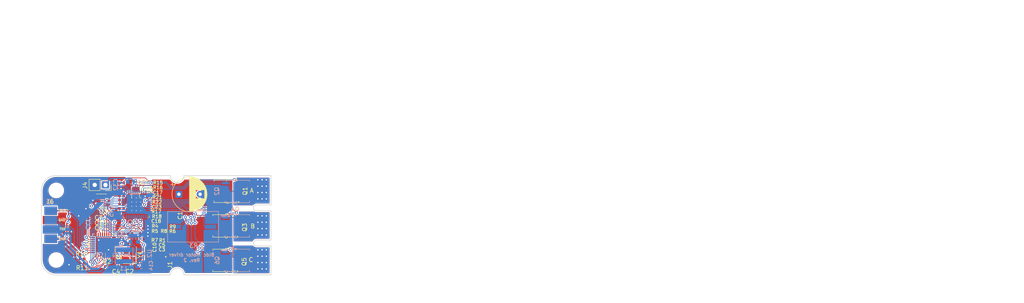
<source format=kicad_pcb>
(kicad_pcb (version 20171130) (host pcbnew 5.1.6)

  (general
    (thickness 1.6)
    (drawings 30)
    (tracks 797)
    (zones 0)
    (modules 59)
    (nets 56)
  )

  (page USLetter)
  (title_block
    (title "Project Title")
  )

  (layers
    (0 F.Cu signal)
    (31 B.Cu signal)
    (34 B.Paste user)
    (35 F.Paste user)
    (36 B.SilkS user)
    (37 F.SilkS user)
    (38 B.Mask user)
    (39 F.Mask user)
    (40 Dwgs.User user)
    (44 Edge.Cuts user)
    (45 Margin user)
    (46 B.CrtYd user)
    (47 F.CrtYd user)
    (48 B.Fab user)
    (49 F.Fab user)
  )

  (setup
    (last_trace_width 0.1524)
    (user_trace_width 0.1524)
    (user_trace_width 0.2)
    (user_trace_width 0.25)
    (user_trace_width 0.3)
    (user_trace_width 0.5)
    (user_trace_width 0.75)
    (user_trace_width 1.25)
    (trace_clearance 0.1524)
    (zone_clearance 0.254)
    (zone_45_only yes)
    (trace_min 0.1524)
    (via_size 0.6858)
    (via_drill 0.3302)
    (via_min_size 0.6858)
    (via_min_drill 0.3302)
    (user_via 0.6858 0.3302)
    (user_via 0.762 0.4064)
    (user_via 0.8636 0.508)
    (uvia_size 0.6858)
    (uvia_drill 0.3302)
    (uvias_allowed no)
    (uvia_min_size 0)
    (uvia_min_drill 0)
    (edge_width 0.1524)
    (segment_width 0.1524)
    (pcb_text_width 0.1524)
    (pcb_text_size 1.016 1.016)
    (mod_edge_width 0.1524)
    (mod_text_size 1.016 1.016)
    (mod_text_width 0.1524)
    (pad_size 1.524 1.524)
    (pad_drill 0.762)
    (pad_to_mask_clearance 0.0508)
    (solder_mask_min_width 0.1016)
    (pad_to_paste_clearance -0.0762)
    (aux_axis_origin 0 0)
    (visible_elements FFFFDF7D)
    (pcbplotparams
      (layerselection 0x310fc_ffffffff)
      (usegerberextensions true)
      (usegerberattributes false)
      (usegerberadvancedattributes false)
      (creategerberjobfile false)
      (excludeedgelayer true)
      (linewidth 0.100000)
      (plotframeref false)
      (viasonmask false)
      (mode 1)
      (useauxorigin false)
      (hpglpennumber 1)
      (hpglpenspeed 20)
      (hpglpendiameter 15.000000)
      (psnegative false)
      (psa4output false)
      (plotreference true)
      (plotvalue true)
      (plotinvisibletext false)
      (padsonsilk false)
      (subtractmaskfromsilk false)
      (outputformat 1)
      (mirror false)
      (drillshape 0)
      (scaleselection 1)
      (outputdirectory "bldc-drivr-gerbers"))
  )

  (net 0 "")
  (net 1 GND)
  (net 2 /VDRAIN)
  (net 3 /A_ADC)
  (net 4 /C_ADC)
  (net 5 /B_ADC)
  (net 6 "Net-(C32-Pad2)")
  (net 7 "Net-(C32-Pad1)")
  (net 8 "Net-(C45-Pad1)")
  (net 9 /C)
  (net 10 /A)
  (net 11 /B)
  (net 12 /GHA)
  (net 13 /GLA)
  (net 14 /GHB)
  (net 15 /GLB)
  (net 16 /GHC)
  (net 17 /GLC)
  (net 18 /SOA)
  (net 19 /SNA)
  (net 20 /SPA)
  (net 21 /DRV_EN)
  (net 22 /DRV_nFAULT)
  (net 23 /INHA)
  (net 24 /INLA)
  (net 25 /INHB)
  (net 26 /INLB)
  (net 27 /INHC)
  (net 28 /INLC)
  (net 29 /VSOURCE)
  (net 30 /XTAL_P)
  (net 31 /XTAL_M)
  (net 32 /MCU_3V3)
  (net 33 /MCU_RSTN)
  (net 34 "Net-(C10-Pad1)")
  (net 35 "Net-(C13-Pad1)")
  (net 36 "Net-(C33-Pad1)")
  (net 37 /SWDIO)
  (net 38 /SWCLK)
  (net 39 "Net-(J6-Pad4)")
  (net 40 "Net-(J6-Pad3)")
  (net 41 "Net-(L1-Pad1)")
  (net 42 "Net-(R2-Pad1)")
  (net 43 /DRV_CAL)
  (net 44 /MCU_DRV_nCS)
  (net 45 /MCU_IF_RX)
  (net 46 /MCU_IF_TX)
  (net 47 /MCU_DRV_MISO)
  (net 48 /MCU_DRV_MOSI)
  (net 49 /MCU_DRV_CLK)
  (net 50 "Net-(U2-Pad6)")
  (net 51 "Net-(U2-Pad5)")
  (net 52 "Net-(U3-Pad1)")
  (net 53 "Net-(U4-Pad22)")
  (net 54 "Net-(U4-Pad21)")
  (net 55 "Net-(U1-Pad15)")

  (net_class Default "This is the default net class."
    (clearance 0.1524)
    (trace_width 0.1524)
    (via_dia 0.6858)
    (via_drill 0.3302)
    (uvia_dia 0.6858)
    (uvia_drill 0.3302)
    (add_net /A)
    (add_net /A_ADC)
    (add_net /B)
    (add_net /B_ADC)
    (add_net /C)
    (add_net /C_ADC)
    (add_net /DRV_CAL)
    (add_net /DRV_EN)
    (add_net /DRV_nFAULT)
    (add_net /GHA)
    (add_net /GHB)
    (add_net /GHC)
    (add_net /GLA)
    (add_net /GLB)
    (add_net /GLC)
    (add_net /INHA)
    (add_net /INHB)
    (add_net /INHC)
    (add_net /INLA)
    (add_net /INLB)
    (add_net /INLC)
    (add_net /MCU_3V3)
    (add_net /MCU_DRV_CLK)
    (add_net /MCU_DRV_MISO)
    (add_net /MCU_DRV_MOSI)
    (add_net /MCU_DRV_nCS)
    (add_net /MCU_IF_RX)
    (add_net /MCU_IF_TX)
    (add_net /MCU_RSTN)
    (add_net /SNA)
    (add_net /SOA)
    (add_net /SPA)
    (add_net /SWCLK)
    (add_net /SWDIO)
    (add_net /VDRAIN)
    (add_net /VSOURCE)
    (add_net /XTAL_M)
    (add_net /XTAL_P)
    (add_net GND)
    (add_net "Net-(C10-Pad1)")
    (add_net "Net-(C13-Pad1)")
    (add_net "Net-(C32-Pad1)")
    (add_net "Net-(C32-Pad2)")
    (add_net "Net-(C33-Pad1)")
    (add_net "Net-(C45-Pad1)")
    (add_net "Net-(J6-Pad3)")
    (add_net "Net-(J6-Pad4)")
    (add_net "Net-(L1-Pad1)")
    (add_net "Net-(R2-Pad1)")
    (add_net "Net-(U1-Pad15)")
    (add_net "Net-(U2-Pad5)")
    (add_net "Net-(U2-Pad6)")
    (add_net "Net-(U3-Pad1)")
    (add_net "Net-(U4-Pad21)")
    (add_net "Net-(U4-Pad22)")
  )

  (module Capacitor_THT:CP_Radial_D8.0mm_P5.00mm (layer F.Cu) (tedit 5AE50EF0) (tstamp 5F0BA08C)
    (at 57.4 104.4)
    (descr "CP, Radial series, Radial, pin pitch=5.00mm, , diameter=8mm, Electrolytic Capacitor")
    (tags "CP Radial series Radial pin pitch 5.00mm  diameter 8mm Electrolytic Capacitor")
    (path /5DCA154B)
    (fp_text reference C1 (at 0.3 5 90) (layer F.SilkS)
      (effects (font (size 1 1) (thickness 0.15)))
    )
    (fp_text value "470 uF 63V" (at 2.5 5.25) (layer F.Fab)
      (effects (font (size 1 1) (thickness 0.15)))
    )
    (fp_line (start -1.509698 -2.715) (end -1.509698 -1.915) (layer F.SilkS) (width 0.12))
    (fp_line (start -1.909698 -2.315) (end -1.109698 -2.315) (layer F.SilkS) (width 0.12))
    (fp_line (start 6.581 -0.533) (end 6.581 0.533) (layer F.SilkS) (width 0.12))
    (fp_line (start 6.541 -0.768) (end 6.541 0.768) (layer F.SilkS) (width 0.12))
    (fp_line (start 6.501 -0.948) (end 6.501 0.948) (layer F.SilkS) (width 0.12))
    (fp_line (start 6.461 -1.098) (end 6.461 1.098) (layer F.SilkS) (width 0.12))
    (fp_line (start 6.421 -1.229) (end 6.421 1.229) (layer F.SilkS) (width 0.12))
    (fp_line (start 6.381 -1.346) (end 6.381 1.346) (layer F.SilkS) (width 0.12))
    (fp_line (start 6.341 -1.453) (end 6.341 1.453) (layer F.SilkS) (width 0.12))
    (fp_line (start 6.301 -1.552) (end 6.301 1.552) (layer F.SilkS) (width 0.12))
    (fp_line (start 6.261 -1.645) (end 6.261 1.645) (layer F.SilkS) (width 0.12))
    (fp_line (start 6.221 -1.731) (end 6.221 1.731) (layer F.SilkS) (width 0.12))
    (fp_line (start 6.181 -1.813) (end 6.181 1.813) (layer F.SilkS) (width 0.12))
    (fp_line (start 6.141 -1.89) (end 6.141 1.89) (layer F.SilkS) (width 0.12))
    (fp_line (start 6.101 -1.964) (end 6.101 1.964) (layer F.SilkS) (width 0.12))
    (fp_line (start 6.061 -2.034) (end 6.061 2.034) (layer F.SilkS) (width 0.12))
    (fp_line (start 6.021 1.04) (end 6.021 2.102) (layer F.SilkS) (width 0.12))
    (fp_line (start 6.021 -2.102) (end 6.021 -1.04) (layer F.SilkS) (width 0.12))
    (fp_line (start 5.981 1.04) (end 5.981 2.166) (layer F.SilkS) (width 0.12))
    (fp_line (start 5.981 -2.166) (end 5.981 -1.04) (layer F.SilkS) (width 0.12))
    (fp_line (start 5.941 1.04) (end 5.941 2.228) (layer F.SilkS) (width 0.12))
    (fp_line (start 5.941 -2.228) (end 5.941 -1.04) (layer F.SilkS) (width 0.12))
    (fp_line (start 5.901 1.04) (end 5.901 2.287) (layer F.SilkS) (width 0.12))
    (fp_line (start 5.901 -2.287) (end 5.901 -1.04) (layer F.SilkS) (width 0.12))
    (fp_line (start 5.861 1.04) (end 5.861 2.345) (layer F.SilkS) (width 0.12))
    (fp_line (start 5.861 -2.345) (end 5.861 -1.04) (layer F.SilkS) (width 0.12))
    (fp_line (start 5.821 1.04) (end 5.821 2.4) (layer F.SilkS) (width 0.12))
    (fp_line (start 5.821 -2.4) (end 5.821 -1.04) (layer F.SilkS) (width 0.12))
    (fp_line (start 5.781 1.04) (end 5.781 2.454) (layer F.SilkS) (width 0.12))
    (fp_line (start 5.781 -2.454) (end 5.781 -1.04) (layer F.SilkS) (width 0.12))
    (fp_line (start 5.741 1.04) (end 5.741 2.505) (layer F.SilkS) (width 0.12))
    (fp_line (start 5.741 -2.505) (end 5.741 -1.04) (layer F.SilkS) (width 0.12))
    (fp_line (start 5.701 1.04) (end 5.701 2.556) (layer F.SilkS) (width 0.12))
    (fp_line (start 5.701 -2.556) (end 5.701 -1.04) (layer F.SilkS) (width 0.12))
    (fp_line (start 5.661 1.04) (end 5.661 2.604) (layer F.SilkS) (width 0.12))
    (fp_line (start 5.661 -2.604) (end 5.661 -1.04) (layer F.SilkS) (width 0.12))
    (fp_line (start 5.621 1.04) (end 5.621 2.651) (layer F.SilkS) (width 0.12))
    (fp_line (start 5.621 -2.651) (end 5.621 -1.04) (layer F.SilkS) (width 0.12))
    (fp_line (start 5.581 1.04) (end 5.581 2.697) (layer F.SilkS) (width 0.12))
    (fp_line (start 5.581 -2.697) (end 5.581 -1.04) (layer F.SilkS) (width 0.12))
    (fp_line (start 5.541 1.04) (end 5.541 2.741) (layer F.SilkS) (width 0.12))
    (fp_line (start 5.541 -2.741) (end 5.541 -1.04) (layer F.SilkS) (width 0.12))
    (fp_line (start 5.501 1.04) (end 5.501 2.784) (layer F.SilkS) (width 0.12))
    (fp_line (start 5.501 -2.784) (end 5.501 -1.04) (layer F.SilkS) (width 0.12))
    (fp_line (start 5.461 1.04) (end 5.461 2.826) (layer F.SilkS) (width 0.12))
    (fp_line (start 5.461 -2.826) (end 5.461 -1.04) (layer F.SilkS) (width 0.12))
    (fp_line (start 5.421 1.04) (end 5.421 2.867) (layer F.SilkS) (width 0.12))
    (fp_line (start 5.421 -2.867) (end 5.421 -1.04) (layer F.SilkS) (width 0.12))
    (fp_line (start 5.381 1.04) (end 5.381 2.907) (layer F.SilkS) (width 0.12))
    (fp_line (start 5.381 -2.907) (end 5.381 -1.04) (layer F.SilkS) (width 0.12))
    (fp_line (start 5.341 1.04) (end 5.341 2.945) (layer F.SilkS) (width 0.12))
    (fp_line (start 5.341 -2.945) (end 5.341 -1.04) (layer F.SilkS) (width 0.12))
    (fp_line (start 5.301 1.04) (end 5.301 2.983) (layer F.SilkS) (width 0.12))
    (fp_line (start 5.301 -2.983) (end 5.301 -1.04) (layer F.SilkS) (width 0.12))
    (fp_line (start 5.261 1.04) (end 5.261 3.019) (layer F.SilkS) (width 0.12))
    (fp_line (start 5.261 -3.019) (end 5.261 -1.04) (layer F.SilkS) (width 0.12))
    (fp_line (start 5.221 1.04) (end 5.221 3.055) (layer F.SilkS) (width 0.12))
    (fp_line (start 5.221 -3.055) (end 5.221 -1.04) (layer F.SilkS) (width 0.12))
    (fp_line (start 5.181 1.04) (end 5.181 3.09) (layer F.SilkS) (width 0.12))
    (fp_line (start 5.181 -3.09) (end 5.181 -1.04) (layer F.SilkS) (width 0.12))
    (fp_line (start 5.141 1.04) (end 5.141 3.124) (layer F.SilkS) (width 0.12))
    (fp_line (start 5.141 -3.124) (end 5.141 -1.04) (layer F.SilkS) (width 0.12))
    (fp_line (start 5.101 1.04) (end 5.101 3.156) (layer F.SilkS) (width 0.12))
    (fp_line (start 5.101 -3.156) (end 5.101 -1.04) (layer F.SilkS) (width 0.12))
    (fp_line (start 5.061 1.04) (end 5.061 3.189) (layer F.SilkS) (width 0.12))
    (fp_line (start 5.061 -3.189) (end 5.061 -1.04) (layer F.SilkS) (width 0.12))
    (fp_line (start 5.021 1.04) (end 5.021 3.22) (layer F.SilkS) (width 0.12))
    (fp_line (start 5.021 -3.22) (end 5.021 -1.04) (layer F.SilkS) (width 0.12))
    (fp_line (start 4.981 1.04) (end 4.981 3.25) (layer F.SilkS) (width 0.12))
    (fp_line (start 4.981 -3.25) (end 4.981 -1.04) (layer F.SilkS) (width 0.12))
    (fp_line (start 4.941 1.04) (end 4.941 3.28) (layer F.SilkS) (width 0.12))
    (fp_line (start 4.941 -3.28) (end 4.941 -1.04) (layer F.SilkS) (width 0.12))
    (fp_line (start 4.901 1.04) (end 4.901 3.309) (layer F.SilkS) (width 0.12))
    (fp_line (start 4.901 -3.309) (end 4.901 -1.04) (layer F.SilkS) (width 0.12))
    (fp_line (start 4.861 1.04) (end 4.861 3.338) (layer F.SilkS) (width 0.12))
    (fp_line (start 4.861 -3.338) (end 4.861 -1.04) (layer F.SilkS) (width 0.12))
    (fp_line (start 4.821 1.04) (end 4.821 3.365) (layer F.SilkS) (width 0.12))
    (fp_line (start 4.821 -3.365) (end 4.821 -1.04) (layer F.SilkS) (width 0.12))
    (fp_line (start 4.781 1.04) (end 4.781 3.392) (layer F.SilkS) (width 0.12))
    (fp_line (start 4.781 -3.392) (end 4.781 -1.04) (layer F.SilkS) (width 0.12))
    (fp_line (start 4.741 1.04) (end 4.741 3.418) (layer F.SilkS) (width 0.12))
    (fp_line (start 4.741 -3.418) (end 4.741 -1.04) (layer F.SilkS) (width 0.12))
    (fp_line (start 4.701 1.04) (end 4.701 3.444) (layer F.SilkS) (width 0.12))
    (fp_line (start 4.701 -3.444) (end 4.701 -1.04) (layer F.SilkS) (width 0.12))
    (fp_line (start 4.661 1.04) (end 4.661 3.469) (layer F.SilkS) (width 0.12))
    (fp_line (start 4.661 -3.469) (end 4.661 -1.04) (layer F.SilkS) (width 0.12))
    (fp_line (start 4.621 1.04) (end 4.621 3.493) (layer F.SilkS) (width 0.12))
    (fp_line (start 4.621 -3.493) (end 4.621 -1.04) (layer F.SilkS) (width 0.12))
    (fp_line (start 4.581 1.04) (end 4.581 3.517) (layer F.SilkS) (width 0.12))
    (fp_line (start 4.581 -3.517) (end 4.581 -1.04) (layer F.SilkS) (width 0.12))
    (fp_line (start 4.541 1.04) (end 4.541 3.54) (layer F.SilkS) (width 0.12))
    (fp_line (start 4.541 -3.54) (end 4.541 -1.04) (layer F.SilkS) (width 0.12))
    (fp_line (start 4.501 1.04) (end 4.501 3.562) (layer F.SilkS) (width 0.12))
    (fp_line (start 4.501 -3.562) (end 4.501 -1.04) (layer F.SilkS) (width 0.12))
    (fp_line (start 4.461 1.04) (end 4.461 3.584) (layer F.SilkS) (width 0.12))
    (fp_line (start 4.461 -3.584) (end 4.461 -1.04) (layer F.SilkS) (width 0.12))
    (fp_line (start 4.421 1.04) (end 4.421 3.606) (layer F.SilkS) (width 0.12))
    (fp_line (start 4.421 -3.606) (end 4.421 -1.04) (layer F.SilkS) (width 0.12))
    (fp_line (start 4.381 1.04) (end 4.381 3.627) (layer F.SilkS) (width 0.12))
    (fp_line (start 4.381 -3.627) (end 4.381 -1.04) (layer F.SilkS) (width 0.12))
    (fp_line (start 4.341 1.04) (end 4.341 3.647) (layer F.SilkS) (width 0.12))
    (fp_line (start 4.341 -3.647) (end 4.341 -1.04) (layer F.SilkS) (width 0.12))
    (fp_line (start 4.301 1.04) (end 4.301 3.666) (layer F.SilkS) (width 0.12))
    (fp_line (start 4.301 -3.666) (end 4.301 -1.04) (layer F.SilkS) (width 0.12))
    (fp_line (start 4.261 1.04) (end 4.261 3.686) (layer F.SilkS) (width 0.12))
    (fp_line (start 4.261 -3.686) (end 4.261 -1.04) (layer F.SilkS) (width 0.12))
    (fp_line (start 4.221 1.04) (end 4.221 3.704) (layer F.SilkS) (width 0.12))
    (fp_line (start 4.221 -3.704) (end 4.221 -1.04) (layer F.SilkS) (width 0.12))
    (fp_line (start 4.181 1.04) (end 4.181 3.722) (layer F.SilkS) (width 0.12))
    (fp_line (start 4.181 -3.722) (end 4.181 -1.04) (layer F.SilkS) (width 0.12))
    (fp_line (start 4.141 1.04) (end 4.141 3.74) (layer F.SilkS) (width 0.12))
    (fp_line (start 4.141 -3.74) (end 4.141 -1.04) (layer F.SilkS) (width 0.12))
    (fp_line (start 4.101 1.04) (end 4.101 3.757) (layer F.SilkS) (width 0.12))
    (fp_line (start 4.101 -3.757) (end 4.101 -1.04) (layer F.SilkS) (width 0.12))
    (fp_line (start 4.061 1.04) (end 4.061 3.774) (layer F.SilkS) (width 0.12))
    (fp_line (start 4.061 -3.774) (end 4.061 -1.04) (layer F.SilkS) (width 0.12))
    (fp_line (start 4.021 1.04) (end 4.021 3.79) (layer F.SilkS) (width 0.12))
    (fp_line (start 4.021 -3.79) (end 4.021 -1.04) (layer F.SilkS) (width 0.12))
    (fp_line (start 3.981 1.04) (end 3.981 3.805) (layer F.SilkS) (width 0.12))
    (fp_line (start 3.981 -3.805) (end 3.981 -1.04) (layer F.SilkS) (width 0.12))
    (fp_line (start 3.941 -3.821) (end 3.941 3.821) (layer F.SilkS) (width 0.12))
    (fp_line (start 3.901 -3.835) (end 3.901 3.835) (layer F.SilkS) (width 0.12))
    (fp_line (start 3.861 -3.85) (end 3.861 3.85) (layer F.SilkS) (width 0.12))
    (fp_line (start 3.821 -3.863) (end 3.821 3.863) (layer F.SilkS) (width 0.12))
    (fp_line (start 3.781 -3.877) (end 3.781 3.877) (layer F.SilkS) (width 0.12))
    (fp_line (start 3.741 -3.889) (end 3.741 3.889) (layer F.SilkS) (width 0.12))
    (fp_line (start 3.701 -3.902) (end 3.701 3.902) (layer F.SilkS) (width 0.12))
    (fp_line (start 3.661 -3.914) (end 3.661 3.914) (layer F.SilkS) (width 0.12))
    (fp_line (start 3.621 -3.925) (end 3.621 3.925) (layer F.SilkS) (width 0.12))
    (fp_line (start 3.581 -3.936) (end 3.581 3.936) (layer F.SilkS) (width 0.12))
    (fp_line (start 3.541 -3.947) (end 3.541 3.947) (layer F.SilkS) (width 0.12))
    (fp_line (start 3.501 -3.957) (end 3.501 3.957) (layer F.SilkS) (width 0.12))
    (fp_line (start 3.461 -3.967) (end 3.461 3.967) (layer F.SilkS) (width 0.12))
    (fp_line (start 3.421 -3.976) (end 3.421 3.976) (layer F.SilkS) (width 0.12))
    (fp_line (start 3.381 -3.985) (end 3.381 3.985) (layer F.SilkS) (width 0.12))
    (fp_line (start 3.341 -3.994) (end 3.341 3.994) (layer F.SilkS) (width 0.12))
    (fp_line (start 3.301 -4.002) (end 3.301 4.002) (layer F.SilkS) (width 0.12))
    (fp_line (start 3.261 -4.01) (end 3.261 4.01) (layer F.SilkS) (width 0.12))
    (fp_line (start 3.221 -4.017) (end 3.221 4.017) (layer F.SilkS) (width 0.12))
    (fp_line (start 3.18 -4.024) (end 3.18 4.024) (layer F.SilkS) (width 0.12))
    (fp_line (start 3.14 -4.03) (end 3.14 4.03) (layer F.SilkS) (width 0.12))
    (fp_line (start 3.1 -4.037) (end 3.1 4.037) (layer F.SilkS) (width 0.12))
    (fp_line (start 3.06 -4.042) (end 3.06 4.042) (layer F.SilkS) (width 0.12))
    (fp_line (start 3.02 -4.048) (end 3.02 4.048) (layer F.SilkS) (width 0.12))
    (fp_line (start 2.98 -4.052) (end 2.98 4.052) (layer F.SilkS) (width 0.12))
    (fp_line (start 2.94 -4.057) (end 2.94 4.057) (layer F.SilkS) (width 0.12))
    (fp_line (start 2.9 -4.061) (end 2.9 4.061) (layer F.SilkS) (width 0.12))
    (fp_line (start 2.86 -4.065) (end 2.86 4.065) (layer F.SilkS) (width 0.12))
    (fp_line (start 2.82 -4.068) (end 2.82 4.068) (layer F.SilkS) (width 0.12))
    (fp_line (start 2.78 -4.071) (end 2.78 4.071) (layer F.SilkS) (width 0.12))
    (fp_line (start 2.74 -4.074) (end 2.74 4.074) (layer F.SilkS) (width 0.12))
    (fp_line (start 2.7 -4.076) (end 2.7 4.076) (layer F.SilkS) (width 0.12))
    (fp_line (start 2.66 -4.077) (end 2.66 4.077) (layer F.SilkS) (width 0.12))
    (fp_line (start 2.62 -4.079) (end 2.62 4.079) (layer F.SilkS) (width 0.12))
    (fp_line (start 2.58 -4.08) (end 2.58 4.08) (layer F.SilkS) (width 0.12))
    (fp_line (start 2.54 -4.08) (end 2.54 4.08) (layer F.SilkS) (width 0.12))
    (fp_line (start 2.5 -4.08) (end 2.5 4.08) (layer F.SilkS) (width 0.12))
    (fp_line (start -0.526759 -2.1475) (end -0.526759 -1.3475) (layer F.Fab) (width 0.1))
    (fp_line (start -0.926759 -1.7475) (end -0.126759 -1.7475) (layer F.Fab) (width 0.1))
    (fp_circle (center 2.5 0) (end 6.75 0) (layer F.CrtYd) (width 0.05))
    (fp_circle (center 2.5 0) (end 6.62 0) (layer F.SilkS) (width 0.12))
    (fp_circle (center 2.5 0) (end 6.5 0) (layer F.Fab) (width 0.1))
    (fp_text user %R (at 2.5 0) (layer F.Fab)
      (effects (font (size 1 1) (thickness 0.15)))
    )
    (pad 2 thru_hole circle (at 5 0) (size 1.6 1.6) (drill 0.8) (layers *.Cu *.Mask)
      (net 29 /VSOURCE))
    (pad 1 thru_hole rect (at 0 0) (size 1.6 1.6) (drill 0.8) (layers *.Cu *.Mask)
      (net 2 /VDRAIN))
    (model ${KISYS3DMOD}/Capacitor_THT.3dshapes/CP_Radial_D8.0mm_P5.00mm.wrl
      (at (xyz 0 0 0))
      (scale (xyz 1 1 1))
      (rotate (xyz 0 0 0))
    )
  )

  (module bldc-parts:Conn_01x04_2mm_3mm_2.2mmPitch (layer F.Cu) (tedit 5F0A21FE) (tstamp 5F084167)
    (at 27.2 111.6)
    (path /600F47F8)
    (fp_text reference J6 (at -0.14 -5.47) (layer F.SilkS)
      (effects (font (size 1 1) (thickness 0.15)))
    )
    (fp_text value Conn_01x04 (at 0 -0.5) (layer F.Fab)
      (effects (font (size 1 1) (thickness 0.15)))
    )
    (pad 3 smd rect (at 0 1.1) (size 3 2) (layers F.Cu F.Mask)
      (net 40 "Net-(J6-Pad3)"))
    (pad 4 smd rect (at 0 3.3) (size 3 2) (layers F.Cu F.Mask)
      (net 39 "Net-(J6-Pad4)"))
    (pad 2 smd rect (at 0 -1.1 180) (size 3 2) (layers F.Cu F.Mask)
      (net 1 GND))
    (pad 1 smd rect (at 0 -3.3 180) (size 3 2) (layers F.Cu F.Mask)
      (net 32 /MCU_3V3))
  )

  (module bldc-parts:Battery_Connector (layer F.Cu) (tedit 5F0A2206) (tstamp 5F0840FC)
    (at 53.3 121.05)
    (path /5DCAD005)
    (fp_text reference J1 (at 2 0 90) (layer F.SilkS)
      (effects (font (size 1 1) (thickness 0.15)))
    )
    (fp_text value Conn_01x02 (at 0 -0.5) (layer F.Fab)
      (effects (font (size 1 1) (thickness 0.15)))
    )
    (fp_line (start 0.8 -1.9) (end 1.2 -1.9) (layer F.SilkS) (width 0.12))
    (fp_line (start 1 -2.1) (end 1 -1.7) (layer F.SilkS) (width 0.12))
    (pad 1 smd rect (at 0 0) (size 2.5 3) (layers F.Cu F.Mask)
      (net 2 /VDRAIN))
    (pad 2 smd rect (at 0 0) (size 2.5 3) (layers B.Cu B.Mask)
      (net 1 GND))
  )

  (module Resistor_SMD:R_0402_1005Metric (layer F.Cu) (tedit 5B301BBD) (tstamp 5F0ABC6D)
    (at 34.6 120.6 180)
    (descr "Resistor SMD 0402 (1005 Metric), square (rectangular) end terminal, IPC_7351 nominal, (Body size source: http://www.tortai-tech.com/upload/download/2011102023233369053.pdf), generated with kicad-footprint-generator")
    (tags resistor)
    (path /607B0DAC)
    (attr smd)
    (fp_text reference R11 (at 0 -1.17) (layer F.SilkS)
      (effects (font (size 1 1) (thickness 0.15)))
    )
    (fp_text value 100R (at 0 1.17) (layer F.Fab)
      (effects (font (size 1 1) (thickness 0.15)))
    )
    (fp_line (start 0.93 0.47) (end -0.93 0.47) (layer F.CrtYd) (width 0.05))
    (fp_line (start 0.93 -0.47) (end 0.93 0.47) (layer F.CrtYd) (width 0.05))
    (fp_line (start -0.93 -0.47) (end 0.93 -0.47) (layer F.CrtYd) (width 0.05))
    (fp_line (start -0.93 0.47) (end -0.93 -0.47) (layer F.CrtYd) (width 0.05))
    (fp_line (start 0.5 0.25) (end -0.5 0.25) (layer F.Fab) (width 0.1))
    (fp_line (start 0.5 -0.25) (end 0.5 0.25) (layer F.Fab) (width 0.1))
    (fp_line (start -0.5 -0.25) (end 0.5 -0.25) (layer F.Fab) (width 0.1))
    (fp_line (start -0.5 0.25) (end -0.5 -0.25) (layer F.Fab) (width 0.1))
    (fp_text user %R (at 0 0) (layer F.Fab)
      (effects (font (size 0.25 0.25) (thickness 0.04)))
    )
    (pad 2 smd roundrect (at 0.485 0 180) (size 0.59 0.64) (layers F.Cu F.Paste F.Mask) (roundrect_rratio 0.25)
      (net 39 "Net-(J6-Pad4)"))
    (pad 1 smd roundrect (at -0.485 0 180) (size 0.59 0.64) (layers F.Cu F.Paste F.Mask) (roundrect_rratio 0.25)
      (net 45 /MCU_IF_RX))
    (model ${KISYS3DMOD}/Resistor_SMD.3dshapes/R_0402_1005Metric.wrl
      (at (xyz 0 0 0))
      (scale (xyz 1 1 1))
      (rotate (xyz 0 0 0))
    )
  )

  (module Resistor_SMD:R_0402_1005Metric (layer F.Cu) (tedit 5B301BBD) (tstamp 5F0ABC5E)
    (at 34.6 119.6 180)
    (descr "Resistor SMD 0402 (1005 Metric), square (rectangular) end terminal, IPC_7351 nominal, (Body size source: http://www.tortai-tech.com/upload/download/2011102023233369053.pdf), generated with kicad-footprint-generator")
    (tags resistor)
    (path /607B083B)
    (attr smd)
    (fp_text reference R10 (at 0.1 1.2) (layer F.SilkS)
      (effects (font (size 1 1) (thickness 0.15)))
    )
    (fp_text value 100R (at 0 1.17) (layer F.Fab)
      (effects (font (size 1 1) (thickness 0.15)))
    )
    (fp_line (start 0.93 0.47) (end -0.93 0.47) (layer F.CrtYd) (width 0.05))
    (fp_line (start 0.93 -0.47) (end 0.93 0.47) (layer F.CrtYd) (width 0.05))
    (fp_line (start -0.93 -0.47) (end 0.93 -0.47) (layer F.CrtYd) (width 0.05))
    (fp_line (start -0.93 0.47) (end -0.93 -0.47) (layer F.CrtYd) (width 0.05))
    (fp_line (start 0.5 0.25) (end -0.5 0.25) (layer F.Fab) (width 0.1))
    (fp_line (start 0.5 -0.25) (end 0.5 0.25) (layer F.Fab) (width 0.1))
    (fp_line (start -0.5 -0.25) (end 0.5 -0.25) (layer F.Fab) (width 0.1))
    (fp_line (start -0.5 0.25) (end -0.5 -0.25) (layer F.Fab) (width 0.1))
    (fp_text user %R (at 0 0) (layer F.Fab)
      (effects (font (size 0.25 0.25) (thickness 0.04)))
    )
    (pad 2 smd roundrect (at 0.485 0 180) (size 0.59 0.64) (layers F.Cu F.Paste F.Mask) (roundrect_rratio 0.25)
      (net 40 "Net-(J6-Pad3)"))
    (pad 1 smd roundrect (at -0.485 0 180) (size 0.59 0.64) (layers F.Cu F.Paste F.Mask) (roundrect_rratio 0.25)
      (net 46 /MCU_IF_TX))
    (model ${KISYS3DMOD}/Resistor_SMD.3dshapes/R_0402_1005Metric.wrl
      (at (xyz 0 0 0))
      (scale (xyz 1 1 1))
      (rotate (xyz 0 0 0))
    )
  )

  (module bldc-parts:Conn_01x04_2mm_3mm_2.2mmPitch (layer B.Cu) (tedit 5F0A21FE) (tstamp 5F0A3A0B)
    (at 27.2 111.6)
    (path /5F56CCFD)
    (fp_text reference J3 (at -0.18 -5.46) (layer B.SilkS)
      (effects (font (size 1 1) (thickness 0.15)) (justify mirror))
    )
    (fp_text value Conn_02x02_Counter_Clockwise (at 0 0.5) (layer B.Fab)
      (effects (font (size 1 1) (thickness 0.15)) (justify mirror))
    )
    (pad 3 smd rect (at 0 -1.1) (size 3 2) (layers B.Cu B.Mask)
      (net 38 /SWCLK))
    (pad 4 smd rect (at 0 -3.3) (size 3 2) (layers B.Cu B.Mask)
      (net 37 /SWDIO))
    (pad 2 smd rect (at 0 1.1 180) (size 3 2) (layers B.Cu B.Mask)
      (net 1 GND))
    (pad 1 smd rect (at 0 3.3 180) (size 3 2) (layers B.Cu B.Mask)
      (net 33 /MCU_RSTN))
  )

  (module bldc-parts:Motor_Connector (layer F.Cu) (tedit 5F0A0813) (tstamp 5F084103)
    (at 77.25 111.75 180)
    (path /5E066743)
    (fp_text reference J2 (at 0 0.5) (layer F.SilkS) hide
      (effects (font (size 1 1) (thickness 0.15)))
    )
    (fp_text value Conn_01x03 (at 0 -0.5) (layer F.Fab)
      (effects (font (size 1 1) (thickness 0.15)))
    )
    (fp_text user Motor_Connector (at 3.6 0 90) (layer F.Fab)
      (effects (font (size 1 1) (thickness 0.15)))
    )
    (fp_text user REF** (at 0 0.5 180) (layer B.SilkS) hide
      (effects (font (size 1 1) (thickness 0.15)) (justify mirror))
    )
    (pad 2 smd rect (at 0 0) (size 3 5.4) (layers B.Cu B.Paste B.Mask)
      (net 11 /B))
    (pad 1 smd rect (at 0 8.2) (size 3 5.4) (layers B.Cu B.Paste B.Mask)
      (net 10 /A))
    (pad 3 smd rect (at 0 -8.2) (size 3 5.4) (layers B.Cu B.Paste B.Mask)
      (net 9 /C))
    (pad 3 smd rect (at 0 -8.2 180) (size 3 5.4) (layers F.Cu F.Paste F.Mask)
      (net 9 /C))
    (pad 1 smd rect (at 0 8.2 180) (size 3 5.4) (layers F.Cu F.Paste F.Mask)
      (net 10 /A))
    (pad 2 smd rect (at 0 0 180) (size 3 5.4) (layers F.Cu F.Paste F.Mask)
      (net 11 /B))
  )

  (module Resistor_SMD:R_0402_1005Metric (layer F.Cu) (tedit 5B301BBD) (tstamp 5F0A0BA9)
    (at 47.9 110.75 180)
    (descr "Resistor SMD 0402 (1005 Metric), square (rectangular) end terminal, IPC_7351 nominal, (Body size source: http://www.tortai-tech.com/upload/download/2011102023233369053.pdf), generated with kicad-footprint-generator")
    (tags resistor)
    (path /60648822)
    (attr smd)
    (fp_text reference R9 (at -8.025 -1.3) (layer F.SilkS)
      (effects (font (size 0.8 0.8) (thickness 0.15)))
    )
    (fp_text value 47kR (at 0 1.17) (layer F.Fab)
      (effects (font (size 1 1) (thickness 0.15)))
    )
    (fp_line (start 0.93 0.47) (end -0.93 0.47) (layer F.CrtYd) (width 0.05))
    (fp_line (start 0.93 -0.47) (end 0.93 0.47) (layer F.CrtYd) (width 0.05))
    (fp_line (start -0.93 -0.47) (end 0.93 -0.47) (layer F.CrtYd) (width 0.05))
    (fp_line (start -0.93 0.47) (end -0.93 -0.47) (layer F.CrtYd) (width 0.05))
    (fp_line (start 0.5 0.25) (end -0.5 0.25) (layer F.Fab) (width 0.1))
    (fp_line (start 0.5 -0.25) (end 0.5 0.25) (layer F.Fab) (width 0.1))
    (fp_line (start -0.5 -0.25) (end 0.5 -0.25) (layer F.Fab) (width 0.1))
    (fp_line (start -0.5 0.25) (end -0.5 -0.25) (layer F.Fab) (width 0.1))
    (fp_text user %R (at 0 0) (layer F.Fab)
      (effects (font (size 0.25 0.25) (thickness 0.04)))
    )
    (pad 2 smd roundrect (at 0.485 0 180) (size 0.59 0.64) (layers F.Cu F.Paste F.Mask) (roundrect_rratio 0.25)
      (net 47 /MCU_DRV_MISO))
    (pad 1 smd roundrect (at -0.485 0 180) (size 0.59 0.64) (layers F.Cu F.Paste F.Mask) (roundrect_rratio 0.25)
      (net 32 /MCU_3V3))
    (model ${KISYS3DMOD}/Resistor_SMD.3dshapes/R_0402_1005Metric.wrl
      (at (xyz 0 0 0))
      (scale (xyz 1 1 1))
      (rotate (xyz 0 0 0))
    )
  )

  (module Package_DFN_QFN:Texas_S-PVQFN-N40_EP3.52x2.62mm_ThermalVias (layer B.Cu) (tedit 5E11FE4E) (tstamp 5F0870DA)
    (at 47.35 106.75 270)
    (descr "QFN, 40 Pin (http://www.ti.com/lit/ds/symlink/drv8308.pdf#page=56 JEDEC MO-220 variation VJJD-2), generated with kicad-footprint-generator ipc_noLead_generator.py")
    (tags "QFN NoLead")
    (path /5FEC34C6)
    (attr smd)
    (fp_text reference U4 (at -0.05 -4.54 90) (layer B.SilkS)
      (effects (font (size 1 1) (thickness 0.15)) (justify mirror))
    )
    (fp_text value DRV8304S (at 0 -4.32 90) (layer B.Fab)
      (effects (font (size 1 1) (thickness 0.15)) (justify mirror))
    )
    (fp_line (start 3.62 3.62) (end -3.62 3.62) (layer B.CrtYd) (width 0.05))
    (fp_line (start 3.62 -3.62) (end 3.62 3.62) (layer B.CrtYd) (width 0.05))
    (fp_line (start -3.62 -3.62) (end 3.62 -3.62) (layer B.CrtYd) (width 0.05))
    (fp_line (start -3.62 3.62) (end -3.62 -3.62) (layer B.CrtYd) (width 0.05))
    (fp_line (start -3 2) (end -2 3) (layer B.Fab) (width 0.1))
    (fp_line (start -3 -3) (end -3 2) (layer B.Fab) (width 0.1))
    (fp_line (start 3 -3) (end -3 -3) (layer B.Fab) (width 0.1))
    (fp_line (start 3 3) (end 3 -3) (layer B.Fab) (width 0.1))
    (fp_line (start -2 3) (end 3 3) (layer B.Fab) (width 0.1))
    (fp_line (start -2.635 3.11) (end -3.11 3.11) (layer B.SilkS) (width 0.12))
    (fp_line (start 3.11 -3.11) (end 3.11 -2.635) (layer B.SilkS) (width 0.12))
    (fp_line (start 2.635 -3.11) (end 3.11 -3.11) (layer B.SilkS) (width 0.12))
    (fp_line (start -3.11 -3.11) (end -3.11 -2.635) (layer B.SilkS) (width 0.12))
    (fp_line (start -2.635 -3.11) (end -3.11 -3.11) (layer B.SilkS) (width 0.12))
    (fp_line (start 3.11 3.11) (end 3.11 2.635) (layer B.SilkS) (width 0.12))
    (fp_line (start 2.635 3.11) (end 3.11 3.11) (layer B.SilkS) (width 0.12))
    (fp_text user %R (at 0 0 90) (layer B.Fab)
      (effects (font (size 1 1) (thickness 0.15)) (justify mirror))
    )
    (pad "" smd roundrect (at 1.17 -0.655 270) (size 0.98 1.1) (layers B.Paste) (roundrect_rratio 0.25))
    (pad "" smd roundrect (at 1.17 0.655 270) (size 0.98 1.1) (layers B.Paste) (roundrect_rratio 0.25))
    (pad "" smd roundrect (at 0 -0.655 270) (size 0.98 1.1) (layers B.Paste) (roundrect_rratio 0.25))
    (pad "" smd roundrect (at 0 0.655 270) (size 0.98 1.1) (layers B.Paste) (roundrect_rratio 0.25))
    (pad "" smd roundrect (at -1.17 -0.655 270) (size 0.98 1.1) (layers B.Paste) (roundrect_rratio 0.25))
    (pad "" smd roundrect (at -1.17 0.655 270) (size 0.98 1.1) (layers B.Paste) (roundrect_rratio 0.25))
    (pad 41 smd rect (at 0 0 270) (size 3.52 2.62) (layers F.Cu)
      (net 1 GND))
    (pad 41 thru_hole circle (at 1.51 -1.06 270) (size 0.5 0.5) (drill 0.2) (layers *.Cu)
      (net 1 GND))
    (pad 41 thru_hole circle (at 0.503333 -1.06 270) (size 0.5 0.5) (drill 0.2) (layers *.Cu)
      (net 1 GND))
    (pad 41 thru_hole circle (at -0.503333 -1.06 270) (size 0.5 0.5) (drill 0.2) (layers *.Cu)
      (net 1 GND))
    (pad 41 thru_hole circle (at -1.51 -1.06 270) (size 0.5 0.5) (drill 0.2) (layers *.Cu)
      (net 1 GND))
    (pad 41 thru_hole circle (at 1.51 0 270) (size 0.5 0.5) (drill 0.2) (layers *.Cu)
      (net 1 GND))
    (pad 41 thru_hole circle (at 0.503333 0 270) (size 0.5 0.5) (drill 0.2) (layers *.Cu)
      (net 1 GND))
    (pad 41 thru_hole circle (at -0.503333 0 270) (size 0.5 0.5) (drill 0.2) (layers *.Cu)
      (net 1 GND))
    (pad 41 thru_hole circle (at -1.51 0 270) (size 0.5 0.5) (drill 0.2) (layers *.Cu)
      (net 1 GND))
    (pad 41 thru_hole circle (at 1.51 1.06 270) (size 0.5 0.5) (drill 0.2) (layers *.Cu)
      (net 1 GND))
    (pad 41 thru_hole circle (at 0.503333 1.06 270) (size 0.5 0.5) (drill 0.2) (layers *.Cu)
      (net 1 GND))
    (pad 41 thru_hole circle (at -0.503333 1.06 270) (size 0.5 0.5) (drill 0.2) (layers *.Cu)
      (net 1 GND))
    (pad 41 thru_hole circle (at -1.51 1.06 270) (size 0.5 0.5) (drill 0.2) (layers *.Cu)
      (net 1 GND))
    (pad 41 smd rect (at 0 0 270) (size 3.52 2.62) (layers B.Cu B.Mask)
      (net 1 GND))
    (pad 40 smd roundrect (at -2.25 2.9375 270) (size 0.25 0.875) (layers B.Cu B.Paste B.Mask) (roundrect_rratio 0.25)
      (net 1 GND))
    (pad 39 smd roundrect (at -1.75 2.9375 270) (size 0.25 0.875) (layers B.Cu B.Paste B.Mask) (roundrect_rratio 0.25)
      (net 28 /INLC))
    (pad 38 smd roundrect (at -1.25 2.9375 270) (size 0.25 0.875) (layers B.Cu B.Paste B.Mask) (roundrect_rratio 0.25)
      (net 27 /INHC))
    (pad 37 smd roundrect (at -0.75 2.9375 270) (size 0.25 0.875) (layers B.Cu B.Paste B.Mask) (roundrect_rratio 0.25)
      (net 26 /INLB))
    (pad 36 smd roundrect (at -0.25 2.9375 270) (size 0.25 0.875) (layers B.Cu B.Paste B.Mask) (roundrect_rratio 0.25)
      (net 25 /INHB))
    (pad 35 smd roundrect (at 0.25 2.9375 270) (size 0.25 0.875) (layers B.Cu B.Paste B.Mask) (roundrect_rratio 0.25)
      (net 24 /INLA))
    (pad 34 smd roundrect (at 0.75 2.9375 270) (size 0.25 0.875) (layers B.Cu B.Paste B.Mask) (roundrect_rratio 0.25)
      (net 23 /INHA))
    (pad 33 smd roundrect (at 1.25 2.9375 270) (size 0.25 0.875) (layers B.Cu B.Paste B.Mask) (roundrect_rratio 0.25)
      (net 8 "Net-(C45-Pad1)"))
    (pad 32 smd roundrect (at 1.75 2.9375 270) (size 0.25 0.875) (layers B.Cu B.Paste B.Mask) (roundrect_rratio 0.25)
      (net 1 GND))
    (pad 31 smd roundrect (at 2.25 2.9375 270) (size 0.25 0.875) (layers B.Cu B.Paste B.Mask) (roundrect_rratio 0.25)
      (net 43 /DRV_CAL))
    (pad 30 smd roundrect (at 2.9375 2.25 270) (size 0.875 0.25) (layers B.Cu B.Paste B.Mask) (roundrect_rratio 0.25)
      (net 21 /DRV_EN))
    (pad 29 smd roundrect (at 2.9375 1.75 270) (size 0.875 0.25) (layers B.Cu B.Paste B.Mask) (roundrect_rratio 0.25)
      (net 44 /MCU_DRV_nCS))
    (pad 28 smd roundrect (at 2.9375 1.25 270) (size 0.875 0.25) (layers B.Cu B.Paste B.Mask) (roundrect_rratio 0.25)
      (net 49 /MCU_DRV_CLK))
    (pad 27 smd roundrect (at 2.9375 0.75 270) (size 0.875 0.25) (layers B.Cu B.Paste B.Mask) (roundrect_rratio 0.25)
      (net 48 /MCU_DRV_MOSI))
    (pad 26 smd roundrect (at 2.9375 0.25 270) (size 0.875 0.25) (layers B.Cu B.Paste B.Mask) (roundrect_rratio 0.25)
      (net 47 /MCU_DRV_MISO))
    (pad 25 smd roundrect (at 2.9375 -0.25 270) (size 0.875 0.25) (layers B.Cu B.Paste B.Mask) (roundrect_rratio 0.25)
      (net 22 /DRV_nFAULT))
    (pad 24 smd roundrect (at 2.9375 -0.75 270) (size 0.875 0.25) (layers B.Cu B.Paste B.Mask) (roundrect_rratio 0.25)
      (net 32 /MCU_3V3))
    (pad 23 smd roundrect (at 2.9375 -1.25 270) (size 0.875 0.25) (layers B.Cu B.Paste B.Mask) (roundrect_rratio 0.25)
      (net 18 /SOA))
    (pad 22 smd roundrect (at 2.9375 -1.75 270) (size 0.875 0.25) (layers B.Cu B.Paste B.Mask) (roundrect_rratio 0.25)
      (net 53 "Net-(U4-Pad22)"))
    (pad 21 smd roundrect (at 2.9375 -2.25 270) (size 0.875 0.25) (layers B.Cu B.Paste B.Mask) (roundrect_rratio 0.25)
      (net 54 "Net-(U4-Pad21)"))
    (pad 20 smd roundrect (at 2.25 -2.9375 270) (size 0.25 0.875) (layers B.Cu B.Paste B.Mask) (roundrect_rratio 0.25)
      (net 1 GND))
    (pad 19 smd roundrect (at 1.75 -2.9375 270) (size 0.25 0.875) (layers B.Cu B.Paste B.Mask) (roundrect_rratio 0.25)
      (net 1 GND))
    (pad 18 smd roundrect (at 1.25 -2.9375 270) (size 0.25 0.875) (layers B.Cu B.Paste B.Mask) (roundrect_rratio 0.25)
      (net 17 /GLC))
    (pad 17 smd roundrect (at 0.75 -2.9375 270) (size 0.25 0.875) (layers B.Cu B.Paste B.Mask) (roundrect_rratio 0.25)
      (net 9 /C))
    (pad 16 smd roundrect (at 0.25 -2.9375 270) (size 0.25 0.875) (layers B.Cu B.Paste B.Mask) (roundrect_rratio 0.25)
      (net 16 /GHC))
    (pad 15 smd roundrect (at -0.25 -2.9375 270) (size 0.25 0.875) (layers B.Cu B.Paste B.Mask) (roundrect_rratio 0.25)
      (net 14 /GHB))
    (pad 14 smd roundrect (at -0.75 -2.9375 270) (size 0.25 0.875) (layers B.Cu B.Paste B.Mask) (roundrect_rratio 0.25)
      (net 11 /B))
    (pad 13 smd roundrect (at -1.25 -2.9375 270) (size 0.25 0.875) (layers B.Cu B.Paste B.Mask) (roundrect_rratio 0.25)
      (net 15 /GLB))
    (pad 12 smd roundrect (at -1.75 -2.9375 270) (size 0.25 0.875) (layers B.Cu B.Paste B.Mask) (roundrect_rratio 0.25)
      (net 1 GND))
    (pad 11 smd roundrect (at -2.25 -2.9375 270) (size 0.25 0.875) (layers B.Cu B.Paste B.Mask) (roundrect_rratio 0.25)
      (net 1 GND))
    (pad 10 smd roundrect (at -2.9375 -2.25 270) (size 0.875 0.25) (layers B.Cu B.Paste B.Mask) (roundrect_rratio 0.25)
      (net 19 /SNA))
    (pad 9 smd roundrect (at -2.9375 -1.75 270) (size 0.875 0.25) (layers B.Cu B.Paste B.Mask) (roundrect_rratio 0.25)
      (net 20 /SPA))
    (pad 8 smd roundrect (at -2.9375 -1.25 270) (size 0.875 0.25) (layers B.Cu B.Paste B.Mask) (roundrect_rratio 0.25)
      (net 13 /GLA))
    (pad 7 smd roundrect (at -2.9375 -0.75 270) (size 0.875 0.25) (layers B.Cu B.Paste B.Mask) (roundrect_rratio 0.25)
      (net 10 /A))
    (pad 6 smd roundrect (at -2.9375 -0.25 270) (size 0.875 0.25) (layers B.Cu B.Paste B.Mask) (roundrect_rratio 0.25)
      (net 12 /GHA))
    (pad 5 smd roundrect (at -2.9375 0.25 270) (size 0.875 0.25) (layers B.Cu B.Paste B.Mask) (roundrect_rratio 0.25)
      (net 2 /VDRAIN))
    (pad 4 smd roundrect (at -2.9375 0.75 270) (size 0.875 0.25) (layers B.Cu B.Paste B.Mask) (roundrect_rratio 0.25)
      (net 2 /VDRAIN))
    (pad 3 smd roundrect (at -2.9375 1.25 270) (size 0.875 0.25) (layers B.Cu B.Paste B.Mask) (roundrect_rratio 0.25)
      (net 36 "Net-(C33-Pad1)"))
    (pad 2 smd roundrect (at -2.9375 1.75 270) (size 0.875 0.25) (layers B.Cu B.Paste B.Mask) (roundrect_rratio 0.25)
      (net 7 "Net-(C32-Pad1)"))
    (pad 1 smd roundrect (at -2.9375 2.25 270) (size 0.875 0.25) (layers B.Cu B.Paste B.Mask) (roundrect_rratio 0.25)
      (net 6 "Net-(C32-Pad2)"))
    (model ${KISYS3DMOD}/Package_DFN_QFN.3dshapes/Texas_S-PVQFN-N40_EP3.52x2.62mm.wrl
      (at (xyz 0 0 0))
      (scale (xyz 1 1 1))
      (rotate (xyz 0 0 0))
    )
  )

  (module Package_TO_SOT_SMD:SOT-23-6 (layer F.Cu) (tedit 5A02FF57) (tstamp 5F0844A1)
    (at 39.5 105.95)
    (descr "6-pin SOT-23 package")
    (tags SOT-23-6)
    (path /5FD3050A)
    (attr smd)
    (fp_text reference U3 (at 0.05 2.55) (layer F.SilkS)
      (effects (font (size 1 1) (thickness 0.15)))
    )
    (fp_text value D5V0F4U6SO (at 0 2.9) (layer F.Fab)
      (effects (font (size 1 1) (thickness 0.15)))
    )
    (fp_line (start 0.9 -1.55) (end 0.9 1.55) (layer F.Fab) (width 0.1))
    (fp_line (start 0.9 1.55) (end -0.9 1.55) (layer F.Fab) (width 0.1))
    (fp_line (start -0.9 -0.9) (end -0.9 1.55) (layer F.Fab) (width 0.1))
    (fp_line (start 0.9 -1.55) (end -0.25 -1.55) (layer F.Fab) (width 0.1))
    (fp_line (start -0.9 -0.9) (end -0.25 -1.55) (layer F.Fab) (width 0.1))
    (fp_line (start -1.9 -1.8) (end -1.9 1.8) (layer F.CrtYd) (width 0.05))
    (fp_line (start -1.9 1.8) (end 1.9 1.8) (layer F.CrtYd) (width 0.05))
    (fp_line (start 1.9 1.8) (end 1.9 -1.8) (layer F.CrtYd) (width 0.05))
    (fp_line (start 1.9 -1.8) (end -1.9 -1.8) (layer F.CrtYd) (width 0.05))
    (fp_line (start 0.9 -1.61) (end -1.55 -1.61) (layer F.SilkS) (width 0.12))
    (fp_line (start -0.9 1.61) (end 0.9 1.61) (layer F.SilkS) (width 0.12))
    (fp_text user %R (at 0 0 90) (layer F.Fab)
      (effects (font (size 0.5 0.5) (thickness 0.075)))
    )
    (pad 5 smd rect (at 1.1 0) (size 1.06 0.65) (layers F.Cu F.Paste F.Mask)
      (net 32 /MCU_3V3))
    (pad 6 smd rect (at 1.1 -0.95) (size 1.06 0.65) (layers F.Cu F.Paste F.Mask)
      (net 5 /B_ADC))
    (pad 4 smd rect (at 1.1 0.95) (size 1.06 0.65) (layers F.Cu F.Paste F.Mask)
      (net 4 /C_ADC))
    (pad 3 smd rect (at -1.1 0.95) (size 1.06 0.65) (layers F.Cu F.Paste F.Mask)
      (net 3 /A_ADC))
    (pad 2 smd rect (at -1.1 0) (size 1.06 0.65) (layers F.Cu F.Paste F.Mask)
      (net 1 GND))
    (pad 1 smd rect (at -1.1 -0.95) (size 1.06 0.65) (layers F.Cu F.Paste F.Mask)
      (net 52 "Net-(U3-Pad1)"))
    (model ${KISYS3DMOD}/Package_TO_SOT_SMD.3dshapes/SOT-23-6.wrl
      (at (xyz 0 0 0))
      (scale (xyz 1 1 1))
      (rotate (xyz 0 0 0))
    )
  )

  (module Package_DFN_QFN:DFN-8_2x2mm_P0.5mm (layer B.Cu) (tedit 5EA4BE6C) (tstamp 5F091288)
    (at 48.274 118.394 270)
    (descr "DFN8 2x2, 0.5P; No exposed pad - Ref http://pdfserv.maximintegrated.com/land_patterns/90-0349.PDF")
    (tags "DFN 0.5")
    (path /5F09E93A)
    (attr smd)
    (fp_text reference U2 (at -0.024 -2.226 270) (layer B.SilkS)
      (effects (font (size 1 1) (thickness 0.15)) (justify mirror))
    )
    (fp_text value MAX15062A (at 0 -2.075 270) (layer B.Fab)
      (effects (font (size 1 1) (thickness 0.15)) (justify mirror))
    )
    (fp_line (start 0 1.1) (end 1 1.1) (layer B.SilkS) (width 0.12))
    (fp_line (start -1 -1.1) (end 1 -1.1) (layer B.SilkS) (width 0.12))
    (fp_line (start -1.65 -1.35) (end 1.65 -1.35) (layer B.CrtYd) (width 0.05))
    (fp_line (start -1.65 1.35) (end 1.65 1.35) (layer B.CrtYd) (width 0.05))
    (fp_line (start 1.65 1.35) (end 1.65 -1.35) (layer B.CrtYd) (width 0.05))
    (fp_line (start -1.65 1.35) (end -1.65 -1.35) (layer B.CrtYd) (width 0.05))
    (fp_line (start -1 0.5) (end -0.5 1) (layer B.Fab) (width 0.1))
    (fp_line (start -1 -1) (end -1 0.5) (layer B.Fab) (width 0.1))
    (fp_line (start 1 -1) (end -1 -1) (layer B.Fab) (width 0.1))
    (fp_line (start 1 1) (end 1 -1) (layer B.Fab) (width 0.1))
    (fp_line (start -0.5 1) (end 1 1) (layer B.Fab) (width 0.1))
    (fp_text user %R (at 0 0 270) (layer B.Fab)
      (effects (font (size 0.5 0.5) (thickness 0.075)) (justify mirror))
    )
    (pad 8 smd rect (at 0.95 0.75 270) (size 0.85 0.3) (layers B.Cu B.Paste B.Mask)
      (net 41 "Net-(L1-Pad1)"))
    (pad 7 smd rect (at 0.95 0.25 270) (size 0.85 0.3) (layers B.Cu B.Paste B.Mask)
      (net 1 GND))
    (pad 6 smd rect (at 0.95 -0.25 270) (size 0.85 0.3) (layers B.Cu B.Paste B.Mask)
      (net 50 "Net-(U2-Pad6)"))
    (pad 5 smd rect (at 0.95 -0.75 270) (size 0.85 0.3) (layers B.Cu B.Paste B.Mask)
      (net 51 "Net-(U2-Pad5)"))
    (pad 4 smd rect (at -0.95 -0.75 270) (size 0.85 0.3) (layers B.Cu B.Paste B.Mask)
      (net 32 /MCU_3V3))
    (pad 3 smd rect (at -0.95 -0.25 270) (size 0.85 0.3) (layers B.Cu B.Paste B.Mask)
      (net 35 "Net-(C13-Pad1)"))
    (pad 2 smd rect (at -0.95 0.25 270) (size 0.85 0.3) (layers B.Cu B.Paste B.Mask)
      (net 2 /VDRAIN))
    (pad 1 smd rect (at -0.95 0.75 270) (size 0.85 0.3) (layers B.Cu B.Paste B.Mask)
      (net 2 /VDRAIN))
    (model ${KISYS3DMOD}/Package_DFN_QFN.3dshapes/DFN-8_2x2mm_P0.5mm.wrl
      (at (xyz 0 0 0))
      (scale (xyz 1 1 1))
      (rotate (xyz 0 0 0))
    )
  )

  (module Resistor_SMD:R_0402_1005Metric (layer F.Cu) (tedit 5B301BBD) (tstamp 5F0843CB)
    (at 43.9 105.75)
    (descr "Resistor SMD 0402 (1005 Metric), square (rectangular) end terminal, IPC_7351 nominal, (Body size source: http://www.tortai-tech.com/upload/download/2011102023233369053.pdf), generated with kicad-footprint-generator")
    (tags resistor)
    (path /5E14C632)
    (attr smd)
    (fp_text reference R22 (at 8.35 0.475) (layer F.SilkS)
      (effects (font (size 0.8 0.8) (thickness 0.15)))
    )
    (fp_text value 4.7kR (at 0 1.17) (layer F.Fab)
      (effects (font (size 1 1) (thickness 0.15)))
    )
    (fp_line (start 0.93 0.47) (end -0.93 0.47) (layer F.CrtYd) (width 0.05))
    (fp_line (start 0.93 -0.47) (end 0.93 0.47) (layer F.CrtYd) (width 0.05))
    (fp_line (start -0.93 -0.47) (end 0.93 -0.47) (layer F.CrtYd) (width 0.05))
    (fp_line (start -0.93 0.47) (end -0.93 -0.47) (layer F.CrtYd) (width 0.05))
    (fp_line (start 0.5 0.25) (end -0.5 0.25) (layer F.Fab) (width 0.1))
    (fp_line (start 0.5 -0.25) (end 0.5 0.25) (layer F.Fab) (width 0.1))
    (fp_line (start -0.5 -0.25) (end 0.5 -0.25) (layer F.Fab) (width 0.1))
    (fp_line (start -0.5 0.25) (end -0.5 -0.25) (layer F.Fab) (width 0.1))
    (fp_text user %R (at 0 0) (layer F.Fab)
      (effects (font (size 0.25 0.25) (thickness 0.04)))
    )
    (pad 2 smd roundrect (at 0.485 0) (size 0.59 0.64) (layers F.Cu F.Paste F.Mask) (roundrect_rratio 0.25)
      (net 1 GND))
    (pad 1 smd roundrect (at -0.485 0) (size 0.59 0.64) (layers F.Cu F.Paste F.Mask) (roundrect_rratio 0.25)
      (net 5 /B_ADC))
    (model ${KISYS3DMOD}/Resistor_SMD.3dshapes/R_0402_1005Metric.wrl
      (at (xyz 0 0 0))
      (scale (xyz 1 1 1))
      (rotate (xyz 0 0 0))
    )
  )

  (module Resistor_SMD:R_0402_1005Metric (layer F.Cu) (tedit 5B301BBD) (tstamp 5F088028)
    (at 43.9 104.75 180)
    (descr "Resistor SMD 0402 (1005 Metric), square (rectangular) end terminal, IPC_7351 nominal, (Body size source: http://www.tortai-tech.com/upload/download/2011102023233369053.pdf), generated with kicad-footprint-generator")
    (tags resistor)
    (path /5E14C62C)
    (attr smd)
    (fp_text reference R21 (at -8.4 -0.35) (layer F.SilkS)
      (effects (font (size 0.8 0.8) (thickness 0.15)))
    )
    (fp_text value 47kR (at 0 1.17) (layer F.Fab)
      (effects (font (size 1 1) (thickness 0.15)))
    )
    (fp_line (start 0.93 0.47) (end -0.93 0.47) (layer F.CrtYd) (width 0.05))
    (fp_line (start 0.93 -0.47) (end 0.93 0.47) (layer F.CrtYd) (width 0.05))
    (fp_line (start -0.93 -0.47) (end 0.93 -0.47) (layer F.CrtYd) (width 0.05))
    (fp_line (start -0.93 0.47) (end -0.93 -0.47) (layer F.CrtYd) (width 0.05))
    (fp_line (start 0.5 0.25) (end -0.5 0.25) (layer F.Fab) (width 0.1))
    (fp_line (start 0.5 -0.25) (end 0.5 0.25) (layer F.Fab) (width 0.1))
    (fp_line (start -0.5 -0.25) (end 0.5 -0.25) (layer F.Fab) (width 0.1))
    (fp_line (start -0.5 0.25) (end -0.5 -0.25) (layer F.Fab) (width 0.1))
    (fp_text user %R (at 0 0) (layer F.Fab)
      (effects (font (size 0.25 0.25) (thickness 0.04)))
    )
    (pad 2 smd roundrect (at 0.485 0 180) (size 0.59 0.64) (layers F.Cu F.Paste F.Mask) (roundrect_rratio 0.25)
      (net 5 /B_ADC))
    (pad 1 smd roundrect (at -0.485 0 180) (size 0.59 0.64) (layers F.Cu F.Paste F.Mask) (roundrect_rratio 0.25)
      (net 11 /B))
    (model ${KISYS3DMOD}/Resistor_SMD.3dshapes/R_0402_1005Metric.wrl
      (at (xyz 0 0 0))
      (scale (xyz 1 1 1))
      (rotate (xyz 0 0 0))
    )
  )

  (module Resistor_SMD:R_0402_1005Metric (layer F.Cu) (tedit 5B301BBD) (tstamp 5F0843AD)
    (at 43.9 108.75)
    (descr "Resistor SMD 0402 (1005 Metric), square (rectangular) end terminal, IPC_7351 nominal, (Body size source: http://www.tortai-tech.com/upload/download/2011102023233369053.pdf), generated with kicad-footprint-generator")
    (tags resistor)
    (path /5E155BA2)
    (attr smd)
    (fp_text reference R18 (at 8.3 0.9) (layer F.SilkS)
      (effects (font (size 0.8 0.8) (thickness 0.15)))
    )
    (fp_text value 4.7kR (at 0 1.17) (layer F.Fab)
      (effects (font (size 1 1) (thickness 0.15)))
    )
    (fp_line (start 0.93 0.47) (end -0.93 0.47) (layer F.CrtYd) (width 0.05))
    (fp_line (start 0.93 -0.47) (end 0.93 0.47) (layer F.CrtYd) (width 0.05))
    (fp_line (start -0.93 -0.47) (end 0.93 -0.47) (layer F.CrtYd) (width 0.05))
    (fp_line (start -0.93 0.47) (end -0.93 -0.47) (layer F.CrtYd) (width 0.05))
    (fp_line (start 0.5 0.25) (end -0.5 0.25) (layer F.Fab) (width 0.1))
    (fp_line (start 0.5 -0.25) (end 0.5 0.25) (layer F.Fab) (width 0.1))
    (fp_line (start -0.5 -0.25) (end 0.5 -0.25) (layer F.Fab) (width 0.1))
    (fp_line (start -0.5 0.25) (end -0.5 -0.25) (layer F.Fab) (width 0.1))
    (fp_text user %R (at 0 0) (layer F.Fab)
      (effects (font (size 0.25 0.25) (thickness 0.04)))
    )
    (pad 2 smd roundrect (at 0.485 0) (size 0.59 0.64) (layers F.Cu F.Paste F.Mask) (roundrect_rratio 0.25)
      (net 1 GND))
    (pad 1 smd roundrect (at -0.485 0) (size 0.59 0.64) (layers F.Cu F.Paste F.Mask) (roundrect_rratio 0.25)
      (net 4 /C_ADC))
    (model ${KISYS3DMOD}/Resistor_SMD.3dshapes/R_0402_1005Metric.wrl
      (at (xyz 0 0 0))
      (scale (xyz 1 1 1))
      (rotate (xyz 0 0 0))
    )
  )

  (module Resistor_SMD:R_0402_1005Metric (layer F.Cu) (tedit 5B301BBD) (tstamp 5F08439E)
    (at 43.9 107.75 180)
    (descr "Resistor SMD 0402 (1005 Metric), square (rectangular) end terminal, IPC_7351 nominal, (Body size source: http://www.tortai-tech.com/upload/download/2011102023233369053.pdf), generated with kicad-footprint-generator")
    (tags resistor)
    (path /5E155B9C)
    (attr smd)
    (fp_text reference R17 (at -8.2 -0.75) (layer F.SilkS)
      (effects (font (size 0.8 0.8) (thickness 0.15)))
    )
    (fp_text value 47kR (at 0 1.17) (layer F.Fab)
      (effects (font (size 1 1) (thickness 0.15)))
    )
    (fp_line (start 0.93 0.47) (end -0.93 0.47) (layer F.CrtYd) (width 0.05))
    (fp_line (start 0.93 -0.47) (end 0.93 0.47) (layer F.CrtYd) (width 0.05))
    (fp_line (start -0.93 -0.47) (end 0.93 -0.47) (layer F.CrtYd) (width 0.05))
    (fp_line (start -0.93 0.47) (end -0.93 -0.47) (layer F.CrtYd) (width 0.05))
    (fp_line (start 0.5 0.25) (end -0.5 0.25) (layer F.Fab) (width 0.1))
    (fp_line (start 0.5 -0.25) (end 0.5 0.25) (layer F.Fab) (width 0.1))
    (fp_line (start -0.5 -0.25) (end 0.5 -0.25) (layer F.Fab) (width 0.1))
    (fp_line (start -0.5 0.25) (end -0.5 -0.25) (layer F.Fab) (width 0.1))
    (fp_text user %R (at 0 0) (layer F.Fab)
      (effects (font (size 0.25 0.25) (thickness 0.04)))
    )
    (pad 2 smd roundrect (at 0.485 0 180) (size 0.59 0.64) (layers F.Cu F.Paste F.Mask) (roundrect_rratio 0.25)
      (net 4 /C_ADC))
    (pad 1 smd roundrect (at -0.485 0 180) (size 0.59 0.64) (layers F.Cu F.Paste F.Mask) (roundrect_rratio 0.25)
      (net 9 /C))
    (model ${KISYS3DMOD}/Resistor_SMD.3dshapes/R_0402_1005Metric.wrl
      (at (xyz 0 0 0))
      (scale (xyz 1 1 1))
      (rotate (xyz 0 0 0))
    )
  )

  (module Resistor_SMD:R_0402_1005Metric (layer F.Cu) (tedit 5B301BBD) (tstamp 5F08438F)
    (at 43.9 102.75)
    (descr "Resistor SMD 0402 (1005 Metric), square (rectangular) end terminal, IPC_7351 nominal, (Body size source: http://www.tortai-tech.com/upload/download/2011102023233369053.pdf), generated with kicad-footprint-generator")
    (tags resistor)
    (path /5E0E8F15)
    (attr smd)
    (fp_text reference R16 (at 8.55 0.05) (layer F.SilkS)
      (effects (font (size 0.8 0.8) (thickness 0.15)))
    )
    (fp_text value 4.7kR (at 0 1.17) (layer F.Fab)
      (effects (font (size 1 1) (thickness 0.15)))
    )
    (fp_line (start 0.93 0.47) (end -0.93 0.47) (layer F.CrtYd) (width 0.05))
    (fp_line (start 0.93 -0.47) (end 0.93 0.47) (layer F.CrtYd) (width 0.05))
    (fp_line (start -0.93 -0.47) (end 0.93 -0.47) (layer F.CrtYd) (width 0.05))
    (fp_line (start -0.93 0.47) (end -0.93 -0.47) (layer F.CrtYd) (width 0.05))
    (fp_line (start 0.5 0.25) (end -0.5 0.25) (layer F.Fab) (width 0.1))
    (fp_line (start 0.5 -0.25) (end 0.5 0.25) (layer F.Fab) (width 0.1))
    (fp_line (start -0.5 -0.25) (end 0.5 -0.25) (layer F.Fab) (width 0.1))
    (fp_line (start -0.5 0.25) (end -0.5 -0.25) (layer F.Fab) (width 0.1))
    (fp_text user %R (at 0 0) (layer F.Fab)
      (effects (font (size 0.25 0.25) (thickness 0.04)))
    )
    (pad 2 smd roundrect (at 0.485 0) (size 0.59 0.64) (layers F.Cu F.Paste F.Mask) (roundrect_rratio 0.25)
      (net 1 GND))
    (pad 1 smd roundrect (at -0.485 0) (size 0.59 0.64) (layers F.Cu F.Paste F.Mask) (roundrect_rratio 0.25)
      (net 3 /A_ADC))
    (model ${KISYS3DMOD}/Resistor_SMD.3dshapes/R_0402_1005Metric.wrl
      (at (xyz 0 0 0))
      (scale (xyz 1 1 1))
      (rotate (xyz 0 0 0))
    )
  )

  (module Resistor_SMD:R_0402_1005Metric (layer F.Cu) (tedit 5B301BBD) (tstamp 5F084380)
    (at 43.9 101.75 180)
    (descr "Resistor SMD 0402 (1005 Metric), square (rectangular) end terminal, IPC_7351 nominal, (Body size source: http://www.tortai-tech.com/upload/download/2011102023233369053.pdf), generated with kicad-footprint-generator")
    (tags resistor)
    (path /5E0E88C6)
    (attr smd)
    (fp_text reference R15 (at -8.575 0.075) (layer F.SilkS)
      (effects (font (size 0.8 0.8) (thickness 0.15)))
    )
    (fp_text value 47kR (at 0 1.17) (layer F.Fab)
      (effects (font (size 1 1) (thickness 0.15)))
    )
    (fp_line (start 0.93 0.47) (end -0.93 0.47) (layer F.CrtYd) (width 0.05))
    (fp_line (start 0.93 -0.47) (end 0.93 0.47) (layer F.CrtYd) (width 0.05))
    (fp_line (start -0.93 -0.47) (end 0.93 -0.47) (layer F.CrtYd) (width 0.05))
    (fp_line (start -0.93 0.47) (end -0.93 -0.47) (layer F.CrtYd) (width 0.05))
    (fp_line (start 0.5 0.25) (end -0.5 0.25) (layer F.Fab) (width 0.1))
    (fp_line (start 0.5 -0.25) (end 0.5 0.25) (layer F.Fab) (width 0.1))
    (fp_line (start -0.5 -0.25) (end 0.5 -0.25) (layer F.Fab) (width 0.1))
    (fp_line (start -0.5 0.25) (end -0.5 -0.25) (layer F.Fab) (width 0.1))
    (fp_text user %R (at 0 0) (layer F.Fab)
      (effects (font (size 0.25 0.25) (thickness 0.04)))
    )
    (pad 2 smd roundrect (at 0.485 0 180) (size 0.59 0.64) (layers F.Cu F.Paste F.Mask) (roundrect_rratio 0.25)
      (net 3 /A_ADC))
    (pad 1 smd roundrect (at -0.485 0 180) (size 0.59 0.64) (layers F.Cu F.Paste F.Mask) (roundrect_rratio 0.25)
      (net 10 /A))
    (model ${KISYS3DMOD}/Resistor_SMD.3dshapes/R_0402_1005Metric.wrl
      (at (xyz 0 0 0))
      (scale (xyz 1 1 1))
      (rotate (xyz 0 0 0))
    )
  )

  (module Resistor_SMD:R_0402_1005Metric (layer F.Cu) (tedit 5B301BBD) (tstamp 5F084355)
    (at 43.9 113.75 180)
    (descr "Resistor SMD 0402 (1005 Metric), square (rectangular) end terminal, IPC_7351 nominal, (Body size source: http://www.tortai-tech.com/upload/download/2011102023233369053.pdf), generated with kicad-footprint-generator")
    (tags resistor)
    (path /5F6C34A0)
    (attr smd)
    (fp_text reference R7 (at -7.8 -1.475) (layer F.SilkS)
      (effects (font (size 0.8 0.8) (thickness 0.15)))
    )
    (fp_text value 100R (at 0 1.17) (layer F.Fab)
      (effects (font (size 1 1) (thickness 0.15)))
    )
    (fp_line (start 0.93 0.47) (end -0.93 0.47) (layer F.CrtYd) (width 0.05))
    (fp_line (start 0.93 -0.47) (end 0.93 0.47) (layer F.CrtYd) (width 0.05))
    (fp_line (start -0.93 -0.47) (end 0.93 -0.47) (layer F.CrtYd) (width 0.05))
    (fp_line (start -0.93 0.47) (end -0.93 -0.47) (layer F.CrtYd) (width 0.05))
    (fp_line (start 0.5 0.25) (end -0.5 0.25) (layer F.Fab) (width 0.1))
    (fp_line (start 0.5 -0.25) (end 0.5 0.25) (layer F.Fab) (width 0.1))
    (fp_line (start -0.5 -0.25) (end 0.5 -0.25) (layer F.Fab) (width 0.1))
    (fp_line (start -0.5 0.25) (end -0.5 -0.25) (layer F.Fab) (width 0.1))
    (fp_text user %R (at 0 0) (layer F.Fab)
      (effects (font (size 0.25 0.25) (thickness 0.04)))
    )
    (pad 2 smd roundrect (at 0.485 0 180) (size 0.59 0.64) (layers F.Cu F.Paste F.Mask) (roundrect_rratio 0.25)
      (net 34 "Net-(C10-Pad1)"))
    (pad 1 smd roundrect (at -0.485 0 180) (size 0.59 0.64) (layers F.Cu F.Paste F.Mask) (roundrect_rratio 0.25)
      (net 32 /MCU_3V3))
    (model ${KISYS3DMOD}/Resistor_SMD.3dshapes/R_0402_1005Metric.wrl
      (at (xyz 0 0 0))
      (scale (xyz 1 1 1))
      (rotate (xyz 0 0 0))
    )
  )

  (module bldc-parts:R_Shunt_10052_Metric (layer B.Cu) (tedit 5F07E35F) (tstamp 5F0842F2)
    (at 60.74 112.066 180)
    (path /5DE3B5EA)
    (fp_text reference R3 (at -0.135 -4.434) (layer B.SilkS)
      (effects (font (size 1 1) (thickness 0.15)) (justify mirror))
    )
    (fp_text value "2.0mR 5W" (at 0 0.5) (layer B.Fab)
      (effects (font (size 1 1) (thickness 0.15)) (justify mirror))
    )
    (fp_line (start -6 -3.6) (end -6 3.6) (layer B.SilkS) (width 0.12))
    (fp_line (start 6 -3.6) (end -6 -3.6) (layer B.SilkS) (width 0.12))
    (fp_line (start 6 3.6) (end 6 -3.6) (layer B.SilkS) (width 0.12))
    (fp_line (start -6 3.6) (end 6 3.6) (layer B.SilkS) (width 0.12))
    (fp_line (start -5.7 -3.3) (end -5.7 3.3) (layer B.Fab) (width 0.12))
    (fp_line (start 5.7 -3.3) (end -5.7 -3.3) (layer B.Fab) (width 0.12))
    (fp_line (start 5.7 3.3) (end 5.7 -3.3) (layer B.Fab) (width 0.12))
    (fp_line (start -5.7 3.3) (end 5.7 3.3) (layer B.Fab) (width 0.12))
    (fp_line (start -5.8 -3.4) (end -5.8 3.4) (layer B.CrtYd) (width 0.12))
    (fp_line (start 5.8 -3.4) (end -5.8 -3.4) (layer B.CrtYd) (width 0.12))
    (fp_line (start 5.8 3.4) (end 5.8 -3.4) (layer B.CrtYd) (width 0.12))
    (fp_line (start -5.8 3.4) (end 5.8 3.4) (layer B.CrtYd) (width 0.12))
    (pad 3 smd rect (at 4.15 0 180) (size 2.7 1) (layers B.Cu B.Paste B.Mask)
      (net 19 /SNA))
    (pad 1 smd rect (at -4.15 1.88 180) (size 2.7 2.44) (layers B.Cu B.Paste B.Mask)
      (net 29 /VSOURCE))
    (pad 4 smd rect (at 4.15 1.88 180) (size 2.7 2.44) (layers B.Cu B.Paste B.Mask)
      (net 1 GND))
    (pad 4 smd rect (at 4.15 -1.88 180) (size 2.7 2.44) (layers B.Cu B.Paste B.Mask)
      (net 1 GND))
    (pad 2 smd rect (at -4.15 0 180) (size 2.7 1) (layers B.Cu B.Paste B.Mask)
      (net 20 /SPA))
    (pad 1 smd rect (at -4.15 -1.88 180) (size 2.7 2.44) (layers B.Cu B.Paste B.Mask)
      (net 29 /VSOURCE))
  )

  (module Resistor_SMD:R_0402_1005Metric (layer F.Cu) (tedit 5B301BBD) (tstamp 5F0915FA)
    (at 40.5 121.45)
    (descr "Resistor SMD 0402 (1005 Metric), square (rectangular) end terminal, IPC_7351 nominal, (Body size source: http://www.tortai-tech.com/upload/download/2011102023233369053.pdf), generated with kicad-footprint-generator")
    (tags resistor)
    (path /5FB3AF8A)
    (attr smd)
    (fp_text reference R2 (at 0 -1.17) (layer F.SilkS)
      (effects (font (size 1 1) (thickness 0.15)))
    )
    (fp_text value 47kR (at 0 1.17) (layer F.Fab)
      (effects (font (size 1 1) (thickness 0.15)))
    )
    (fp_line (start 0.93 0.47) (end -0.93 0.47) (layer F.CrtYd) (width 0.05))
    (fp_line (start 0.93 -0.47) (end 0.93 0.47) (layer F.CrtYd) (width 0.05))
    (fp_line (start -0.93 -0.47) (end 0.93 -0.47) (layer F.CrtYd) (width 0.05))
    (fp_line (start -0.93 0.47) (end -0.93 -0.47) (layer F.CrtYd) (width 0.05))
    (fp_line (start 0.5 0.25) (end -0.5 0.25) (layer F.Fab) (width 0.1))
    (fp_line (start 0.5 -0.25) (end 0.5 0.25) (layer F.Fab) (width 0.1))
    (fp_line (start -0.5 -0.25) (end 0.5 -0.25) (layer F.Fab) (width 0.1))
    (fp_line (start -0.5 0.25) (end -0.5 -0.25) (layer F.Fab) (width 0.1))
    (fp_text user %R (at 0 0) (layer F.Fab)
      (effects (font (size 0.25 0.25) (thickness 0.04)))
    )
    (pad 2 smd roundrect (at 0.485 0) (size 0.59 0.64) (layers F.Cu F.Paste F.Mask) (roundrect_rratio 0.25)
      (net 1 GND))
    (pad 1 smd roundrect (at -0.485 0) (size 0.59 0.64) (layers F.Cu F.Paste F.Mask) (roundrect_rratio 0.25)
      (net 42 "Net-(R2-Pad1)"))
    (model ${KISYS3DMOD}/Resistor_SMD.3dshapes/R_0402_1005Metric.wrl
      (at (xyz 0 0 0))
      (scale (xyz 1 1 1))
      (rotate (xyz 0 0 0))
    )
  )

  (module Resistor_SMD:R_0402_1005Metric (layer F.Cu) (tedit 5B301BBD) (tstamp 5F0842CD)
    (at 45.9 113.75 180)
    (descr "Resistor SMD 0402 (1005 Metric), square (rectangular) end terminal, IPC_7351 nominal, (Body size source: http://www.tortai-tech.com/upload/download/2011102023233369053.pdf), generated with kicad-footprint-generator")
    (tags resistor)
    (path /5FB3B4B8)
    (attr smd)
    (fp_text reference R1 (at -7.625 -1.525) (layer F.SilkS)
      (effects (font (size 0.8 0.8) (thickness 0.15)))
    )
    (fp_text value DNP (at 0 1.17) (layer F.Fab)
      (effects (font (size 1 1) (thickness 0.15)))
    )
    (fp_line (start 0.93 0.47) (end -0.93 0.47) (layer F.CrtYd) (width 0.05))
    (fp_line (start 0.93 -0.47) (end 0.93 0.47) (layer F.CrtYd) (width 0.05))
    (fp_line (start -0.93 -0.47) (end 0.93 -0.47) (layer F.CrtYd) (width 0.05))
    (fp_line (start -0.93 0.47) (end -0.93 -0.47) (layer F.CrtYd) (width 0.05))
    (fp_line (start 0.5 0.25) (end -0.5 0.25) (layer F.Fab) (width 0.1))
    (fp_line (start 0.5 -0.25) (end 0.5 0.25) (layer F.Fab) (width 0.1))
    (fp_line (start -0.5 -0.25) (end 0.5 -0.25) (layer F.Fab) (width 0.1))
    (fp_line (start -0.5 0.25) (end -0.5 -0.25) (layer F.Fab) (width 0.1))
    (fp_text user %R (at 0 0) (layer F.Fab)
      (effects (font (size 0.25 0.25) (thickness 0.04)))
    )
    (pad 2 smd roundrect (at 0.485 0 180) (size 0.59 0.64) (layers F.Cu F.Paste F.Mask) (roundrect_rratio 0.25)
      (net 32 /MCU_3V3))
    (pad 1 smd roundrect (at -0.485 0 180) (size 0.59 0.64) (layers F.Cu F.Paste F.Mask) (roundrect_rratio 0.25)
      (net 33 /MCU_RSTN))
    (model ${KISYS3DMOD}/Resistor_SMD.3dshapes/R_0402_1005Metric.wrl
      (at (xyz 0 0 0))
      (scale (xyz 1 1 1))
      (rotate (xyz 0 0 0))
    )
  )

  (module bldc-parts:Infineon_PG-TDSON-8-33 (layer B.Cu) (tedit 5DFB0DF4) (tstamp 5F08E1F7)
    (at 71.35 119.95 90)
    (path /5DE8AE13)
    (fp_text reference Q6 (at -0.05 -4.925 90) (layer B.SilkS)
      (effects (font (size 1 1) (thickness 0.15)) (justify mirror))
    )
    (fp_text value IPC90N04S5L3R3ATMA1 (at 0 0.5 270) (layer B.Fab)
      (effects (font (size 1 1) (thickness 0.15)) (justify mirror))
    )
    (fp_poly (pts (xy 0.1 2.24) (xy 0.1 0.74) (xy 1.6 0.74) (xy 1.6 2.24)) (layer B.Paste) (width 0.1))
    (fp_poly (pts (xy -1.6 2.24) (xy -1.6 0.74) (xy -0.1 0.74) (xy -0.1 2.24)) (layer B.Paste) (width 0.1))
    (fp_poly (pts (xy -1.6 0.54) (xy -1.6 -0.96) (xy -0.1 -0.96) (xy -0.1 0.54)) (layer B.Paste) (width 0.1))
    (fp_poly (pts (xy 0.1 0.54) (xy 0.1 -0.96) (xy 1.6 -0.96) (xy 1.6 0.54)) (layer B.Paste) (width 0.1))
    (fp_poly (pts (xy -2.155 -2.87) (xy -2.155 -3.72) (xy -1.655 -3.72) (xy -1.655 -2.87)) (layer B.Paste) (width 0.1))
    (fp_poly (pts (xy -0.885 -2.87) (xy -0.885 -3.72) (xy -0.385 -3.72) (xy -0.385 -2.87)) (layer B.Paste) (width 0.1))
    (fp_poly (pts (xy 0.385 -2.87) (xy 0.385 -3.72) (xy 0.885 -3.72) (xy 0.885 -2.87)) (layer B.Paste) (width 0.1))
    (fp_poly (pts (xy -2.165 -2.25) (xy -2.165 -2.75) (xy -1.315 -2.75) (xy -1.315 -2.25)) (layer B.Paste) (width 0.1))
    (fp_poly (pts (xy 0.035 -2.25) (xy 0.035 -2.75) (xy 0.885 -2.75) (xy 0.885 -2.25)) (layer B.Paste) (width 0.1))
    (fp_poly (pts (xy -1.065 -2.25) (xy -1.065 -2.75) (xy -0.215 -2.75) (xy -0.215 -2.25)) (layer B.Paste) (width 0.1))
    (fp_poly (pts (xy 1.655 -2.52) (xy 1.655 -3.72) (xy 2.155 -3.72) (xy 2.155 -2.52)) (layer B.Paste) (width 0.1))
    (fp_poly (pts (xy 1.655 3.72) (xy 1.655 2.52) (xy 2.155 2.52) (xy 2.155 3.72)) (layer B.Paste) (width 0.1))
    (fp_poly (pts (xy 0.385 3.72) (xy 0.385 2.52) (xy 0.885 2.52) (xy 0.885 3.72)) (layer B.Paste) (width 0.1))
    (fp_poly (pts (xy -0.885 3.72) (xy -0.885 2.52) (xy -0.385 2.52) (xy -0.385 3.72)) (layer B.Paste) (width 0.1))
    (fp_poly (pts (xy -2.155 3.72) (xy -2.155 2.52) (xy -1.655 2.52) (xy -1.655 3.72)) (layer B.Paste) (width 0.1))
    (fp_line (start -3 -4) (end -3 4) (layer B.CrtYd) (width 0.12))
    (fp_line (start 3 -4) (end -3 -4) (layer B.CrtYd) (width 0.12))
    (fp_line (start 3 4) (end 3 -4) (layer B.CrtYd) (width 0.12))
    (fp_line (start -3 4) (end 3 4) (layer B.CrtYd) (width 0.12))
    (fp_line (start -2.9 -3.3) (end -2.9 3.9) (layer B.Fab) (width 0.12))
    (fp_line (start -2.3 -3.9) (end -2.9 -3.3) (layer B.Fab) (width 0.12))
    (fp_line (start 2.9 -3.9) (end -2.3 -3.9) (layer B.Fab) (width 0.12))
    (fp_line (start 2.9 3.9) (end 2.9 -3.9) (layer B.Fab) (width 0.12))
    (fp_line (start -2.9 3.9) (end 2.9 3.9) (layer B.Fab) (width 0.12))
    (fp_line (start 2.6 -0.3) (end 2.6 2.7) (layer B.SilkS) (width 0.12))
    (fp_line (start -2.7 -0.3) (end -2.7 2.7) (layer B.SilkS) (width 0.12))
    (fp_line (start -2.9 -0.7) (end -2.7 -0.7) (layer B.SilkS) (width 0.12))
    (fp_line (start -2.9 -0.3) (end -2.9 -0.7) (layer B.SilkS) (width 0.12))
    (fp_line (start -2.7 -0.3) (end -2.9 -0.3) (layer B.SilkS) (width 0.12))
    (fp_line (start 2.8 -0.7) (end 2.6 -0.7) (layer B.SilkS) (width 0.12))
    (fp_line (start 2.8 -0.3) (end 2.8 -0.7) (layer B.SilkS) (width 0.12))
    (fp_line (start 2.6 -0.3) (end 2.8 -0.3) (layer B.SilkS) (width 0.12))
    (fp_line (start 2.6 2.7) (end 2.3 2.7) (layer B.SilkS) (width 0.12))
    (fp_line (start 2.3 -2.7) (end 2.6 -2.7) (layer B.SilkS) (width 0.12))
    (fp_line (start 2.6 -0.7) (end 2.6 -2.7) (layer B.SilkS) (width 0.12))
    (fp_line (start -2.7 -2.4) (end -2.4 -2.7) (layer B.SilkS) (width 0.12))
    (fp_line (start -2.7 -0.7) (end -2.7 -2.4) (layer B.SilkS) (width 0.12))
    (fp_line (start -2.3 2.7) (end -2.7 2.7) (layer B.SilkS) (width 0.12))
    (fp_circle (center -2.6 -3.1) (end -2.458579 -3.1) (layer B.SilkS) (width 0.12))
    (pad 1 smd rect (at -0.635 -2.5275 90) (size 3.14 0.615) (layers B.Cu B.Mask)
      (net 29 /VSOURCE))
    (pad 5 smd rect (at 0 0.6475 90) (size 4.41 3.55) (layers B.Cu B.Mask)
      (net 9 /C))
    (pad 5 smd rect (at 1.905 3.095 90) (size 0.6 1.35) (layers B.Cu B.Mask)
      (net 9 /C))
    (pad 8 smd rect (at -1.905 3.095 90) (size 0.6 1.35) (layers B.Cu B.Mask)
      (net 9 /C))
    (pad 7 smd rect (at -0.635 3.095 90) (size 0.6 1.35) (layers B.Cu B.Mask)
      (net 9 /C))
    (pad 1 smd rect (at -1.905 -2.995 90) (size 0.6 1.55) (layers B.Cu B.Mask)
      (net 29 /VSOURCE))
    (pad 4 smd rect (at 1.905 -2.995 90) (size 0.6 1.55) (layers B.Cu B.Mask)
      (net 17 /GLC))
    (pad 2 smd rect (at -0.635 -2.995 90) (size 0.6 1.55) (layers B.Cu B.Mask)
      (net 29 /VSOURCE))
    (pad 3 smd rect (at 0.635 -2.995 90) (size 0.6 1.55) (layers B.Cu B.Mask)
      (net 29 /VSOURCE))
    (pad 6 smd rect (at 0.635 3.095 90) (size 0.6 1.35) (layers B.Cu B.Mask)
      (net 9 /C))
  )

  (module bldc-parts:Infineon_PG-TDSON-8-33 (layer F.Cu) (tedit 5DFB0DF4) (tstamp 5F086CE6)
    (at 68.106 119.95 90)
    (path /5DE89DC8)
    (fp_text reference Q5 (at -0.35 4.694 90) (layer F.SilkS)
      (effects (font (size 1 1) (thickness 0.15)))
    )
    (fp_text value IPC90N04S5L3R3ATMA1 (at 0 -0.5 90) (layer F.Fab)
      (effects (font (size 1 1) (thickness 0.15)))
    )
    (fp_poly (pts (xy 0.1 -2.24) (xy 0.1 -0.74) (xy 1.6 -0.74) (xy 1.6 -2.24)) (layer F.Paste) (width 0.1))
    (fp_poly (pts (xy -1.6 -2.24) (xy -1.6 -0.74) (xy -0.1 -0.74) (xy -0.1 -2.24)) (layer F.Paste) (width 0.1))
    (fp_poly (pts (xy -1.6 -0.54) (xy -1.6 0.96) (xy -0.1 0.96) (xy -0.1 -0.54)) (layer F.Paste) (width 0.1))
    (fp_poly (pts (xy 0.1 -0.54) (xy 0.1 0.96) (xy 1.6 0.96) (xy 1.6 -0.54)) (layer F.Paste) (width 0.1))
    (fp_poly (pts (xy -2.155 2.87) (xy -2.155 3.72) (xy -1.655 3.72) (xy -1.655 2.87)) (layer F.Paste) (width 0.1))
    (fp_poly (pts (xy -0.885 2.87) (xy -0.885 3.72) (xy -0.385 3.72) (xy -0.385 2.87)) (layer F.Paste) (width 0.1))
    (fp_poly (pts (xy 0.385 2.87) (xy 0.385 3.72) (xy 0.885 3.72) (xy 0.885 2.87)) (layer F.Paste) (width 0.1))
    (fp_poly (pts (xy -2.165 2.25) (xy -2.165 2.75) (xy -1.315 2.75) (xy -1.315 2.25)) (layer F.Paste) (width 0.1))
    (fp_poly (pts (xy 0.035 2.25) (xy 0.035 2.75) (xy 0.885 2.75) (xy 0.885 2.25)) (layer F.Paste) (width 0.1))
    (fp_poly (pts (xy -1.065 2.25) (xy -1.065 2.75) (xy -0.215 2.75) (xy -0.215 2.25)) (layer F.Paste) (width 0.1))
    (fp_poly (pts (xy 1.655 2.52) (xy 1.655 3.72) (xy 2.155 3.72) (xy 2.155 2.52)) (layer F.Paste) (width 0.1))
    (fp_poly (pts (xy 1.655 -3.72) (xy 1.655 -2.52) (xy 2.155 -2.52) (xy 2.155 -3.72)) (layer F.Paste) (width 0.1))
    (fp_poly (pts (xy 0.385 -3.72) (xy 0.385 -2.52) (xy 0.885 -2.52) (xy 0.885 -3.72)) (layer F.Paste) (width 0.1))
    (fp_poly (pts (xy -0.885 -3.72) (xy -0.885 -2.52) (xy -0.385 -2.52) (xy -0.385 -3.72)) (layer F.Paste) (width 0.1))
    (fp_poly (pts (xy -2.155 -3.72) (xy -2.155 -2.52) (xy -1.655 -2.52) (xy -1.655 -3.72)) (layer F.Paste) (width 0.1))
    (fp_line (start -3 4) (end -3 -4) (layer F.CrtYd) (width 0.12))
    (fp_line (start 3 4) (end -3 4) (layer F.CrtYd) (width 0.12))
    (fp_line (start 3 -4) (end 3 4) (layer F.CrtYd) (width 0.12))
    (fp_line (start -3 -4) (end 3 -4) (layer F.CrtYd) (width 0.12))
    (fp_line (start -2.9 3.3) (end -2.9 -3.9) (layer F.Fab) (width 0.12))
    (fp_line (start -2.3 3.9) (end -2.9 3.3) (layer F.Fab) (width 0.12))
    (fp_line (start 2.9 3.9) (end -2.3 3.9) (layer F.Fab) (width 0.12))
    (fp_line (start 2.9 -3.9) (end 2.9 3.9) (layer F.Fab) (width 0.12))
    (fp_line (start -2.9 -3.9) (end 2.9 -3.9) (layer F.Fab) (width 0.12))
    (fp_line (start 2.6 0.3) (end 2.6 -2.7) (layer F.SilkS) (width 0.12))
    (fp_line (start -2.7 0.3) (end -2.7 -2.7) (layer F.SilkS) (width 0.12))
    (fp_line (start -2.9 0.7) (end -2.7 0.7) (layer F.SilkS) (width 0.12))
    (fp_line (start -2.9 0.3) (end -2.9 0.7) (layer F.SilkS) (width 0.12))
    (fp_line (start -2.7 0.3) (end -2.9 0.3) (layer F.SilkS) (width 0.12))
    (fp_line (start 2.8 0.7) (end 2.6 0.7) (layer F.SilkS) (width 0.12))
    (fp_line (start 2.8 0.3) (end 2.8 0.7) (layer F.SilkS) (width 0.12))
    (fp_line (start 2.6 0.3) (end 2.8 0.3) (layer F.SilkS) (width 0.12))
    (fp_line (start 2.6 -2.7) (end 2.3 -2.7) (layer F.SilkS) (width 0.12))
    (fp_line (start 2.3 2.7) (end 2.6 2.7) (layer F.SilkS) (width 0.12))
    (fp_line (start 2.6 0.7) (end 2.6 2.7) (layer F.SilkS) (width 0.12))
    (fp_line (start -2.7 2.4) (end -2.4 2.7) (layer F.SilkS) (width 0.12))
    (fp_line (start -2.7 0.7) (end -2.7 2.4) (layer F.SilkS) (width 0.12))
    (fp_line (start -2.3 -2.7) (end -2.7 -2.7) (layer F.SilkS) (width 0.12))
    (fp_circle (center -2.6 3.1) (end -2.458579 3.1) (layer F.SilkS) (width 0.12))
    (pad 1 smd rect (at -0.635 2.5275 90) (size 3.14 0.615) (layers F.Cu F.Mask)
      (net 9 /C))
    (pad 5 smd rect (at 0 -0.6475 90) (size 4.41 3.55) (layers F.Cu F.Mask)
      (net 2 /VDRAIN))
    (pad 5 smd rect (at 1.905 -3.095 90) (size 0.6 1.35) (layers F.Cu F.Mask)
      (net 2 /VDRAIN))
    (pad 8 smd rect (at -1.905 -3.095 90) (size 0.6 1.35) (layers F.Cu F.Mask)
      (net 2 /VDRAIN))
    (pad 7 smd rect (at -0.635 -3.095 90) (size 0.6 1.35) (layers F.Cu F.Mask)
      (net 2 /VDRAIN))
    (pad 1 smd rect (at -1.905 2.995 90) (size 0.6 1.55) (layers F.Cu F.Mask)
      (net 9 /C))
    (pad 4 smd rect (at 1.905 2.995 90) (size 0.6 1.55) (layers F.Cu F.Mask)
      (net 16 /GHC))
    (pad 2 smd rect (at -0.635 2.995 90) (size 0.6 1.55) (layers F.Cu F.Mask)
      (net 9 /C))
    (pad 3 smd rect (at 0.635 2.995 90) (size 0.6 1.55) (layers F.Cu F.Mask)
      (net 9 /C))
    (pad 6 smd rect (at 0.635 -3.095 90) (size 0.6 1.35) (layers F.Cu F.Mask)
      (net 2 /VDRAIN))
  )

  (module bldc-parts:Infineon_PG-TDSON-8-33 (layer B.Cu) (tedit 5DFB0DF4) (tstamp 5F084254)
    (at 71.35 111.812 90)
    (path /5DE892AF)
    (fp_text reference Q4 (at 3.887 -0.7 180) (layer B.SilkS)
      (effects (font (size 1 1) (thickness 0.15)) (justify mirror))
    )
    (fp_text value IPC90N04S5L3R3ATMA1 (at 0 0.5 90) (layer B.Fab)
      (effects (font (size 1 1) (thickness 0.15)) (justify mirror))
    )
    (fp_poly (pts (xy 0.1 2.24) (xy 0.1 0.74) (xy 1.6 0.74) (xy 1.6 2.24)) (layer B.Paste) (width 0.1))
    (fp_poly (pts (xy -1.6 2.24) (xy -1.6 0.74) (xy -0.1 0.74) (xy -0.1 2.24)) (layer B.Paste) (width 0.1))
    (fp_poly (pts (xy -1.6 0.54) (xy -1.6 -0.96) (xy -0.1 -0.96) (xy -0.1 0.54)) (layer B.Paste) (width 0.1))
    (fp_poly (pts (xy 0.1 0.54) (xy 0.1 -0.96) (xy 1.6 -0.96) (xy 1.6 0.54)) (layer B.Paste) (width 0.1))
    (fp_poly (pts (xy -2.155 -2.87) (xy -2.155 -3.72) (xy -1.655 -3.72) (xy -1.655 -2.87)) (layer B.Paste) (width 0.1))
    (fp_poly (pts (xy -0.885 -2.87) (xy -0.885 -3.72) (xy -0.385 -3.72) (xy -0.385 -2.87)) (layer B.Paste) (width 0.1))
    (fp_poly (pts (xy 0.385 -2.87) (xy 0.385 -3.72) (xy 0.885 -3.72) (xy 0.885 -2.87)) (layer B.Paste) (width 0.1))
    (fp_poly (pts (xy -2.165 -2.25) (xy -2.165 -2.75) (xy -1.315 -2.75) (xy -1.315 -2.25)) (layer B.Paste) (width 0.1))
    (fp_poly (pts (xy 0.035 -2.25) (xy 0.035 -2.75) (xy 0.885 -2.75) (xy 0.885 -2.25)) (layer B.Paste) (width 0.1))
    (fp_poly (pts (xy -1.065 -2.25) (xy -1.065 -2.75) (xy -0.215 -2.75) (xy -0.215 -2.25)) (layer B.Paste) (width 0.1))
    (fp_poly (pts (xy 1.655 -2.52) (xy 1.655 -3.72) (xy 2.155 -3.72) (xy 2.155 -2.52)) (layer B.Paste) (width 0.1))
    (fp_poly (pts (xy 1.655 3.72) (xy 1.655 2.52) (xy 2.155 2.52) (xy 2.155 3.72)) (layer B.Paste) (width 0.1))
    (fp_poly (pts (xy 0.385 3.72) (xy 0.385 2.52) (xy 0.885 2.52) (xy 0.885 3.72)) (layer B.Paste) (width 0.1))
    (fp_poly (pts (xy -0.885 3.72) (xy -0.885 2.52) (xy -0.385 2.52) (xy -0.385 3.72)) (layer B.Paste) (width 0.1))
    (fp_poly (pts (xy -2.155 3.72) (xy -2.155 2.52) (xy -1.655 2.52) (xy -1.655 3.72)) (layer B.Paste) (width 0.1))
    (fp_line (start -3 -4) (end -3 4) (layer B.CrtYd) (width 0.12))
    (fp_line (start 3 -4) (end -3 -4) (layer B.CrtYd) (width 0.12))
    (fp_line (start 3 4) (end 3 -4) (layer B.CrtYd) (width 0.12))
    (fp_line (start -3 4) (end 3 4) (layer B.CrtYd) (width 0.12))
    (fp_line (start -2.9 -3.3) (end -2.9 3.9) (layer B.Fab) (width 0.12))
    (fp_line (start -2.3 -3.9) (end -2.9 -3.3) (layer B.Fab) (width 0.12))
    (fp_line (start 2.9 -3.9) (end -2.3 -3.9) (layer B.Fab) (width 0.12))
    (fp_line (start 2.9 3.9) (end 2.9 -3.9) (layer B.Fab) (width 0.12))
    (fp_line (start -2.9 3.9) (end 2.9 3.9) (layer B.Fab) (width 0.12))
    (fp_line (start 2.6 -0.3) (end 2.6 2.7) (layer B.SilkS) (width 0.12))
    (fp_line (start -2.7 -0.3) (end -2.7 2.7) (layer B.SilkS) (width 0.12))
    (fp_line (start -2.9 -0.7) (end -2.7 -0.7) (layer B.SilkS) (width 0.12))
    (fp_line (start -2.9 -0.3) (end -2.9 -0.7) (layer B.SilkS) (width 0.12))
    (fp_line (start -2.7 -0.3) (end -2.9 -0.3) (layer B.SilkS) (width 0.12))
    (fp_line (start 2.8 -0.7) (end 2.6 -0.7) (layer B.SilkS) (width 0.12))
    (fp_line (start 2.8 -0.3) (end 2.8 -0.7) (layer B.SilkS) (width 0.12))
    (fp_line (start 2.6 -0.3) (end 2.8 -0.3) (layer B.SilkS) (width 0.12))
    (fp_line (start 2.6 2.7) (end 2.3 2.7) (layer B.SilkS) (width 0.12))
    (fp_line (start 2.3 -2.7) (end 2.6 -2.7) (layer B.SilkS) (width 0.12))
    (fp_line (start 2.6 -0.7) (end 2.6 -2.7) (layer B.SilkS) (width 0.12))
    (fp_line (start -2.7 -2.4) (end -2.4 -2.7) (layer B.SilkS) (width 0.12))
    (fp_line (start -2.7 -0.7) (end -2.7 -2.4) (layer B.SilkS) (width 0.12))
    (fp_line (start -2.3 2.7) (end -2.7 2.7) (layer B.SilkS) (width 0.12))
    (fp_circle (center -2.6 -3.1) (end -2.458579 -3.1) (layer B.SilkS) (width 0.12))
    (pad 1 smd rect (at -0.635 -2.5275 90) (size 3.14 0.615) (layers B.Cu B.Mask)
      (net 29 /VSOURCE))
    (pad 5 smd rect (at 0 0.6475 90) (size 4.41 3.55) (layers B.Cu B.Mask)
      (net 11 /B))
    (pad 5 smd rect (at 1.905 3.095 90) (size 0.6 1.35) (layers B.Cu B.Mask)
      (net 11 /B))
    (pad 8 smd rect (at -1.905 3.095 90) (size 0.6 1.35) (layers B.Cu B.Mask)
      (net 11 /B))
    (pad 7 smd rect (at -0.635 3.095 90) (size 0.6 1.35) (layers B.Cu B.Mask)
      (net 11 /B))
    (pad 1 smd rect (at -1.905 -2.995 90) (size 0.6 1.55) (layers B.Cu B.Mask)
      (net 29 /VSOURCE))
    (pad 4 smd rect (at 1.905 -2.995 90) (size 0.6 1.55) (layers B.Cu B.Mask)
      (net 15 /GLB))
    (pad 2 smd rect (at -0.635 -2.995 90) (size 0.6 1.55) (layers B.Cu B.Mask)
      (net 29 /VSOURCE))
    (pad 3 smd rect (at 0.635 -2.995 90) (size 0.6 1.55) (layers B.Cu B.Mask)
      (net 29 /VSOURCE))
    (pad 6 smd rect (at 0.635 3.095 90) (size 0.6 1.35) (layers B.Cu B.Mask)
      (net 11 /B))
  )

  (module bldc-parts:Infineon_PG-TDSON-8-33 (layer F.Cu) (tedit 5DFB0DF4) (tstamp 5F08421F)
    (at 68.106 111.812 90)
    (path /5DE87C22)
    (fp_text reference Q3 (at -0.388 4.794 90) (layer F.SilkS)
      (effects (font (size 1 1) (thickness 0.15)))
    )
    (fp_text value IPC90N04S5L3R3ATMA1 (at 0 -0.5 90) (layer F.Fab)
      (effects (font (size 1 1) (thickness 0.15)))
    )
    (fp_poly (pts (xy 0.1 -2.24) (xy 0.1 -0.74) (xy 1.6 -0.74) (xy 1.6 -2.24)) (layer F.Paste) (width 0.1))
    (fp_poly (pts (xy -1.6 -2.24) (xy -1.6 -0.74) (xy -0.1 -0.74) (xy -0.1 -2.24)) (layer F.Paste) (width 0.1))
    (fp_poly (pts (xy -1.6 -0.54) (xy -1.6 0.96) (xy -0.1 0.96) (xy -0.1 -0.54)) (layer F.Paste) (width 0.1))
    (fp_poly (pts (xy 0.1 -0.54) (xy 0.1 0.96) (xy 1.6 0.96) (xy 1.6 -0.54)) (layer F.Paste) (width 0.1))
    (fp_poly (pts (xy -2.155 2.87) (xy -2.155 3.72) (xy -1.655 3.72) (xy -1.655 2.87)) (layer F.Paste) (width 0.1))
    (fp_poly (pts (xy -0.885 2.87) (xy -0.885 3.72) (xy -0.385 3.72) (xy -0.385 2.87)) (layer F.Paste) (width 0.1))
    (fp_poly (pts (xy 0.385 2.87) (xy 0.385 3.72) (xy 0.885 3.72) (xy 0.885 2.87)) (layer F.Paste) (width 0.1))
    (fp_poly (pts (xy -2.165 2.25) (xy -2.165 2.75) (xy -1.315 2.75) (xy -1.315 2.25)) (layer F.Paste) (width 0.1))
    (fp_poly (pts (xy 0.035 2.25) (xy 0.035 2.75) (xy 0.885 2.75) (xy 0.885 2.25)) (layer F.Paste) (width 0.1))
    (fp_poly (pts (xy -1.065 2.25) (xy -1.065 2.75) (xy -0.215 2.75) (xy -0.215 2.25)) (layer F.Paste) (width 0.1))
    (fp_poly (pts (xy 1.655 2.52) (xy 1.655 3.72) (xy 2.155 3.72) (xy 2.155 2.52)) (layer F.Paste) (width 0.1))
    (fp_poly (pts (xy 1.655 -3.72) (xy 1.655 -2.52) (xy 2.155 -2.52) (xy 2.155 -3.72)) (layer F.Paste) (width 0.1))
    (fp_poly (pts (xy 0.385 -3.72) (xy 0.385 -2.52) (xy 0.885 -2.52) (xy 0.885 -3.72)) (layer F.Paste) (width 0.1))
    (fp_poly (pts (xy -0.885 -3.72) (xy -0.885 -2.52) (xy -0.385 -2.52) (xy -0.385 -3.72)) (layer F.Paste) (width 0.1))
    (fp_poly (pts (xy -2.155 -3.72) (xy -2.155 -2.52) (xy -1.655 -2.52) (xy -1.655 -3.72)) (layer F.Paste) (width 0.1))
    (fp_line (start -3 4) (end -3 -4) (layer F.CrtYd) (width 0.12))
    (fp_line (start 3 4) (end -3 4) (layer F.CrtYd) (width 0.12))
    (fp_line (start 3 -4) (end 3 4) (layer F.CrtYd) (width 0.12))
    (fp_line (start -3 -4) (end 3 -4) (layer F.CrtYd) (width 0.12))
    (fp_line (start -2.9 3.3) (end -2.9 -3.9) (layer F.Fab) (width 0.12))
    (fp_line (start -2.3 3.9) (end -2.9 3.3) (layer F.Fab) (width 0.12))
    (fp_line (start 2.9 3.9) (end -2.3 3.9) (layer F.Fab) (width 0.12))
    (fp_line (start 2.9 -3.9) (end 2.9 3.9) (layer F.Fab) (width 0.12))
    (fp_line (start -2.9 -3.9) (end 2.9 -3.9) (layer F.Fab) (width 0.12))
    (fp_line (start 2.6 0.3) (end 2.6 -2.7) (layer F.SilkS) (width 0.12))
    (fp_line (start -2.7 0.3) (end -2.7 -2.7) (layer F.SilkS) (width 0.12))
    (fp_line (start -2.9 0.7) (end -2.7 0.7) (layer F.SilkS) (width 0.12))
    (fp_line (start -2.9 0.3) (end -2.9 0.7) (layer F.SilkS) (width 0.12))
    (fp_line (start -2.7 0.3) (end -2.9 0.3) (layer F.SilkS) (width 0.12))
    (fp_line (start 2.8 0.7) (end 2.6 0.7) (layer F.SilkS) (width 0.12))
    (fp_line (start 2.8 0.3) (end 2.8 0.7) (layer F.SilkS) (width 0.12))
    (fp_line (start 2.6 0.3) (end 2.8 0.3) (layer F.SilkS) (width 0.12))
    (fp_line (start 2.6 -2.7) (end 2.3 -2.7) (layer F.SilkS) (width 0.12))
    (fp_line (start 2.3 2.7) (end 2.6 2.7) (layer F.SilkS) (width 0.12))
    (fp_line (start 2.6 0.7) (end 2.6 2.7) (layer F.SilkS) (width 0.12))
    (fp_line (start -2.7 2.4) (end -2.4 2.7) (layer F.SilkS) (width 0.12))
    (fp_line (start -2.7 0.7) (end -2.7 2.4) (layer F.SilkS) (width 0.12))
    (fp_line (start -2.3 -2.7) (end -2.7 -2.7) (layer F.SilkS) (width 0.12))
    (fp_circle (center -2.6 3.1) (end -2.458579 3.1) (layer F.SilkS) (width 0.12))
    (pad 1 smd rect (at -0.635 2.5275 90) (size 3.14 0.615) (layers F.Cu F.Mask)
      (net 11 /B))
    (pad 5 smd rect (at 0 -0.6475 90) (size 4.41 3.55) (layers F.Cu F.Mask)
      (net 2 /VDRAIN))
    (pad 5 smd rect (at 1.905 -3.095 90) (size 0.6 1.35) (layers F.Cu F.Mask)
      (net 2 /VDRAIN))
    (pad 8 smd rect (at -1.905 -3.095 90) (size 0.6 1.35) (layers F.Cu F.Mask)
      (net 2 /VDRAIN))
    (pad 7 smd rect (at -0.635 -3.095 90) (size 0.6 1.35) (layers F.Cu F.Mask)
      (net 2 /VDRAIN))
    (pad 1 smd rect (at -1.905 2.995 90) (size 0.6 1.55) (layers F.Cu F.Mask)
      (net 11 /B))
    (pad 4 smd rect (at 1.905 2.995 90) (size 0.6 1.55) (layers F.Cu F.Mask)
      (net 14 /GHB))
    (pad 2 smd rect (at -0.635 2.995 90) (size 0.6 1.55) (layers F.Cu F.Mask)
      (net 11 /B))
    (pad 3 smd rect (at 0.635 2.995 90) (size 0.6 1.55) (layers F.Cu F.Mask)
      (net 11 /B))
    (pad 6 smd rect (at 0.635 -3.095 90) (size 0.6 1.35) (layers F.Cu F.Mask)
      (net 2 /VDRAIN))
  )

  (module bldc-parts:Infineon_PG-TDSON-8-33 (layer B.Cu) (tedit 5DFB0DF4) (tstamp 5F0841EA)
    (at 71.35 103.7 90)
    (path /5DE86A1D)
    (fp_text reference Q2 (at 0 -5 270) (layer B.SilkS)
      (effects (font (size 1 1) (thickness 0.15)) (justify mirror))
    )
    (fp_text value IPC90N04S5L3R3ATMA1 (at 0 0.5 270) (layer B.Fab)
      (effects (font (size 1 1) (thickness 0.15)) (justify mirror))
    )
    (fp_poly (pts (xy 0.1 2.24) (xy 0.1 0.74) (xy 1.6 0.74) (xy 1.6 2.24)) (layer B.Paste) (width 0.1))
    (fp_poly (pts (xy -1.6 2.24) (xy -1.6 0.74) (xy -0.1 0.74) (xy -0.1 2.24)) (layer B.Paste) (width 0.1))
    (fp_poly (pts (xy -1.6 0.54) (xy -1.6 -0.96) (xy -0.1 -0.96) (xy -0.1 0.54)) (layer B.Paste) (width 0.1))
    (fp_poly (pts (xy 0.1 0.54) (xy 0.1 -0.96) (xy 1.6 -0.96) (xy 1.6 0.54)) (layer B.Paste) (width 0.1))
    (fp_poly (pts (xy -2.155 -2.87) (xy -2.155 -3.72) (xy -1.655 -3.72) (xy -1.655 -2.87)) (layer B.Paste) (width 0.1))
    (fp_poly (pts (xy -0.885 -2.87) (xy -0.885 -3.72) (xy -0.385 -3.72) (xy -0.385 -2.87)) (layer B.Paste) (width 0.1))
    (fp_poly (pts (xy 0.385 -2.87) (xy 0.385 -3.72) (xy 0.885 -3.72) (xy 0.885 -2.87)) (layer B.Paste) (width 0.1))
    (fp_poly (pts (xy -2.165 -2.25) (xy -2.165 -2.75) (xy -1.315 -2.75) (xy -1.315 -2.25)) (layer B.Paste) (width 0.1))
    (fp_poly (pts (xy 0.035 -2.25) (xy 0.035 -2.75) (xy 0.885 -2.75) (xy 0.885 -2.25)) (layer B.Paste) (width 0.1))
    (fp_poly (pts (xy -1.065 -2.25) (xy -1.065 -2.75) (xy -0.215 -2.75) (xy -0.215 -2.25)) (layer B.Paste) (width 0.1))
    (fp_poly (pts (xy 1.655 -2.52) (xy 1.655 -3.72) (xy 2.155 -3.72) (xy 2.155 -2.52)) (layer B.Paste) (width 0.1))
    (fp_poly (pts (xy 1.655 3.72) (xy 1.655 2.52) (xy 2.155 2.52) (xy 2.155 3.72)) (layer B.Paste) (width 0.1))
    (fp_poly (pts (xy 0.385 3.72) (xy 0.385 2.52) (xy 0.885 2.52) (xy 0.885 3.72)) (layer B.Paste) (width 0.1))
    (fp_poly (pts (xy -0.885 3.72) (xy -0.885 2.52) (xy -0.385 2.52) (xy -0.385 3.72)) (layer B.Paste) (width 0.1))
    (fp_poly (pts (xy -2.155 3.72) (xy -2.155 2.52) (xy -1.655 2.52) (xy -1.655 3.72)) (layer B.Paste) (width 0.1))
    (fp_line (start -3 -4) (end -3 4) (layer B.CrtYd) (width 0.12))
    (fp_line (start 3 -4) (end -3 -4) (layer B.CrtYd) (width 0.12))
    (fp_line (start 3 4) (end 3 -4) (layer B.CrtYd) (width 0.12))
    (fp_line (start -3 4) (end 3 4) (layer B.CrtYd) (width 0.12))
    (fp_line (start -2.9 -3.3) (end -2.9 3.9) (layer B.Fab) (width 0.12))
    (fp_line (start -2.3 -3.9) (end -2.9 -3.3) (layer B.Fab) (width 0.12))
    (fp_line (start 2.9 -3.9) (end -2.3 -3.9) (layer B.Fab) (width 0.12))
    (fp_line (start 2.9 3.9) (end 2.9 -3.9) (layer B.Fab) (width 0.12))
    (fp_line (start -2.9 3.9) (end 2.9 3.9) (layer B.Fab) (width 0.12))
    (fp_line (start 2.6 -0.3) (end 2.6 2.7) (layer B.SilkS) (width 0.12))
    (fp_line (start -2.7 -0.3) (end -2.7 2.7) (layer B.SilkS) (width 0.12))
    (fp_line (start -2.9 -0.7) (end -2.7 -0.7) (layer B.SilkS) (width 0.12))
    (fp_line (start -2.9 -0.3) (end -2.9 -0.7) (layer B.SilkS) (width 0.12))
    (fp_line (start -2.7 -0.3) (end -2.9 -0.3) (layer B.SilkS) (width 0.12))
    (fp_line (start 2.8 -0.7) (end 2.6 -0.7) (layer B.SilkS) (width 0.12))
    (fp_line (start 2.8 -0.3) (end 2.8 -0.7) (layer B.SilkS) (width 0.12))
    (fp_line (start 2.6 -0.3) (end 2.8 -0.3) (layer B.SilkS) (width 0.12))
    (fp_line (start 2.6 2.7) (end 2.3 2.7) (layer B.SilkS) (width 0.12))
    (fp_line (start 2.3 -2.7) (end 2.6 -2.7) (layer B.SilkS) (width 0.12))
    (fp_line (start 2.6 -0.7) (end 2.6 -2.7) (layer B.SilkS) (width 0.12))
    (fp_line (start -2.7 -2.4) (end -2.4 -2.7) (layer B.SilkS) (width 0.12))
    (fp_line (start -2.7 -0.7) (end -2.7 -2.4) (layer B.SilkS) (width 0.12))
    (fp_line (start -2.3 2.7) (end -2.7 2.7) (layer B.SilkS) (width 0.12))
    (fp_circle (center -2.6 -3.1) (end -2.458579 -3.1) (layer B.SilkS) (width 0.12))
    (pad 1 smd rect (at -0.635 -2.5275 90) (size 3.14 0.615) (layers B.Cu B.Mask)
      (net 29 /VSOURCE))
    (pad 5 smd rect (at 0 0.6475 90) (size 4.41 3.55) (layers B.Cu B.Mask)
      (net 10 /A))
    (pad 5 smd rect (at 1.905 3.095 90) (size 0.6 1.35) (layers B.Cu B.Mask)
      (net 10 /A))
    (pad 8 smd rect (at -1.905 3.095 90) (size 0.6 1.35) (layers B.Cu B.Mask)
      (net 10 /A))
    (pad 7 smd rect (at -0.635 3.095 90) (size 0.6 1.35) (layers B.Cu B.Mask)
      (net 10 /A))
    (pad 1 smd rect (at -1.905 -2.995 90) (size 0.6 1.55) (layers B.Cu B.Mask)
      (net 29 /VSOURCE))
    (pad 4 smd rect (at 1.905 -2.995 90) (size 0.6 1.55) (layers B.Cu B.Mask)
      (net 13 /GLA))
    (pad 2 smd rect (at -0.635 -2.995 90) (size 0.6 1.55) (layers B.Cu B.Mask)
      (net 29 /VSOURCE))
    (pad 3 smd rect (at 0.635 -2.995 90) (size 0.6 1.55) (layers B.Cu B.Mask)
      (net 29 /VSOURCE))
    (pad 6 smd rect (at 0.635 3.095 90) (size 0.6 1.35) (layers B.Cu B.Mask)
      (net 10 /A))
  )

  (module bldc-parts:Infineon_PG-TDSON-8-33 (layer F.Cu) (tedit 5DFB0DF4) (tstamp 5F0841B5)
    (at 68.36 103.65 90)
    (path /5DE85513)
    (fp_text reference Q1 (at 0 4.64 90) (layer F.SilkS)
      (effects (font (size 1 1) (thickness 0.15)))
    )
    (fp_text value IPC90N04S5L3R3ATMA1 (at 0 -0.5 90) (layer F.Fab)
      (effects (font (size 1 1) (thickness 0.15)))
    )
    (fp_poly (pts (xy 0.1 -2.24) (xy 0.1 -0.74) (xy 1.6 -0.74) (xy 1.6 -2.24)) (layer F.Paste) (width 0.1))
    (fp_poly (pts (xy -1.6 -2.24) (xy -1.6 -0.74) (xy -0.1 -0.74) (xy -0.1 -2.24)) (layer F.Paste) (width 0.1))
    (fp_poly (pts (xy -1.6 -0.54) (xy -1.6 0.96) (xy -0.1 0.96) (xy -0.1 -0.54)) (layer F.Paste) (width 0.1))
    (fp_poly (pts (xy 0.1 -0.54) (xy 0.1 0.96) (xy 1.6 0.96) (xy 1.6 -0.54)) (layer F.Paste) (width 0.1))
    (fp_poly (pts (xy -2.155 2.87) (xy -2.155 3.72) (xy -1.655 3.72) (xy -1.655 2.87)) (layer F.Paste) (width 0.1))
    (fp_poly (pts (xy -0.885 2.87) (xy -0.885 3.72) (xy -0.385 3.72) (xy -0.385 2.87)) (layer F.Paste) (width 0.1))
    (fp_poly (pts (xy 0.385 2.87) (xy 0.385 3.72) (xy 0.885 3.72) (xy 0.885 2.87)) (layer F.Paste) (width 0.1))
    (fp_poly (pts (xy -2.165 2.25) (xy -2.165 2.75) (xy -1.315 2.75) (xy -1.315 2.25)) (layer F.Paste) (width 0.1))
    (fp_poly (pts (xy 0.035 2.25) (xy 0.035 2.75) (xy 0.885 2.75) (xy 0.885 2.25)) (layer F.Paste) (width 0.1))
    (fp_poly (pts (xy -1.065 2.25) (xy -1.065 2.75) (xy -0.215 2.75) (xy -0.215 2.25)) (layer F.Paste) (width 0.1))
    (fp_poly (pts (xy 1.655 2.52) (xy 1.655 3.72) (xy 2.155 3.72) (xy 2.155 2.52)) (layer F.Paste) (width 0.1))
    (fp_poly (pts (xy 1.655 -3.72) (xy 1.655 -2.52) (xy 2.155 -2.52) (xy 2.155 -3.72)) (layer F.Paste) (width 0.1))
    (fp_poly (pts (xy 0.385 -3.72) (xy 0.385 -2.52) (xy 0.885 -2.52) (xy 0.885 -3.72)) (layer F.Paste) (width 0.1))
    (fp_poly (pts (xy -0.885 -3.72) (xy -0.885 -2.52) (xy -0.385 -2.52) (xy -0.385 -3.72)) (layer F.Paste) (width 0.1))
    (fp_poly (pts (xy -2.155 -3.72) (xy -2.155 -2.52) (xy -1.655 -2.52) (xy -1.655 -3.72)) (layer F.Paste) (width 0.1))
    (fp_line (start -3 4) (end -3 -4) (layer F.CrtYd) (width 0.12))
    (fp_line (start 3 4) (end -3 4) (layer F.CrtYd) (width 0.12))
    (fp_line (start 3 -4) (end 3 4) (layer F.CrtYd) (width 0.12))
    (fp_line (start -3 -4) (end 3 -4) (layer F.CrtYd) (width 0.12))
    (fp_line (start -2.9 3.3) (end -2.9 -3.9) (layer F.Fab) (width 0.12))
    (fp_line (start -2.3 3.9) (end -2.9 3.3) (layer F.Fab) (width 0.12))
    (fp_line (start 2.9 3.9) (end -2.3 3.9) (layer F.Fab) (width 0.12))
    (fp_line (start 2.9 -3.9) (end 2.9 3.9) (layer F.Fab) (width 0.12))
    (fp_line (start -2.9 -3.9) (end 2.9 -3.9) (layer F.Fab) (width 0.12))
    (fp_line (start 2.6 0.3) (end 2.6 -2.7) (layer F.SilkS) (width 0.12))
    (fp_line (start -2.7 0.3) (end -2.7 -2.7) (layer F.SilkS) (width 0.12))
    (fp_line (start -2.9 0.7) (end -2.7 0.7) (layer F.SilkS) (width 0.12))
    (fp_line (start -2.9 0.3) (end -2.9 0.7) (layer F.SilkS) (width 0.12))
    (fp_line (start -2.7 0.3) (end -2.9 0.3) (layer F.SilkS) (width 0.12))
    (fp_line (start 2.8 0.7) (end 2.6 0.7) (layer F.SilkS) (width 0.12))
    (fp_line (start 2.8 0.3) (end 2.8 0.7) (layer F.SilkS) (width 0.12))
    (fp_line (start 2.6 0.3) (end 2.8 0.3) (layer F.SilkS) (width 0.12))
    (fp_line (start 2.6 -2.7) (end 2.3 -2.7) (layer F.SilkS) (width 0.12))
    (fp_line (start 2.3 2.7) (end 2.6 2.7) (layer F.SilkS) (width 0.12))
    (fp_line (start 2.6 0.7) (end 2.6 2.7) (layer F.SilkS) (width 0.12))
    (fp_line (start -2.7 2.4) (end -2.4 2.7) (layer F.SilkS) (width 0.12))
    (fp_line (start -2.7 0.7) (end -2.7 2.4) (layer F.SilkS) (width 0.12))
    (fp_line (start -2.3 -2.7) (end -2.7 -2.7) (layer F.SilkS) (width 0.12))
    (fp_circle (center -2.6 3.1) (end -2.458579 3.1) (layer F.SilkS) (width 0.12))
    (pad 1 smd rect (at -0.635 2.5275 90) (size 3.14 0.615) (layers F.Cu F.Mask)
      (net 10 /A))
    (pad 5 smd rect (at 0 -0.6475 90) (size 4.41 3.55) (layers F.Cu F.Mask)
      (net 2 /VDRAIN))
    (pad 5 smd rect (at 1.905 -3.095 90) (size 0.6 1.35) (layers F.Cu F.Mask)
      (net 2 /VDRAIN))
    (pad 8 smd rect (at -1.905 -3.095 90) (size 0.6 1.35) (layers F.Cu F.Mask)
      (net 2 /VDRAIN))
    (pad 7 smd rect (at -0.635 -3.095 90) (size 0.6 1.35) (layers F.Cu F.Mask)
      (net 2 /VDRAIN))
    (pad 1 smd rect (at -1.905 2.995 90) (size 0.6 1.55) (layers F.Cu F.Mask)
      (net 10 /A))
    (pad 4 smd rect (at 1.905 2.995 90) (size 0.6 1.55) (layers F.Cu F.Mask)
      (net 12 /GHA))
    (pad 2 smd rect (at -0.635 2.995 90) (size 0.6 1.55) (layers F.Cu F.Mask)
      (net 10 /A))
    (pad 3 smd rect (at 0.635 2.995 90) (size 0.6 1.55) (layers F.Cu F.Mask)
      (net 10 /A))
    (pad 6 smd rect (at 0.635 -3.095 90) (size 0.6 1.35) (layers F.Cu F.Mask)
      (net 2 /VDRAIN))
  )

  (module Inductor_SMD:L_Taiyo-Yuden_NR-40xx (layer B.Cu) (tedit 5990349D) (tstamp 5F09130D)
    (at 44.464 118.902 270)
    (descr "Inductor, Taiyo Yuden, NR series, Taiyo-Yuden_NR-40xx, 4.0mmx4.0mm")
    (tags "inductor taiyo-yuden nr smd")
    (path /5F0CCE8F)
    (attr smd)
    (fp_text reference L1 (at 2.968 0.174) (layer B.SilkS)
      (effects (font (size 1 1) (thickness 0.15)) (justify mirror))
    )
    (fp_text value "33 uH" (at 0 -3.5 270) (layer B.Fab)
      (effects (font (size 1 1) (thickness 0.15)) (justify mirror))
    )
    (fp_line (start 2.25 2.25) (end -2.25 2.25) (layer B.CrtYd) (width 0.05))
    (fp_line (start 2.25 -2.25) (end 2.25 2.25) (layer B.CrtYd) (width 0.05))
    (fp_line (start -2.25 -2.25) (end 2.25 -2.25) (layer B.CrtYd) (width 0.05))
    (fp_line (start -2.25 2.25) (end -2.25 -2.25) (layer B.CrtYd) (width 0.05))
    (fp_line (start -2 -2.1) (end 2 -2.1) (layer B.SilkS) (width 0.12))
    (fp_line (start -2 2.1) (end 2 2.1) (layer B.SilkS) (width 0.12))
    (fp_line (start -1.25 -2) (end 0 -2) (layer B.Fab) (width 0.1))
    (fp_line (start -2 -1.25) (end -1.25 -2) (layer B.Fab) (width 0.1))
    (fp_line (start -2 0) (end -2 -1.25) (layer B.Fab) (width 0.1))
    (fp_line (start 1.25 -2) (end 0 -2) (layer B.Fab) (width 0.1))
    (fp_line (start 2 -1.25) (end 1.25 -2) (layer B.Fab) (width 0.1))
    (fp_line (start 2 0) (end 2 -1.25) (layer B.Fab) (width 0.1))
    (fp_line (start 1.25 2) (end 0 2) (layer B.Fab) (width 0.1))
    (fp_line (start 2 1.25) (end 1.25 2) (layer B.Fab) (width 0.1))
    (fp_line (start 2 0) (end 2 1.25) (layer B.Fab) (width 0.1))
    (fp_line (start -1.25 2) (end 0 2) (layer B.Fab) (width 0.1))
    (fp_line (start -2 1.25) (end -1.25 2) (layer B.Fab) (width 0.1))
    (fp_line (start -2 0) (end -2 1.25) (layer B.Fab) (width 0.1))
    (fp_text user %R (at 0 0 270) (layer B.Fab)
      (effects (font (size 1 1) (thickness 0.15)) (justify mirror))
    )
    (pad 2 smd rect (at 1.4 0 270) (size 1.2 3.9) (layers B.Cu B.Paste B.Mask)
      (net 32 /MCU_3V3))
    (pad 1 smd rect (at -1.4 0 270) (size 1.2 3.9) (layers B.Cu B.Paste B.Mask)
      (net 41 "Net-(L1-Pad1)"))
    (model ${KISYS3DMOD}/Inductor_SMD.3dshapes/L_Taiyo-Yuden_NR-40xx.wrl
      (at (xyz 0 0 0))
      (scale (xyz 1 1 1))
      (rotate (xyz 0 0 0))
    )
  )

  (module Connector_PinSocket_2.54mm:PinSocket_1x02_P2.54mm_Vertical (layer F.Cu) (tedit 5A19A420) (tstamp 5F084133)
    (at 40.1 102.2 270)
    (descr "Through hole straight socket strip, 1x02, 2.54mm pitch, single row (from Kicad 4.0.7), script generated")
    (tags "Through hole socket strip THT 1x02 2.54mm single row")
    (path /5F4E5483)
    (fp_text reference J4 (at 0.125 4.825 90) (layer F.SilkS)
      (effects (font (size 1 1) (thickness 0.15)))
    )
    (fp_text value Conn_01x02 (at 0 5.31 90) (layer F.Fab)
      (effects (font (size 1 1) (thickness 0.15)))
    )
    (fp_line (start -1.8 4.3) (end -1.8 -1.8) (layer F.CrtYd) (width 0.05))
    (fp_line (start 1.75 4.3) (end -1.8 4.3) (layer F.CrtYd) (width 0.05))
    (fp_line (start 1.75 -1.8) (end 1.75 4.3) (layer F.CrtYd) (width 0.05))
    (fp_line (start -1.8 -1.8) (end 1.75 -1.8) (layer F.CrtYd) (width 0.05))
    (fp_line (start 0 -1.33) (end 1.33 -1.33) (layer F.SilkS) (width 0.12))
    (fp_line (start 1.33 -1.33) (end 1.33 0) (layer F.SilkS) (width 0.12))
    (fp_line (start 1.33 1.27) (end 1.33 3.87) (layer F.SilkS) (width 0.12))
    (fp_line (start -1.33 3.87) (end 1.33 3.87) (layer F.SilkS) (width 0.12))
    (fp_line (start -1.33 1.27) (end -1.33 3.87) (layer F.SilkS) (width 0.12))
    (fp_line (start -1.33 1.27) (end 1.33 1.27) (layer F.SilkS) (width 0.12))
    (fp_line (start -1.27 3.81) (end -1.27 -1.27) (layer F.Fab) (width 0.1))
    (fp_line (start 1.27 3.81) (end -1.27 3.81) (layer F.Fab) (width 0.1))
    (fp_line (start 1.27 -0.635) (end 1.27 3.81) (layer F.Fab) (width 0.1))
    (fp_line (start 0.635 -1.27) (end 1.27 -0.635) (layer F.Fab) (width 0.1))
    (fp_line (start -1.27 -1.27) (end 0.635 -1.27) (layer F.Fab) (width 0.1))
    (fp_text user %R (at 0 1.27) (layer F.Fab)
      (effects (font (size 1 1) (thickness 0.15)))
    )
    (pad 2 thru_hole oval (at 0 2.54 270) (size 1.7 1.7) (drill 1) (layers *.Cu *.Mask)
      (net 1 GND))
    (pad 1 thru_hole rect (at 0 0 270) (size 1.7 1.7) (drill 1) (layers *.Cu *.Mask)
      (net 2 /VDRAIN))
    (model ${KISYS3DMOD}/Connector_PinSocket_2.54mm.3dshapes/PinSocket_1x02_P2.54mm_Vertical.wrl
      (at (xyz 0 0 0))
      (scale (xyz 1 1 1))
      (rotate (xyz 0 0 0))
    )
  )

  (module MountingHole:MountingHole_3.2mm_M3 (layer F.Cu) (tedit 56D1B4CB) (tstamp 5F0840D8)
    (at 28.5 119.9)
    (descr "Mounting Hole 3.2mm, no annular, M3")
    (tags "mounting hole 3.2mm no annular m3")
    (path /5DFFE80E)
    (attr virtual)
    (fp_text reference H2 (at 0 -4.2) (layer F.SilkS) hide
      (effects (font (size 1 1) (thickness 0.15)))
    )
    (fp_text value MountingHole (at 0 4.2) (layer F.Fab)
      (effects (font (size 1 1) (thickness 0.15)))
    )
    (fp_circle (center 0 0) (end 3.45 0) (layer F.CrtYd) (width 0.05))
    (fp_circle (center 0 0) (end 3.2 0) (layer Cmts.User) (width 0.15))
    (fp_text user %R (at 0.3 0) (layer F.Fab)
      (effects (font (size 1 1) (thickness 0.15)))
    )
    (pad 1 np_thru_hole circle (at 0 0) (size 3.2 3.2) (drill 3.2) (layers *.Cu *.Mask))
  )

  (module MountingHole:MountingHole_3.2mm_M3 (layer F.Cu) (tedit 56D1B4CB) (tstamp 5F0A8F69)
    (at 28.5 103.5)
    (descr "Mounting Hole 3.2mm, no annular, M3")
    (tags "mounting hole 3.2mm no annular m3")
    (path /5DFFD63B)
    (attr virtual)
    (fp_text reference H1 (at 0 -4.2) (layer F.SilkS) hide
      (effects (font (size 1 1) (thickness 0.15)))
    )
    (fp_text value MountingHole (at 0 4.2) (layer F.Fab)
      (effects (font (size 1 1) (thickness 0.15)))
    )
    (fp_circle (center 0 0) (end 3.45 0) (layer F.CrtYd) (width 0.05))
    (fp_circle (center 0 0) (end 3.2 0) (layer Cmts.User) (width 0.15))
    (fp_text user %R (at 0.3 0) (layer F.Fab)
      (effects (font (size 1 1) (thickness 0.15)))
    )
    (pad 1 np_thru_hole circle (at 0 0) (size 3.2 3.2) (drill 3.2) (layers *.Cu *.Mask))
  )

  (module Capacitor_SMD:C_1206_3216Metric (layer F.Cu) (tedit 5B301BBE) (tstamp 5F0840C8)
    (at 47.2 104.65 270)
    (descr "Capacitor SMD 1206 (3216 Metric), square (rectangular) end terminal, IPC_7351 nominal, (Body size source: http://www.tortai-tech.com/upload/download/2011102023233369053.pdf), generated with kicad-footprint-generator")
    (tags capacitor)
    (path /5DD28318)
    (attr smd)
    (fp_text reference C48 (at -1.35 -2.7 180) (layer F.SilkS)
      (effects (font (size 1 1) (thickness 0.15)))
    )
    (fp_text value "10 uF 40V" (at 0 1.82 90) (layer F.Fab)
      (effects (font (size 1 1) (thickness 0.15)))
    )
    (fp_line (start 2.28 1.12) (end -2.28 1.12) (layer F.CrtYd) (width 0.05))
    (fp_line (start 2.28 -1.12) (end 2.28 1.12) (layer F.CrtYd) (width 0.05))
    (fp_line (start -2.28 -1.12) (end 2.28 -1.12) (layer F.CrtYd) (width 0.05))
    (fp_line (start -2.28 1.12) (end -2.28 -1.12) (layer F.CrtYd) (width 0.05))
    (fp_line (start -0.602064 0.91) (end 0.602064 0.91) (layer F.SilkS) (width 0.12))
    (fp_line (start -0.602064 -0.91) (end 0.602064 -0.91) (layer F.SilkS) (width 0.12))
    (fp_line (start 1.6 0.8) (end -1.6 0.8) (layer F.Fab) (width 0.1))
    (fp_line (start 1.6 -0.8) (end 1.6 0.8) (layer F.Fab) (width 0.1))
    (fp_line (start -1.6 -0.8) (end 1.6 -0.8) (layer F.Fab) (width 0.1))
    (fp_line (start -1.6 0.8) (end -1.6 -0.8) (layer F.Fab) (width 0.1))
    (fp_text user %R (at 0 0 90) (layer F.Fab)
      (effects (font (size 0.8 0.8) (thickness 0.12)))
    )
    (pad 2 smd roundrect (at 1.4 0 270) (size 1.25 1.75) (layers F.Cu F.Paste F.Mask) (roundrect_rratio 0.2)
      (net 1 GND))
    (pad 1 smd roundrect (at -1.4 0 270) (size 1.25 1.75) (layers F.Cu F.Paste F.Mask) (roundrect_rratio 0.2)
      (net 2 /VDRAIN))
    (model ${KISYS3DMOD}/Capacitor_SMD.3dshapes/C_1206_3216Metric.wrl
      (at (xyz 0 0 0))
      (scale (xyz 1 1 1))
      (rotate (xyz 0 0 0))
    )
  )

  (module Capacitor_SMD:C_0402_1005Metric (layer F.Cu) (tedit 5B301BBE) (tstamp 5F0840B7)
    (at 46.4 101.75 180)
    (descr "Capacitor SMD 0402 (1005 Metric), square (rectangular) end terminal, IPC_7351 nominal, (Body size source: http://www.tortai-tech.com/upload/download/2011102023233369053.pdf), generated with kicad-footprint-generator")
    (tags capacitor)
    (path /5DD27CB7)
    (attr smd)
    (fp_text reference C47 (at -2.35 0 180) (layer F.SilkS)
      (effects (font (size 0.8 0.8) (thickness 0.15)))
    )
    (fp_text value "0.1 uF X5R 40V" (at 0 1.17 180) (layer F.Fab)
      (effects (font (size 1 1) (thickness 0.15)))
    )
    (fp_line (start 0.93 0.47) (end -0.93 0.47) (layer F.CrtYd) (width 0.05))
    (fp_line (start 0.93 -0.47) (end 0.93 0.47) (layer F.CrtYd) (width 0.05))
    (fp_line (start -0.93 -0.47) (end 0.93 -0.47) (layer F.CrtYd) (width 0.05))
    (fp_line (start -0.93 0.47) (end -0.93 -0.47) (layer F.CrtYd) (width 0.05))
    (fp_line (start 0.5 0.25) (end -0.5 0.25) (layer F.Fab) (width 0.1))
    (fp_line (start 0.5 -0.25) (end 0.5 0.25) (layer F.Fab) (width 0.1))
    (fp_line (start -0.5 -0.25) (end 0.5 -0.25) (layer F.Fab) (width 0.1))
    (fp_line (start -0.5 0.25) (end -0.5 -0.25) (layer F.Fab) (width 0.1))
    (fp_text user %R (at 0 0 180) (layer F.Fab)
      (effects (font (size 0.25 0.25) (thickness 0.04)))
    )
    (pad 2 smd roundrect (at 0.485 0 180) (size 0.59 0.64) (layers F.Cu F.Paste F.Mask) (roundrect_rratio 0.25)
      (net 1 GND))
    (pad 1 smd roundrect (at -0.485 0 180) (size 0.59 0.64) (layers F.Cu F.Paste F.Mask) (roundrect_rratio 0.25)
      (net 2 /VDRAIN))
    (model ${KISYS3DMOD}/Capacitor_SMD.3dshapes/C_0402_1005Metric.wrl
      (at (xyz 0 0 0))
      (scale (xyz 1 1 1))
      (rotate (xyz 0 0 0))
    )
  )

  (module Resistor_SMD:R_0402_1005Metric (layer B.Cu) (tedit 5B301BBD) (tstamp 5F0840A8)
    (at 42.6 108.35 270)
    (descr "Resistor SMD 0402 (1005 Metric), square (rectangular) end terminal, IPC_7351 nominal, (Body size source: http://www.tortai-tech.com/upload/download/2011102023233369053.pdf), generated with kicad-footprint-generator")
    (tags resistor)
    (path /5DD068D2)
    (attr smd)
    (fp_text reference C45 (at 0 1.17 90) (layer B.SilkS)
      (effects (font (size 1 1) (thickness 0.15)) (justify mirror))
    )
    (fp_text value "1 uF X5R 6.3V" (at 0 -1.17 90) (layer B.Fab)
      (effects (font (size 1 1) (thickness 0.15)) (justify mirror))
    )
    (fp_line (start 0.93 -0.47) (end -0.93 -0.47) (layer B.CrtYd) (width 0.05))
    (fp_line (start 0.93 0.47) (end 0.93 -0.47) (layer B.CrtYd) (width 0.05))
    (fp_line (start -0.93 0.47) (end 0.93 0.47) (layer B.CrtYd) (width 0.05))
    (fp_line (start -0.93 -0.47) (end -0.93 0.47) (layer B.CrtYd) (width 0.05))
    (fp_line (start 0.5 -0.25) (end -0.5 -0.25) (layer B.Fab) (width 0.1))
    (fp_line (start 0.5 0.25) (end 0.5 -0.25) (layer B.Fab) (width 0.1))
    (fp_line (start -0.5 0.25) (end 0.5 0.25) (layer B.Fab) (width 0.1))
    (fp_line (start -0.5 -0.25) (end -0.5 0.25) (layer B.Fab) (width 0.1))
    (fp_text user %R (at 0 0 90) (layer B.Fab)
      (effects (font (size 0.25 0.25) (thickness 0.04)) (justify mirror))
    )
    (pad 2 smd roundrect (at 0.485 0 270) (size 0.59 0.64) (layers B.Cu B.Paste B.Mask) (roundrect_rratio 0.25)
      (net 1 GND))
    (pad 1 smd roundrect (at -0.485 0 270) (size 0.59 0.64) (layers B.Cu B.Paste B.Mask) (roundrect_rratio 0.25)
      (net 8 "Net-(C45-Pad1)"))
    (model ${KISYS3DMOD}/Resistor_SMD.3dshapes/R_0402_1005Metric.wrl
      (at (xyz 0 0 0))
      (scale (xyz 1 1 1))
      (rotate (xyz 0 0 0))
    )
  )

  (module Capacitor_SMD:C_0603_1608Metric (layer B.Cu) (tedit 5B301BBE) (tstamp 5F084099)
    (at 46.1125 101.45)
    (descr "Capacitor SMD 0603 (1608 Metric), square (rectangular) end terminal, IPC_7351 nominal, (Body size source: http://www.tortai-tech.com/upload/download/2011102023233369053.pdf), generated with kicad-footprint-generator")
    (tags capacitor)
    (path /5DCF6874)
    (attr smd)
    (fp_text reference C33 (at 3.0575 0.16) (layer B.SilkS)
      (effects (font (size 1 1) (thickness 0.15)) (justify mirror))
    )
    (fp_text value "1 uF X5R 16V" (at 0 -1.43) (layer B.Fab)
      (effects (font (size 1 1) (thickness 0.15)) (justify mirror))
    )
    (fp_line (start 1.48 -0.73) (end -1.48 -0.73) (layer B.CrtYd) (width 0.05))
    (fp_line (start 1.48 0.73) (end 1.48 -0.73) (layer B.CrtYd) (width 0.05))
    (fp_line (start -1.48 0.73) (end 1.48 0.73) (layer B.CrtYd) (width 0.05))
    (fp_line (start -1.48 -0.73) (end -1.48 0.73) (layer B.CrtYd) (width 0.05))
    (fp_line (start -0.162779 -0.51) (end 0.162779 -0.51) (layer B.SilkS) (width 0.12))
    (fp_line (start -0.162779 0.51) (end 0.162779 0.51) (layer B.SilkS) (width 0.12))
    (fp_line (start 0.8 -0.4) (end -0.8 -0.4) (layer B.Fab) (width 0.1))
    (fp_line (start 0.8 0.4) (end 0.8 -0.4) (layer B.Fab) (width 0.1))
    (fp_line (start -0.8 0.4) (end 0.8 0.4) (layer B.Fab) (width 0.1))
    (fp_line (start -0.8 -0.4) (end -0.8 0.4) (layer B.Fab) (width 0.1))
    (fp_text user %R (at 0 0) (layer B.Fab)
      (effects (font (size 0.4 0.4) (thickness 0.06)) (justify mirror))
    )
    (pad 2 smd roundrect (at 0.7875 0) (size 0.875 0.95) (layers B.Cu B.Paste B.Mask) (roundrect_rratio 0.25)
      (net 2 /VDRAIN))
    (pad 1 smd roundrect (at -0.7875 0) (size 0.875 0.95) (layers B.Cu B.Paste B.Mask) (roundrect_rratio 0.25)
      (net 36 "Net-(C33-Pad1)"))
    (model ${KISYS3DMOD}/Capacitor_SMD.3dshapes/C_0603_1608Metric.wrl
      (at (xyz 0 0 0))
      (scale (xyz 1 1 1))
      (rotate (xyz 0 0 0))
    )
  )

  (module Capacitor_SMD:C_0402_1005Metric (layer B.Cu) (tedit 5B301BBE) (tstamp 5F084088)
    (at 43.7 102.15 270)
    (descr "Capacitor SMD 0402 (1005 Metric), square (rectangular) end terminal, IPC_7351 nominal, (Body size source: http://www.tortai-tech.com/upload/download/2011102023233369053.pdf), generated with kicad-footprint-generator")
    (tags capacitor)
    (path /5DD02CDB)
    (attr smd)
    (fp_text reference C32 (at 0 1.17 90) (layer B.SilkS)
      (effects (font (size 1 1) (thickness 0.15)) (justify mirror))
    )
    (fp_text value "22 nF X5R 25V" (at 0 -1.17 90) (layer B.Fab)
      (effects (font (size 1 1) (thickness 0.15)) (justify mirror))
    )
    (fp_line (start 0.93 -0.47) (end -0.93 -0.47) (layer B.CrtYd) (width 0.05))
    (fp_line (start 0.93 0.47) (end 0.93 -0.47) (layer B.CrtYd) (width 0.05))
    (fp_line (start -0.93 0.47) (end 0.93 0.47) (layer B.CrtYd) (width 0.05))
    (fp_line (start -0.93 -0.47) (end -0.93 0.47) (layer B.CrtYd) (width 0.05))
    (fp_line (start 0.5 -0.25) (end -0.5 -0.25) (layer B.Fab) (width 0.1))
    (fp_line (start 0.5 0.25) (end 0.5 -0.25) (layer B.Fab) (width 0.1))
    (fp_line (start -0.5 0.25) (end 0.5 0.25) (layer B.Fab) (width 0.1))
    (fp_line (start -0.5 -0.25) (end -0.5 0.25) (layer B.Fab) (width 0.1))
    (fp_text user %R (at 0 0 90) (layer B.Fab)
      (effects (font (size 0.25 0.25) (thickness 0.04)) (justify mirror))
    )
    (pad 2 smd roundrect (at 0.485 0 270) (size 0.59 0.64) (layers B.Cu B.Paste B.Mask) (roundrect_rratio 0.25)
      (net 6 "Net-(C32-Pad2)"))
    (pad 1 smd roundrect (at -0.485 0 270) (size 0.59 0.64) (layers B.Cu B.Paste B.Mask) (roundrect_rratio 0.25)
      (net 7 "Net-(C32-Pad1)"))
    (model ${KISYS3DMOD}/Capacitor_SMD.3dshapes/C_0402_1005Metric.wrl
      (at (xyz 0 0 0))
      (scale (xyz 1 1 1))
      (rotate (xyz 0 0 0))
    )
  )

  (module Capacitor_SMD:C_0402_1005Metric (layer F.Cu) (tedit 5B301BBE) (tstamp 5F084079)
    (at 43.9 106.75)
    (descr "Capacitor SMD 0402 (1005 Metric), square (rectangular) end terminal, IPC_7351 nominal, (Body size source: http://www.tortai-tech.com/upload/download/2011102023233369053.pdf), generated with kicad-footprint-generator")
    (tags capacitor)
    (path /5E14C638)
    (attr smd)
    (fp_text reference C23 (at 8.275 0.625) (layer F.SilkS)
      (effects (font (size 0.8 0.8) (thickness 0.15)))
    )
    (fp_text value "150 pF" (at 0 1.17) (layer F.Fab)
      (effects (font (size 1 1) (thickness 0.15)))
    )
    (fp_line (start 0.93 0.47) (end -0.93 0.47) (layer F.CrtYd) (width 0.05))
    (fp_line (start 0.93 -0.47) (end 0.93 0.47) (layer F.CrtYd) (width 0.05))
    (fp_line (start -0.93 -0.47) (end 0.93 -0.47) (layer F.CrtYd) (width 0.05))
    (fp_line (start -0.93 0.47) (end -0.93 -0.47) (layer F.CrtYd) (width 0.05))
    (fp_line (start 0.5 0.25) (end -0.5 0.25) (layer F.Fab) (width 0.1))
    (fp_line (start 0.5 -0.25) (end 0.5 0.25) (layer F.Fab) (width 0.1))
    (fp_line (start -0.5 -0.25) (end 0.5 -0.25) (layer F.Fab) (width 0.1))
    (fp_line (start -0.5 0.25) (end -0.5 -0.25) (layer F.Fab) (width 0.1))
    (fp_text user %R (at 0 0) (layer F.Fab)
      (effects (font (size 0.25 0.25) (thickness 0.04)))
    )
    (pad 2 smd roundrect (at 0.485 0) (size 0.59 0.64) (layers F.Cu F.Paste F.Mask) (roundrect_rratio 0.25)
      (net 1 GND))
    (pad 1 smd roundrect (at -0.485 0) (size 0.59 0.64) (layers F.Cu F.Paste F.Mask) (roundrect_rratio 0.25)
      (net 5 /B_ADC))
    (model ${KISYS3DMOD}/Capacitor_SMD.3dshapes/C_0402_1005Metric.wrl
      (at (xyz 0 0 0))
      (scale (xyz 1 1 1))
      (rotate (xyz 0 0 0))
    )
  )

  (module Capacitor_SMD:C_0402_1005Metric (layer F.Cu) (tedit 5B301BBE) (tstamp 5F08406A)
    (at 43.885 109.75)
    (descr "Capacitor SMD 0402 (1005 Metric), square (rectangular) end terminal, IPC_7351 nominal, (Body size source: http://www.tortai-tech.com/upload/download/2011102023233369053.pdf), generated with kicad-footprint-generator")
    (tags capacitor)
    (path /5E155BA8)
    (attr smd)
    (fp_text reference C18 (at 8.165 1) (layer F.SilkS)
      (effects (font (size 0.8 0.8) (thickness 0.15)))
    )
    (fp_text value "150 pF" (at 0 1.17) (layer F.Fab)
      (effects (font (size 1 1) (thickness 0.15)))
    )
    (fp_line (start 0.93 0.47) (end -0.93 0.47) (layer F.CrtYd) (width 0.05))
    (fp_line (start 0.93 -0.47) (end 0.93 0.47) (layer F.CrtYd) (width 0.05))
    (fp_line (start -0.93 -0.47) (end 0.93 -0.47) (layer F.CrtYd) (width 0.05))
    (fp_line (start -0.93 0.47) (end -0.93 -0.47) (layer F.CrtYd) (width 0.05))
    (fp_line (start 0.5 0.25) (end -0.5 0.25) (layer F.Fab) (width 0.1))
    (fp_line (start 0.5 -0.25) (end 0.5 0.25) (layer F.Fab) (width 0.1))
    (fp_line (start -0.5 -0.25) (end 0.5 -0.25) (layer F.Fab) (width 0.1))
    (fp_line (start -0.5 0.25) (end -0.5 -0.25) (layer F.Fab) (width 0.1))
    (fp_text user %R (at 0 0) (layer F.Fab)
      (effects (font (size 0.25 0.25) (thickness 0.04)))
    )
    (pad 2 smd roundrect (at 0.485 0) (size 0.59 0.64) (layers F.Cu F.Paste F.Mask) (roundrect_rratio 0.25)
      (net 1 GND))
    (pad 1 smd roundrect (at -0.485 0) (size 0.59 0.64) (layers F.Cu F.Paste F.Mask) (roundrect_rratio 0.25)
      (net 4 /C_ADC))
    (model ${KISYS3DMOD}/Capacitor_SMD.3dshapes/C_0402_1005Metric.wrl
      (at (xyz 0 0 0))
      (scale (xyz 1 1 1))
      (rotate (xyz 0 0 0))
    )
  )

  (module Capacitor_SMD:C_0402_1005Metric (layer F.Cu) (tedit 5B301BBE) (tstamp 5F08405B)
    (at 43.9 103.75)
    (descr "Capacitor SMD 0402 (1005 Metric), square (rectangular) end terminal, IPC_7351 nominal, (Body size source: http://www.tortai-tech.com/upload/download/2011102023233369053.pdf), generated with kicad-footprint-generator")
    (tags capacitor)
    (path /5E0FD6B3)
    (attr smd)
    (fp_text reference C17 (at 8.5 0.25) (layer F.SilkS)
      (effects (font (size 0.8 0.8) (thickness 0.15)))
    )
    (fp_text value "150 pF" (at 0 1.17) (layer F.Fab)
      (effects (font (size 1 1) (thickness 0.15)))
    )
    (fp_line (start 0.93 0.47) (end -0.93 0.47) (layer F.CrtYd) (width 0.05))
    (fp_line (start 0.93 -0.47) (end 0.93 0.47) (layer F.CrtYd) (width 0.05))
    (fp_line (start -0.93 -0.47) (end 0.93 -0.47) (layer F.CrtYd) (width 0.05))
    (fp_line (start -0.93 0.47) (end -0.93 -0.47) (layer F.CrtYd) (width 0.05))
    (fp_line (start 0.5 0.25) (end -0.5 0.25) (layer F.Fab) (width 0.1))
    (fp_line (start 0.5 -0.25) (end 0.5 0.25) (layer F.Fab) (width 0.1))
    (fp_line (start -0.5 -0.25) (end 0.5 -0.25) (layer F.Fab) (width 0.1))
    (fp_line (start -0.5 0.25) (end -0.5 -0.25) (layer F.Fab) (width 0.1))
    (fp_text user %R (at 0 0) (layer F.Fab)
      (effects (font (size 0.25 0.25) (thickness 0.04)))
    )
    (pad 2 smd roundrect (at 0.485 0) (size 0.59 0.64) (layers F.Cu F.Paste F.Mask) (roundrect_rratio 0.25)
      (net 1 GND))
    (pad 1 smd roundrect (at -0.485 0) (size 0.59 0.64) (layers F.Cu F.Paste F.Mask) (roundrect_rratio 0.25)
      (net 3 /A_ADC))
    (model ${KISYS3DMOD}/Capacitor_SMD.3dshapes/C_0402_1005Metric.wrl
      (at (xyz 0 0 0))
      (scale (xyz 1 1 1))
      (rotate (xyz 0 0 0))
    )
  )

  (module Capacitor_SMD:C_0402_1005Metric (layer F.Cu) (tedit 5B301BBE) (tstamp 5F08404C)
    (at 36.5 111.15)
    (descr "Capacitor SMD 0402 (1005 Metric), square (rectangular) end terminal, IPC_7351 nominal, (Body size source: http://www.tortai-tech.com/upload/download/2011102023233369053.pdf), generated with kicad-footprint-generator")
    (tags capacitor)
    (path /5F596AE8)
    (attr smd)
    (fp_text reference C15 (at 2.45 -0.025) (layer F.SilkS)
      (effects (font (size 1 1) (thickness 0.15)))
    )
    (fp_text value "0.1 uF" (at 0 1.17) (layer F.Fab)
      (effects (font (size 1 1) (thickness 0.15)))
    )
    (fp_line (start 0.93 0.47) (end -0.93 0.47) (layer F.CrtYd) (width 0.05))
    (fp_line (start 0.93 -0.47) (end 0.93 0.47) (layer F.CrtYd) (width 0.05))
    (fp_line (start -0.93 -0.47) (end 0.93 -0.47) (layer F.CrtYd) (width 0.05))
    (fp_line (start -0.93 0.47) (end -0.93 -0.47) (layer F.CrtYd) (width 0.05))
    (fp_line (start 0.5 0.25) (end -0.5 0.25) (layer F.Fab) (width 0.1))
    (fp_line (start 0.5 -0.25) (end 0.5 0.25) (layer F.Fab) (width 0.1))
    (fp_line (start -0.5 -0.25) (end 0.5 -0.25) (layer F.Fab) (width 0.1))
    (fp_line (start -0.5 0.25) (end -0.5 -0.25) (layer F.Fab) (width 0.1))
    (fp_text user %R (at 0 0) (layer F.Fab)
      (effects (font (size 0.25 0.25) (thickness 0.04)))
    )
    (pad 2 smd roundrect (at 0.485 0) (size 0.59 0.64) (layers F.Cu F.Paste F.Mask) (roundrect_rratio 0.25)
      (net 1 GND))
    (pad 1 smd roundrect (at -0.485 0) (size 0.59 0.64) (layers F.Cu F.Paste F.Mask) (roundrect_rratio 0.25)
      (net 32 /MCU_3V3))
    (model ${KISYS3DMOD}/Capacitor_SMD.3dshapes/C_0402_1005Metric.wrl
      (at (xyz 0 0 0))
      (scale (xyz 1 1 1))
      (rotate (xyz 0 0 0))
    )
  )

  (module Capacitor_SMD:C_0603_1608Metric (layer B.Cu) (tedit 5B301BBE) (tstamp 5F09124E)
    (at 47.766 114.838 90)
    (descr "Capacitor SMD 0603 (1608 Metric), square (rectangular) end terminal, IPC_7351 nominal, (Body size source: http://www.tortai-tech.com/upload/download/2011102023233369053.pdf), generated with kicad-footprint-generator")
    (tags capacitor)
    (path /5F12C624)
    (attr smd)
    (fp_text reference C13 (at 2.908 -0.096 -90) (layer B.SilkS)
      (effects (font (size 1 1) (thickness 0.15)) (justify mirror))
    )
    (fp_text value "1 uF X5R 16V" (at 0 -1.43 -90) (layer B.Fab)
      (effects (font (size 1 1) (thickness 0.15)) (justify mirror))
    )
    (fp_line (start 1.48 -0.73) (end -1.48 -0.73) (layer B.CrtYd) (width 0.05))
    (fp_line (start 1.48 0.73) (end 1.48 -0.73) (layer B.CrtYd) (width 0.05))
    (fp_line (start -1.48 0.73) (end 1.48 0.73) (layer B.CrtYd) (width 0.05))
    (fp_line (start -1.48 -0.73) (end -1.48 0.73) (layer B.CrtYd) (width 0.05))
    (fp_line (start -0.162779 -0.51) (end 0.162779 -0.51) (layer B.SilkS) (width 0.12))
    (fp_line (start -0.162779 0.51) (end 0.162779 0.51) (layer B.SilkS) (width 0.12))
    (fp_line (start 0.8 -0.4) (end -0.8 -0.4) (layer B.Fab) (width 0.1))
    (fp_line (start 0.8 0.4) (end 0.8 -0.4) (layer B.Fab) (width 0.1))
    (fp_line (start -0.8 0.4) (end 0.8 0.4) (layer B.Fab) (width 0.1))
    (fp_line (start -0.8 -0.4) (end -0.8 0.4) (layer B.Fab) (width 0.1))
    (fp_text user %R (at 0 0 -90) (layer B.Fab)
      (effects (font (size 0.4 0.4) (thickness 0.06)) (justify mirror))
    )
    (pad 2 smd roundrect (at 0.7875 0 90) (size 0.875 0.95) (layers B.Cu B.Paste B.Mask) (roundrect_rratio 0.25)
      (net 1 GND))
    (pad 1 smd roundrect (at -0.7875 0 90) (size 0.875 0.95) (layers B.Cu B.Paste B.Mask) (roundrect_rratio 0.25)
      (net 35 "Net-(C13-Pad1)"))
    (model ${KISYS3DMOD}/Capacitor_SMD.3dshapes/C_0603_1608Metric.wrl
      (at (xyz 0 0 0))
      (scale (xyz 1 1 1))
      (rotate (xyz 0 0 0))
    )
  )

  (module Capacitor_SMD:C_0603_1608Metric (layer B.Cu) (tedit 5B301BBE) (tstamp 5F09121E)
    (at 45.988 114.838 90)
    (descr "Capacitor SMD 0603 (1608 Metric), square (rectangular) end terminal, IPC_7351 nominal, (Body size source: http://www.tortai-tech.com/upload/download/2011102023233369053.pdf), generated with kicad-footprint-generator")
    (tags capacitor)
    (path /5F18BAC8)
    (attr smd)
    (fp_text reference C12 (at 3.128 -0.028 -90) (layer B.SilkS)
      (effects (font (size 1 1) (thickness 0.15)) (justify mirror))
    )
    (fp_text value "1 uF X5R 40V" (at 0 -1.43 -90) (layer B.Fab)
      (effects (font (size 1 1) (thickness 0.15)) (justify mirror))
    )
    (fp_line (start 1.48 -0.73) (end -1.48 -0.73) (layer B.CrtYd) (width 0.05))
    (fp_line (start 1.48 0.73) (end 1.48 -0.73) (layer B.CrtYd) (width 0.05))
    (fp_line (start -1.48 0.73) (end 1.48 0.73) (layer B.CrtYd) (width 0.05))
    (fp_line (start -1.48 -0.73) (end -1.48 0.73) (layer B.CrtYd) (width 0.05))
    (fp_line (start -0.162779 -0.51) (end 0.162779 -0.51) (layer B.SilkS) (width 0.12))
    (fp_line (start -0.162779 0.51) (end 0.162779 0.51) (layer B.SilkS) (width 0.12))
    (fp_line (start 0.8 -0.4) (end -0.8 -0.4) (layer B.Fab) (width 0.1))
    (fp_line (start 0.8 0.4) (end 0.8 -0.4) (layer B.Fab) (width 0.1))
    (fp_line (start -0.8 0.4) (end 0.8 0.4) (layer B.Fab) (width 0.1))
    (fp_line (start -0.8 -0.4) (end -0.8 0.4) (layer B.Fab) (width 0.1))
    (fp_text user %R (at 0 0 -90) (layer B.Fab)
      (effects (font (size 0.4 0.4) (thickness 0.06)) (justify mirror))
    )
    (pad 2 smd roundrect (at 0.7875 0 90) (size 0.875 0.95) (layers B.Cu B.Paste B.Mask) (roundrect_rratio 0.25)
      (net 1 GND))
    (pad 1 smd roundrect (at -0.7875 0 90) (size 0.875 0.95) (layers B.Cu B.Paste B.Mask) (roundrect_rratio 0.25)
      (net 2 /VDRAIN))
    (model ${KISYS3DMOD}/Capacitor_SMD.3dshapes/C_0603_1608Metric.wrl
      (at (xyz 0 0 0))
      (scale (xyz 1 1 1))
      (rotate (xyz 0 0 0))
    )
  )

  (module Capacitor_SMD:C_0402_1005Metric (layer F.Cu) (tedit 5B301BBE) (tstamp 5F0BED67)
    (at 42.6 120.45 180)
    (descr "Capacitor SMD 0402 (1005 Metric), square (rectangular) end terminal, IPC_7351 nominal, (Body size source: http://www.tortai-tech.com/upload/download/2011102023233369053.pdf), generated with kicad-footprint-generator")
    (tags capacitor)
    (path /5ED97265)
    (attr smd)
    (fp_text reference C8 (at -0.7 1.175) (layer F.SilkS)
      (effects (font (size 0.8 0.8) (thickness 0.15)))
    )
    (fp_text value "0.1 uF" (at 0 1.17) (layer F.Fab)
      (effects (font (size 1 1) (thickness 0.15)))
    )
    (fp_line (start 0.93 0.47) (end -0.93 0.47) (layer F.CrtYd) (width 0.05))
    (fp_line (start 0.93 -0.47) (end 0.93 0.47) (layer F.CrtYd) (width 0.05))
    (fp_line (start -0.93 -0.47) (end 0.93 -0.47) (layer F.CrtYd) (width 0.05))
    (fp_line (start -0.93 0.47) (end -0.93 -0.47) (layer F.CrtYd) (width 0.05))
    (fp_line (start 0.5 0.25) (end -0.5 0.25) (layer F.Fab) (width 0.1))
    (fp_line (start 0.5 -0.25) (end 0.5 0.25) (layer F.Fab) (width 0.1))
    (fp_line (start -0.5 -0.25) (end 0.5 -0.25) (layer F.Fab) (width 0.1))
    (fp_line (start -0.5 0.25) (end -0.5 -0.25) (layer F.Fab) (width 0.1))
    (fp_text user %R (at 0 0) (layer F.Fab)
      (effects (font (size 0.25 0.25) (thickness 0.04)))
    )
    (pad 2 smd roundrect (at 0.485 0 180) (size 0.59 0.64) (layers F.Cu F.Paste F.Mask) (roundrect_rratio 0.25)
      (net 1 GND))
    (pad 1 smd roundrect (at -0.485 0 180) (size 0.59 0.64) (layers F.Cu F.Paste F.Mask) (roundrect_rratio 0.25)
      (net 32 /MCU_3V3))
    (model ${KISYS3DMOD}/Capacitor_SMD.3dshapes/C_0402_1005Metric.wrl
      (at (xyz 0 0 0))
      (scale (xyz 1 1 1))
      (rotate (xyz 0 0 0))
    )
  )

  (module Capacitor_SMD:C_0402_1005Metric (layer F.Cu) (tedit 5B301BBE) (tstamp 5F083F94)
    (at 36.5 110.15)
    (descr "Capacitor SMD 0402 (1005 Metric), square (rectangular) end terminal, IPC_7351 nominal, (Body size source: http://www.tortai-tech.com/upload/download/2011102023233369053.pdf), generated with kicad-footprint-generator")
    (tags capacitor)
    (path /5ED97AE0)
    (attr smd)
    (fp_text reference C7 (at 2 -0.225) (layer F.SilkS)
      (effects (font (size 1 1) (thickness 0.15)))
    )
    (fp_text value "0.1 uF" (at 0 1.17) (layer F.Fab)
      (effects (font (size 1 1) (thickness 0.15)))
    )
    (fp_line (start 0.93 0.47) (end -0.93 0.47) (layer F.CrtYd) (width 0.05))
    (fp_line (start 0.93 -0.47) (end 0.93 0.47) (layer F.CrtYd) (width 0.05))
    (fp_line (start -0.93 -0.47) (end 0.93 -0.47) (layer F.CrtYd) (width 0.05))
    (fp_line (start -0.93 0.47) (end -0.93 -0.47) (layer F.CrtYd) (width 0.05))
    (fp_line (start 0.5 0.25) (end -0.5 0.25) (layer F.Fab) (width 0.1))
    (fp_line (start 0.5 -0.25) (end 0.5 0.25) (layer F.Fab) (width 0.1))
    (fp_line (start -0.5 -0.25) (end 0.5 -0.25) (layer F.Fab) (width 0.1))
    (fp_line (start -0.5 0.25) (end -0.5 -0.25) (layer F.Fab) (width 0.1))
    (fp_text user %R (at 0 0) (layer F.Fab)
      (effects (font (size 0.25 0.25) (thickness 0.04)))
    )
    (pad 2 smd roundrect (at 0.485 0) (size 0.59 0.64) (layers F.Cu F.Paste F.Mask) (roundrect_rratio 0.25)
      (net 1 GND))
    (pad 1 smd roundrect (at -0.485 0) (size 0.59 0.64) (layers F.Cu F.Paste F.Mask) (roundrect_rratio 0.25)
      (net 32 /MCU_3V3))
    (model ${KISYS3DMOD}/Capacitor_SMD.3dshapes/C_0402_1005Metric.wrl
      (at (xyz 0 0 0))
      (scale (xyz 1 1 1))
      (rotate (xyz 0 0 0))
    )
  )

  (module Capacitor_SMD:C_0402_1005Metric (layer F.Cu) (tedit 5B301BBE) (tstamp 5F083F85)
    (at 36.5 112.15)
    (descr "Capacitor SMD 0402 (1005 Metric), square (rectangular) end terminal, IPC_7351 nominal, (Body size source: http://www.tortai-tech.com/upload/download/2011102023233369053.pdf), generated with kicad-footprint-generator")
    (tags capacitor)
    (path /5ED97C43)
    (attr smd)
    (fp_text reference C6 (at 2 0.2) (layer F.SilkS)
      (effects (font (size 1 1) (thickness 0.15)))
    )
    (fp_text value "0.1 uF" (at 0 1.17) (layer F.Fab)
      (effects (font (size 1 1) (thickness 0.15)))
    )
    (fp_line (start 0.93 0.47) (end -0.93 0.47) (layer F.CrtYd) (width 0.05))
    (fp_line (start 0.93 -0.47) (end 0.93 0.47) (layer F.CrtYd) (width 0.05))
    (fp_line (start -0.93 -0.47) (end 0.93 -0.47) (layer F.CrtYd) (width 0.05))
    (fp_line (start -0.93 0.47) (end -0.93 -0.47) (layer F.CrtYd) (width 0.05))
    (fp_line (start 0.5 0.25) (end -0.5 0.25) (layer F.Fab) (width 0.1))
    (fp_line (start 0.5 -0.25) (end 0.5 0.25) (layer F.Fab) (width 0.1))
    (fp_line (start -0.5 -0.25) (end 0.5 -0.25) (layer F.Fab) (width 0.1))
    (fp_line (start -0.5 0.25) (end -0.5 -0.25) (layer F.Fab) (width 0.1))
    (fp_text user %R (at 0 0) (layer F.Fab)
      (effects (font (size 0.25 0.25) (thickness 0.04)))
    )
    (pad 2 smd roundrect (at 0.485 0) (size 0.59 0.64) (layers F.Cu F.Paste F.Mask) (roundrect_rratio 0.25)
      (net 1 GND))
    (pad 1 smd roundrect (at -0.485 0) (size 0.59 0.64) (layers F.Cu F.Paste F.Mask) (roundrect_rratio 0.25)
      (net 32 /MCU_3V3))
    (model ${KISYS3DMOD}/Capacitor_SMD.3dshapes/C_0402_1005Metric.wrl
      (at (xyz 0 0 0))
      (scale (xyz 1 1 1))
      (rotate (xyz 0 0 0))
    )
  )

  (module Capacitor_SMD:C_0402_1005Metric (layer F.Cu) (tedit 5B301BBE) (tstamp 5F083F76)
    (at 45.9 114.75)
    (descr "Capacitor SMD 0402 (1005 Metric), square (rectangular) end terminal, IPC_7351 nominal, (Body size source: http://www.tortai-tech.com/upload/download/2011102023233369053.pdf), generated with kicad-footprint-generator")
    (tags capacitor)
    (path /5ED64A3D)
    (attr smd)
    (fp_text reference C5 (at 7.5 1.625) (layer F.SilkS)
      (effects (font (size 0.8 0.8) (thickness 0.15)))
    )
    (fp_text value "0.1 uF" (at 0 1.17) (layer F.Fab)
      (effects (font (size 1 1) (thickness 0.15)))
    )
    (fp_line (start 0.93 0.47) (end -0.93 0.47) (layer F.CrtYd) (width 0.05))
    (fp_line (start 0.93 -0.47) (end 0.93 0.47) (layer F.CrtYd) (width 0.05))
    (fp_line (start -0.93 -0.47) (end 0.93 -0.47) (layer F.CrtYd) (width 0.05))
    (fp_line (start -0.93 0.47) (end -0.93 -0.47) (layer F.CrtYd) (width 0.05))
    (fp_line (start 0.5 0.25) (end -0.5 0.25) (layer F.Fab) (width 0.1))
    (fp_line (start 0.5 -0.25) (end 0.5 0.25) (layer F.Fab) (width 0.1))
    (fp_line (start -0.5 -0.25) (end 0.5 -0.25) (layer F.Fab) (width 0.1))
    (fp_line (start -0.5 0.25) (end -0.5 -0.25) (layer F.Fab) (width 0.1))
    (fp_text user %R (at 0 0) (layer F.Fab)
      (effects (font (size 0.25 0.25) (thickness 0.04)))
    )
    (pad 2 smd roundrect (at 0.485 0) (size 0.59 0.64) (layers F.Cu F.Paste F.Mask) (roundrect_rratio 0.25)
      (net 1 GND))
    (pad 1 smd roundrect (at -0.485 0) (size 0.59 0.64) (layers F.Cu F.Paste F.Mask) (roundrect_rratio 0.25)
      (net 33 /MCU_RSTN))
    (model ${KISYS3DMOD}/Capacitor_SMD.3dshapes/C_0402_1005Metric.wrl
      (at (xyz 0 0 0))
      (scale (xyz 1 1 1))
      (rotate (xyz 0 0 0))
    )
  )

  (module Capacitor_SMD:C_0402_1005Metric (layer F.Cu) (tedit 5B301BBE) (tstamp 5F094413)
    (at 42.6 121.45 180)
    (descr "Capacitor SMD 0402 (1005 Metric), square (rectangular) end terminal, IPC_7351 nominal, (Body size source: http://www.tortai-tech.com/upload/download/2011102023233369053.pdf), generated with kicad-footprint-generator")
    (tags capacitor)
    (path /5ED97DA6)
    (attr smd)
    (fp_text reference C4 (at 0 -1.17) (layer F.SilkS)
      (effects (font (size 1 1) (thickness 0.15)))
    )
    (fp_text value "0.1 uF" (at 0 1.17) (layer F.Fab)
      (effects (font (size 1 1) (thickness 0.15)))
    )
    (fp_line (start 0.93 0.47) (end -0.93 0.47) (layer F.CrtYd) (width 0.05))
    (fp_line (start 0.93 -0.47) (end 0.93 0.47) (layer F.CrtYd) (width 0.05))
    (fp_line (start -0.93 -0.47) (end 0.93 -0.47) (layer F.CrtYd) (width 0.05))
    (fp_line (start -0.93 0.47) (end -0.93 -0.47) (layer F.CrtYd) (width 0.05))
    (fp_line (start 0.5 0.25) (end -0.5 0.25) (layer F.Fab) (width 0.1))
    (fp_line (start 0.5 -0.25) (end 0.5 0.25) (layer F.Fab) (width 0.1))
    (fp_line (start -0.5 -0.25) (end 0.5 -0.25) (layer F.Fab) (width 0.1))
    (fp_line (start -0.5 0.25) (end -0.5 -0.25) (layer F.Fab) (width 0.1))
    (fp_text user %R (at 0 0) (layer F.Fab)
      (effects (font (size 0.25 0.25) (thickness 0.04)))
    )
    (pad 2 smd roundrect (at 0.485 0 180) (size 0.59 0.64) (layers F.Cu F.Paste F.Mask) (roundrect_rratio 0.25)
      (net 1 GND))
    (pad 1 smd roundrect (at -0.485 0 180) (size 0.59 0.64) (layers F.Cu F.Paste F.Mask) (roundrect_rratio 0.25)
      (net 32 /MCU_3V3))
    (model ${KISYS3DMOD}/Capacitor_SMD.3dshapes/C_0402_1005Metric.wrl
      (at (xyz 0 0 0))
      (scale (xyz 1 1 1))
      (rotate (xyz 0 0 0))
    )
  )

  (module Capacitor_SMD:C_0402_1005Metric (layer F.Cu) (tedit 5B301BBE) (tstamp 5F0914DF)
    (at 45.9 116.05)
    (descr "Capacitor SMD 0402 (1005 Metric), square (rectangular) end terminal, IPC_7351 nominal, (Body size source: http://www.tortai-tech.com/upload/download/2011102023233369053.pdf), generated with kicad-footprint-generator")
    (tags capacitor)
    (path /5F5A6124)
    (attr smd)
    (fp_text reference C3 (at 7.5 1.375) (layer F.SilkS)
      (effects (font (size 0.8 0.8) (thickness 0.15)))
    )
    (fp_text value "12 pF" (at 0 1.17) (layer F.Fab)
      (effects (font (size 1 1) (thickness 0.15)))
    )
    (fp_line (start 0.93 0.47) (end -0.93 0.47) (layer F.CrtYd) (width 0.05))
    (fp_line (start 0.93 -0.47) (end 0.93 0.47) (layer F.CrtYd) (width 0.05))
    (fp_line (start -0.93 -0.47) (end 0.93 -0.47) (layer F.CrtYd) (width 0.05))
    (fp_line (start -0.93 0.47) (end -0.93 -0.47) (layer F.CrtYd) (width 0.05))
    (fp_line (start 0.5 0.25) (end -0.5 0.25) (layer F.Fab) (width 0.1))
    (fp_line (start 0.5 -0.25) (end 0.5 0.25) (layer F.Fab) (width 0.1))
    (fp_line (start -0.5 -0.25) (end 0.5 -0.25) (layer F.Fab) (width 0.1))
    (fp_line (start -0.5 0.25) (end -0.5 -0.25) (layer F.Fab) (width 0.1))
    (fp_text user %R (at 0 0) (layer F.Fab)
      (effects (font (size 0.25 0.25) (thickness 0.04)))
    )
    (pad 2 smd roundrect (at 0.485 0) (size 0.59 0.64) (layers F.Cu F.Paste F.Mask) (roundrect_rratio 0.25)
      (net 1 GND))
    (pad 1 smd roundrect (at -0.485 0) (size 0.59 0.64) (layers F.Cu F.Paste F.Mask) (roundrect_rratio 0.25)
      (net 31 /XTAL_M))
    (model ${KISYS3DMOD}/Capacitor_SMD.3dshapes/C_0402_1005Metric.wrl
      (at (xyz 0 0 0))
      (scale (xyz 1 1 1))
      (rotate (xyz 0 0 0))
    )
  )

  (module Capacitor_SMD:C_0402_1005Metric (layer F.Cu) (tedit 5B301BBE) (tstamp 5F0914B5)
    (at 45.8 121.45 180)
    (descr "Capacitor SMD 0402 (1005 Metric), square (rectangular) end terminal, IPC_7351 nominal, (Body size source: http://www.tortai-tech.com/upload/download/2011102023233369053.pdf), generated with kicad-footprint-generator")
    (tags capacitor)
    (path /5F5A53CD)
    (attr smd)
    (fp_text reference C2 (at 0 -1.17) (layer F.SilkS)
      (effects (font (size 1 1) (thickness 0.15)))
    )
    (fp_text value "12 pF" (at 0 1.17) (layer F.Fab)
      (effects (font (size 1 1) (thickness 0.15)))
    )
    (fp_line (start 0.93 0.47) (end -0.93 0.47) (layer F.CrtYd) (width 0.05))
    (fp_line (start 0.93 -0.47) (end 0.93 0.47) (layer F.CrtYd) (width 0.05))
    (fp_line (start -0.93 -0.47) (end 0.93 -0.47) (layer F.CrtYd) (width 0.05))
    (fp_line (start -0.93 0.47) (end -0.93 -0.47) (layer F.CrtYd) (width 0.05))
    (fp_line (start 0.5 0.25) (end -0.5 0.25) (layer F.Fab) (width 0.1))
    (fp_line (start 0.5 -0.25) (end 0.5 0.25) (layer F.Fab) (width 0.1))
    (fp_line (start -0.5 -0.25) (end 0.5 -0.25) (layer F.Fab) (width 0.1))
    (fp_line (start -0.5 0.25) (end -0.5 -0.25) (layer F.Fab) (width 0.1))
    (fp_text user %R (at 0 0) (layer F.Fab)
      (effects (font (size 0.25 0.25) (thickness 0.04)))
    )
    (pad 2 smd roundrect (at 0.485 0 180) (size 0.59 0.64) (layers F.Cu F.Paste F.Mask) (roundrect_rratio 0.25)
      (net 1 GND))
    (pad 1 smd roundrect (at -0.485 0 180) (size 0.59 0.64) (layers F.Cu F.Paste F.Mask) (roundrect_rratio 0.25)
      (net 30 /XTAL_P))
    (model ${KISYS3DMOD}/Capacitor_SMD.3dshapes/C_0402_1005Metric.wrl
      (at (xyz 0 0 0))
      (scale (xyz 1 1 1))
      (rotate (xyz 0 0 0))
    )
  )

  (module Crystal:Crystal_SMD_SeikoEpson_TSX3225-4Pin_3.2x2.5mm (layer F.Cu) (tedit 5A0FD1B2) (tstamp 5F091479)
    (at 45.8 118.75 90)
    (descr "crystal Epson Toyocom TSX-3225 series https://support.epson.biz/td/api/doc_check.php?dl=brief_fa-238v_en.pdf, 3.2x2.5mm^2 package")
    (tags "SMD SMT crystal")
    (path /5ED30B61)
    (attr smd)
    (fp_text reference Y1 (at 0.175 2.45 90) (layer F.SilkS)
      (effects (font (size 1 1) (thickness 0.15)))
    )
    (fp_text value "16 MHz 16 pF" (at 0 2.45 90) (layer F.Fab)
      (effects (font (size 1 1) (thickness 0.15)))
    )
    (fp_line (start 2.1 -1.7) (end -2.1 -1.7) (layer F.CrtYd) (width 0.05))
    (fp_line (start 2.1 1.7) (end 2.1 -1.7) (layer F.CrtYd) (width 0.05))
    (fp_line (start -2.1 1.7) (end 2.1 1.7) (layer F.CrtYd) (width 0.05))
    (fp_line (start -2.1 -1.7) (end -2.1 1.7) (layer F.CrtYd) (width 0.05))
    (fp_line (start -2 1.575) (end 2 1.575) (layer F.SilkS) (width 0.12))
    (fp_line (start -2 -1.575) (end -2 1.575) (layer F.SilkS) (width 0.12))
    (fp_line (start -1.6 0.25) (end -0.6 1.25) (layer F.Fab) (width 0.1))
    (fp_line (start -1.6 -1.15) (end -1.5 -1.25) (layer F.Fab) (width 0.1))
    (fp_line (start -1.6 1.15) (end -1.6 -1.15) (layer F.Fab) (width 0.1))
    (fp_line (start -1.5 1.25) (end -1.6 1.15) (layer F.Fab) (width 0.1))
    (fp_line (start 1.5 1.25) (end -1.5 1.25) (layer F.Fab) (width 0.1))
    (fp_line (start 1.6 1.15) (end 1.5 1.25) (layer F.Fab) (width 0.1))
    (fp_line (start 1.6 -1.15) (end 1.6 1.15) (layer F.Fab) (width 0.1))
    (fp_line (start 1.5 -1.25) (end 1.6 -1.15) (layer F.Fab) (width 0.1))
    (fp_line (start -1.5 -1.25) (end 1.5 -1.25) (layer F.Fab) (width 0.1))
    (fp_text user %R (at 0 0 90) (layer F.Fab)
      (effects (font (size 0.7 0.7) (thickness 0.105)))
    )
    (pad 4 smd rect (at -1.1 -0.8 90) (size 1.4 1.15) (layers F.Cu F.Paste F.Mask)
      (net 1 GND))
    (pad 3 smd rect (at 1.1 -0.8 90) (size 1.4 1.15) (layers F.Cu F.Paste F.Mask)
      (net 31 /XTAL_M))
    (pad 2 smd rect (at 1.1 0.8 90) (size 1.4 1.15) (layers F.Cu F.Paste F.Mask)
      (net 1 GND))
    (pad 1 smd rect (at -1.1 0.8 90) (size 1.4 1.15) (layers F.Cu F.Paste F.Mask)
      (net 30 /XTAL_P))
    (model ${KISYS3DMOD}/Crystal.3dshapes/Crystal_SMD_SeikoEpson_TSX3225-4Pin_3.2x2.5mm.wrl
      (at (xyz 0 0 0))
      (scale (xyz 1 1 1))
      (rotate (xyz 0 0 0))
    )
  )

  (module Package_DFN_QFN:QFN-32-1EP_5x5mm_P0.5mm_EP3.45x3.45mm (layer F.Cu) (tedit 5DC5F6A4) (tstamp 5F08354A)
    (at 39.65 116.35 180)
    (descr "QFN, 32 Pin (http://www.analog.com/media/en/package-pcb-resources/package/pkg_pdf/ltc-legacy-qfn/QFN_32_05-08-1693.pdf), generated with kicad-footprint-generator ipc_noLead_generator.py")
    (tags "QFN NoLead")
    (path /5EFF928F)
    (attr smd)
    (fp_text reference U1 (at 3.75 0.4 270) (layer F.SilkS)
      (effects (font (size 1 1) (thickness 0.15)))
    )
    (fp_text value STM32F301K6Ux (at 0 3.82 180) (layer F.Fab)
      (effects (font (size 1 1) (thickness 0.15)))
    )
    (fp_line (start 3.12 -3.12) (end -3.12 -3.12) (layer F.CrtYd) (width 0.05))
    (fp_line (start 3.12 3.12) (end 3.12 -3.12) (layer F.CrtYd) (width 0.05))
    (fp_line (start -3.12 3.12) (end 3.12 3.12) (layer F.CrtYd) (width 0.05))
    (fp_line (start -3.12 -3.12) (end -3.12 3.12) (layer F.CrtYd) (width 0.05))
    (fp_line (start -2.5 -1.5) (end -1.5 -2.5) (layer F.Fab) (width 0.1))
    (fp_line (start -2.5 2.5) (end -2.5 -1.5) (layer F.Fab) (width 0.1))
    (fp_line (start 2.5 2.5) (end -2.5 2.5) (layer F.Fab) (width 0.1))
    (fp_line (start 2.5 -2.5) (end 2.5 2.5) (layer F.Fab) (width 0.1))
    (fp_line (start -1.5 -2.5) (end 2.5 -2.5) (layer F.Fab) (width 0.1))
    (fp_line (start -2.135 -2.61) (end -2.61 -2.61) (layer F.SilkS) (width 0.12))
    (fp_line (start 2.61 2.61) (end 2.61 2.135) (layer F.SilkS) (width 0.12))
    (fp_line (start 2.135 2.61) (end 2.61 2.61) (layer F.SilkS) (width 0.12))
    (fp_line (start -2.61 2.61) (end -2.61 2.135) (layer F.SilkS) (width 0.12))
    (fp_line (start -2.135 2.61) (end -2.61 2.61) (layer F.SilkS) (width 0.12))
    (fp_line (start 2.61 -2.61) (end 2.61 -2.135) (layer F.SilkS) (width 0.12))
    (fp_line (start 2.135 -2.61) (end 2.61 -2.61) (layer F.SilkS) (width 0.12))
    (fp_text user %R (at 0 0 180) (layer F.Fab)
      (effects (font (size 1 1) (thickness 0.15)))
    )
    (pad "" smd roundrect (at 1.15 1.15 180) (size 0.93 0.93) (layers F.Paste) (roundrect_rratio 0.25))
    (pad "" smd roundrect (at 1.15 0 180) (size 0.93 0.93) (layers F.Paste) (roundrect_rratio 0.25))
    (pad "" smd roundrect (at 1.15 -1.15 180) (size 0.93 0.93) (layers F.Paste) (roundrect_rratio 0.25))
    (pad "" smd roundrect (at 0 1.15 180) (size 0.93 0.93) (layers F.Paste) (roundrect_rratio 0.25))
    (pad "" smd roundrect (at 0 0 180) (size 0.93 0.93) (layers F.Paste) (roundrect_rratio 0.25))
    (pad "" smd roundrect (at 0 -1.15 180) (size 0.93 0.93) (layers F.Paste) (roundrect_rratio 0.25))
    (pad "" smd roundrect (at -1.15 1.15 180) (size 0.93 0.93) (layers F.Paste) (roundrect_rratio 0.25))
    (pad "" smd roundrect (at -1.15 0 180) (size 0.93 0.93) (layers F.Paste) (roundrect_rratio 0.25))
    (pad "" smd roundrect (at -1.15 -1.15 180) (size 0.93 0.93) (layers F.Paste) (roundrect_rratio 0.25))
    (pad 33 smd rect (at 0 0 180) (size 3.45 3.45) (layers F.Cu F.Mask)
      (net 1 GND))
    (pad 32 smd roundrect (at -1.75 -2.4375 180) (size 0.25 0.875) (layers F.Cu F.Paste F.Mask) (roundrect_rratio 0.25)
      (net 1 GND))
    (pad 31 smd roundrect (at -1.25 -2.4375 180) (size 0.25 0.875) (layers F.Cu F.Paste F.Mask) (roundrect_rratio 0.25)
      (net 42 "Net-(R2-Pad1)"))
    (pad 30 smd roundrect (at -0.75 -2.4375 180) (size 0.25 0.875) (layers F.Cu F.Paste F.Mask) (roundrect_rratio 0.25)
      (net 45 /MCU_IF_RX))
    (pad 29 smd roundrect (at -0.25 -2.4375 180) (size 0.25 0.875) (layers F.Cu F.Paste F.Mask) (roundrect_rratio 0.25)
      (net 46 /MCU_IF_TX))
    (pad 28 smd roundrect (at 0.25 -2.4375 180) (size 0.25 0.875) (layers F.Cu F.Paste F.Mask) (roundrect_rratio 0.25)
      (net 48 /MCU_DRV_MOSI))
    (pad 27 smd roundrect (at 0.75 -2.4375 180) (size 0.25 0.875) (layers F.Cu F.Paste F.Mask) (roundrect_rratio 0.25)
      (net 47 /MCU_DRV_MISO))
    (pad 26 smd roundrect (at 1.25 -2.4375 180) (size 0.25 0.875) (layers F.Cu F.Paste F.Mask) (roundrect_rratio 0.25)
      (net 49 /MCU_DRV_CLK))
    (pad 25 smd roundrect (at 1.75 -2.4375 180) (size 0.25 0.875) (layers F.Cu F.Paste F.Mask) (roundrect_rratio 0.25)
      (net 44 /MCU_DRV_nCS))
    (pad 24 smd roundrect (at 2.4375 -1.75 180) (size 0.875 0.25) (layers F.Cu F.Paste F.Mask) (roundrect_rratio 0.25)
      (net 38 /SWCLK))
    (pad 23 smd roundrect (at 2.4375 -1.25 180) (size 0.875 0.25) (layers F.Cu F.Paste F.Mask) (roundrect_rratio 0.25)
      (net 37 /SWDIO))
    (pad 22 smd roundrect (at 2.4375 -0.75 180) (size 0.875 0.25) (layers F.Cu F.Paste F.Mask) (roundrect_rratio 0.25)
      (net 28 /INLC))
    (pad 21 smd roundrect (at 2.4375 -0.25 180) (size 0.875 0.25) (layers F.Cu F.Paste F.Mask) (roundrect_rratio 0.25)
      (net 27 /INHC))
    (pad 20 smd roundrect (at 2.4375 0.25 180) (size 0.875 0.25) (layers F.Cu F.Paste F.Mask) (roundrect_rratio 0.25)
      (net 26 /INLB))
    (pad 19 smd roundrect (at 2.4375 0.75 180) (size 0.875 0.25) (layers F.Cu F.Paste F.Mask) (roundrect_rratio 0.25)
      (net 25 /INHB))
    (pad 18 smd roundrect (at 2.4375 1.25 180) (size 0.875 0.25) (layers F.Cu F.Paste F.Mask) (roundrect_rratio 0.25)
      (net 24 /INLA))
    (pad 17 smd roundrect (at 2.4375 1.75 180) (size 0.875 0.25) (layers F.Cu F.Paste F.Mask) (roundrect_rratio 0.25)
      (net 32 /MCU_3V3))
    (pad 16 smd roundrect (at 1.75 2.4375 180) (size 0.25 0.875) (layers F.Cu F.Paste F.Mask) (roundrect_rratio 0.25)
      (net 1 GND))
    (pad 15 smd roundrect (at 1.25 2.4375 180) (size 0.25 0.875) (layers F.Cu F.Paste F.Mask) (roundrect_rratio 0.25)
      (net 55 "Net-(U1-Pad15)"))
    (pad 14 smd roundrect (at 0.75 2.4375 180) (size 0.25 0.875) (layers F.Cu F.Paste F.Mask) (roundrect_rratio 0.25)
      (net 23 /INHA))
    (pad 13 smd roundrect (at 0.25 2.4375 180) (size 0.25 0.875) (layers F.Cu F.Paste F.Mask) (roundrect_rratio 0.25)
      (net 18 /SOA))
    (pad 12 smd roundrect (at -0.25 2.4375 180) (size 0.25 0.875) (layers F.Cu F.Paste F.Mask) (roundrect_rratio 0.25)
      (net 21 /DRV_EN))
    (pad 11 smd roundrect (at -0.75 2.4375 180) (size 0.25 0.875) (layers F.Cu F.Paste F.Mask) (roundrect_rratio 0.25)
      (net 3 /A_ADC))
    (pad 10 smd roundrect (at -1.25 2.4375 180) (size 0.25 0.875) (layers F.Cu F.Paste F.Mask) (roundrect_rratio 0.25)
      (net 5 /B_ADC))
    (pad 9 smd roundrect (at -1.75 2.4375 180) (size 0.25 0.875) (layers F.Cu F.Paste F.Mask) (roundrect_rratio 0.25)
      (net 4 /C_ADC))
    (pad 8 smd roundrect (at -2.4375 1.75 180) (size 0.875 0.25) (layers F.Cu F.Paste F.Mask) (roundrect_rratio 0.25)
      (net 43 /DRV_CAL))
    (pad 7 smd roundrect (at -2.4375 1.25 180) (size 0.875 0.25) (layers F.Cu F.Paste F.Mask) (roundrect_rratio 0.25)
      (net 22 /DRV_nFAULT))
    (pad 6 smd roundrect (at -2.4375 0.75 180) (size 0.875 0.25) (layers F.Cu F.Paste F.Mask) (roundrect_rratio 0.25)
      (net 1 GND))
    (pad 5 smd roundrect (at -2.4375 0.25 180) (size 0.875 0.25) (layers F.Cu F.Paste F.Mask) (roundrect_rratio 0.25)
      (net 34 "Net-(C10-Pad1)"))
    (pad 4 smd roundrect (at -2.4375 -0.25 180) (size 0.875 0.25) (layers F.Cu F.Paste F.Mask) (roundrect_rratio 0.25)
      (net 33 /MCU_RSTN))
    (pad 3 smd roundrect (at -2.4375 -0.75 180) (size 0.875 0.25) (layers F.Cu F.Paste F.Mask) (roundrect_rratio 0.25)
      (net 31 /XTAL_M))
    (pad 2 smd roundrect (at -2.4375 -1.25 180) (size 0.875 0.25) (layers F.Cu F.Paste F.Mask) (roundrect_rratio 0.25)
      (net 30 /XTAL_P))
    (pad 1 smd roundrect (at -2.4375 -1.75 180) (size 0.875 0.25) (layers F.Cu F.Paste F.Mask) (roundrect_rratio 0.25)
      (net 32 /MCU_3V3))
    (model ${KISYS3DMOD}/Package_DFN_QFN.3dshapes/QFN-32-1EP_5x5mm_P0.5mm_EP3.45x3.45mm.wrl
      (at (xyz 0 0 0))
      (scale (xyz 1 1 1))
      (rotate (xyz 0 0 0))
    )
  )

  (module Resistor_SMD:R_0402_1005Metric (layer F.Cu) (tedit 5B301BBD) (tstamp 5F0834A0)
    (at 45.9 111.75)
    (descr "Resistor SMD 0402 (1005 Metric), square (rectangular) end terminal, IPC_7351 nominal, (Body size source: http://www.tortai-tech.com/upload/download/2011102023233369053.pdf), generated with kicad-footprint-generator")
    (tags resistor)
    (path /5F604906)
    (attr smd)
    (fp_text reference R8 (at 7.975 1.35 180) (layer F.SilkS)
      (effects (font (size 0.8 0.8) (thickness 0.15)))
    )
    (fp_text value 47kR (at 0 1.17) (layer F.Fab)
      (effects (font (size 1 1) (thickness 0.15)))
    )
    (fp_line (start 0.93 0.47) (end -0.93 0.47) (layer F.CrtYd) (width 0.05))
    (fp_line (start 0.93 -0.47) (end 0.93 0.47) (layer F.CrtYd) (width 0.05))
    (fp_line (start -0.93 -0.47) (end 0.93 -0.47) (layer F.CrtYd) (width 0.05))
    (fp_line (start -0.93 0.47) (end -0.93 -0.47) (layer F.CrtYd) (width 0.05))
    (fp_line (start 0.5 0.25) (end -0.5 0.25) (layer F.Fab) (width 0.1))
    (fp_line (start 0.5 -0.25) (end 0.5 0.25) (layer F.Fab) (width 0.1))
    (fp_line (start -0.5 -0.25) (end 0.5 -0.25) (layer F.Fab) (width 0.1))
    (fp_line (start -0.5 0.25) (end -0.5 -0.25) (layer F.Fab) (width 0.1))
    (fp_text user %R (at 0 0) (layer F.Fab)
      (effects (font (size 0.25 0.25) (thickness 0.04)))
    )
    (pad 2 smd roundrect (at 0.485 0) (size 0.59 0.64) (layers F.Cu F.Paste F.Mask) (roundrect_rratio 0.25)
      (net 32 /MCU_3V3))
    (pad 1 smd roundrect (at -0.485 0) (size 0.59 0.64) (layers F.Cu F.Paste F.Mask) (roundrect_rratio 0.25)
      (net 44 /MCU_DRV_nCS))
    (model ${KISYS3DMOD}/Resistor_SMD.3dshapes/R_0402_1005Metric.wrl
      (at (xyz 0 0 0))
      (scale (xyz 1 1 1))
      (rotate (xyz 0 0 0))
    )
  )

  (module Resistor_SMD:R_0402_1005Metric (layer F.Cu) (tedit 5B301BBD) (tstamp 5F083483)
    (at 47.9 111.75)
    (descr "Resistor SMD 0402 (1005 Metric), square (rectangular) end terminal, IPC_7351 nominal, (Body size source: http://www.tortai-tech.com/upload/download/2011102023233369053.pdf), generated with kicad-footprint-generator")
    (tags resistor)
    (path /5F4EEA81)
    (attr smd)
    (fp_text reference R6 (at 8 1.375) (layer F.SilkS)
      (effects (font (size 0.8 0.8) (thickness 0.15)))
    )
    (fp_text value 47kR (at 0 1.17) (layer F.Fab)
      (effects (font (size 1 1) (thickness 0.15)))
    )
    (fp_line (start 0.93 0.47) (end -0.93 0.47) (layer F.CrtYd) (width 0.05))
    (fp_line (start 0.93 -0.47) (end 0.93 0.47) (layer F.CrtYd) (width 0.05))
    (fp_line (start -0.93 -0.47) (end 0.93 -0.47) (layer F.CrtYd) (width 0.05))
    (fp_line (start -0.93 0.47) (end -0.93 -0.47) (layer F.CrtYd) (width 0.05))
    (fp_line (start 0.5 0.25) (end -0.5 0.25) (layer F.Fab) (width 0.1))
    (fp_line (start 0.5 -0.25) (end 0.5 0.25) (layer F.Fab) (width 0.1))
    (fp_line (start -0.5 -0.25) (end 0.5 -0.25) (layer F.Fab) (width 0.1))
    (fp_line (start -0.5 0.25) (end -0.5 -0.25) (layer F.Fab) (width 0.1))
    (fp_text user %R (at 0 0) (layer F.Fab)
      (effects (font (size 0.25 0.25) (thickness 0.04)))
    )
    (pad 2 smd roundrect (at 0.485 0) (size 0.59 0.64) (layers F.Cu F.Paste F.Mask) (roundrect_rratio 0.25)
      (net 22 /DRV_nFAULT))
    (pad 1 smd roundrect (at -0.485 0) (size 0.59 0.64) (layers F.Cu F.Paste F.Mask) (roundrect_rratio 0.25)
      (net 32 /MCU_3V3))
    (model ${KISYS3DMOD}/Resistor_SMD.3dshapes/R_0402_1005Metric.wrl
      (at (xyz 0 0 0))
      (scale (xyz 1 1 1))
      (rotate (xyz 0 0 0))
    )
  )

  (module Resistor_SMD:R_0402_1005Metric (layer F.Cu) (tedit 5B301BBD) (tstamp 5F083474)
    (at 43.9 111.75)
    (descr "Resistor SMD 0402 (1005 Metric), square (rectangular) end terminal, IPC_7351 nominal, (Body size source: http://www.tortai-tech.com/upload/download/2011102023233369053.pdf), generated with kicad-footprint-generator")
    (tags resistor)
    (path /5F4C5F8E)
    (attr smd)
    (fp_text reference R5 (at 7.825 1.35) (layer F.SilkS)
      (effects (font (size 0.8 0.8) (thickness 0.15)))
    )
    (fp_text value 47kR (at 0 1.17) (layer F.Fab)
      (effects (font (size 1 1) (thickness 0.15)))
    )
    (fp_line (start 0.93 0.47) (end -0.93 0.47) (layer F.CrtYd) (width 0.05))
    (fp_line (start 0.93 -0.47) (end 0.93 0.47) (layer F.CrtYd) (width 0.05))
    (fp_line (start -0.93 -0.47) (end 0.93 -0.47) (layer F.CrtYd) (width 0.05))
    (fp_line (start -0.93 0.47) (end -0.93 -0.47) (layer F.CrtYd) (width 0.05))
    (fp_line (start 0.5 0.25) (end -0.5 0.25) (layer F.Fab) (width 0.1))
    (fp_line (start 0.5 -0.25) (end 0.5 0.25) (layer F.Fab) (width 0.1))
    (fp_line (start -0.5 -0.25) (end 0.5 -0.25) (layer F.Fab) (width 0.1))
    (fp_line (start -0.5 0.25) (end -0.5 -0.25) (layer F.Fab) (width 0.1))
    (fp_text user %R (at 0 0) (layer F.Fab)
      (effects (font (size 0.25 0.25) (thickness 0.04)))
    )
    (pad 2 smd roundrect (at 0.485 0) (size 0.59 0.64) (layers F.Cu F.Paste F.Mask) (roundrect_rratio 0.25)
      (net 21 /DRV_EN))
    (pad 1 smd roundrect (at -0.485 0) (size 0.59 0.64) (layers F.Cu F.Paste F.Mask) (roundrect_rratio 0.25)
      (net 1 GND))
    (model ${KISYS3DMOD}/Resistor_SMD.3dshapes/R_0402_1005Metric.wrl
      (at (xyz 0 0 0))
      (scale (xyz 1 1 1))
      (rotate (xyz 0 0 0))
    )
  )

  (module Resistor_SMD:R_0402_1005Metric (layer F.Cu) (tedit 5B301BBD) (tstamp 5F083465)
    (at 43.9 110.75)
    (descr "Resistor SMD 0402 (1005 Metric), square (rectangular) end terminal, IPC_7351 nominal, (Body size source: http://www.tortai-tech.com/upload/download/2011102023233369053.pdf), generated with kicad-footprint-generator")
    (tags resistor)
    (path /5F49EA91)
    (attr smd)
    (fp_text reference R4 (at 7.875 1.15) (layer F.SilkS)
      (effects (font (size 0.8 0.8) (thickness 0.15)))
    )
    (fp_text value 47kR (at 0 1.17) (layer F.Fab)
      (effects (font (size 1 1) (thickness 0.15)))
    )
    (fp_line (start 0.93 0.47) (end -0.93 0.47) (layer F.CrtYd) (width 0.05))
    (fp_line (start 0.93 -0.47) (end 0.93 0.47) (layer F.CrtYd) (width 0.05))
    (fp_line (start -0.93 -0.47) (end 0.93 -0.47) (layer F.CrtYd) (width 0.05))
    (fp_line (start -0.93 0.47) (end -0.93 -0.47) (layer F.CrtYd) (width 0.05))
    (fp_line (start 0.5 0.25) (end -0.5 0.25) (layer F.Fab) (width 0.1))
    (fp_line (start 0.5 -0.25) (end 0.5 0.25) (layer F.Fab) (width 0.1))
    (fp_line (start -0.5 -0.25) (end 0.5 -0.25) (layer F.Fab) (width 0.1))
    (fp_line (start -0.5 0.25) (end -0.5 -0.25) (layer F.Fab) (width 0.1))
    (fp_text user %R (at 0 0) (layer F.Fab)
      (effects (font (size 0.25 0.25) (thickness 0.04)))
    )
    (pad 2 smd roundrect (at 0.485 0) (size 0.59 0.64) (layers F.Cu F.Paste F.Mask) (roundrect_rratio 0.25)
      (net 43 /DRV_CAL))
    (pad 1 smd roundrect (at -0.485 0) (size 0.59 0.64) (layers F.Cu F.Paste F.Mask) (roundrect_rratio 0.25)
      (net 1 GND))
    (model ${KISYS3DMOD}/Resistor_SMD.3dshapes/R_0402_1005Metric.wrl
      (at (xyz 0 0 0))
      (scale (xyz 1 1 1))
      (rotate (xyz 0 0 0))
    )
  )

  (module Capacitor_SMD:C_0805_2012Metric (layer B.Cu) (tedit 5B36C52B) (tstamp 5F09117F)
    (at 48.528 121.188)
    (descr "Capacitor SMD 0805 (2012 Metric), square (rectangular) end terminal, IPC_7351 nominal, (Body size source: https://docs.google.com/spreadsheets/d/1BsfQQcO9C6DZCsRaXUlFlo91Tg2WpOkGARC1WS5S8t0/edit?usp=sharing), generated with kicad-footprint-generator")
    (tags capacitor)
    (path /5F1EDECC)
    (attr smd)
    (fp_text reference C14 (at 2.292 0.032 90) (layer B.SilkS)
      (effects (font (size 0.8 0.8) (thickness 0.15)) (justify mirror))
    )
    (fp_text value "10 uF 25V" (at 0 -1.65) (layer B.Fab)
      (effects (font (size 1 1) (thickness 0.15)) (justify mirror))
    )
    (fp_line (start 1.68 -0.95) (end -1.68 -0.95) (layer B.CrtYd) (width 0.05))
    (fp_line (start 1.68 0.95) (end 1.68 -0.95) (layer B.CrtYd) (width 0.05))
    (fp_line (start -1.68 0.95) (end 1.68 0.95) (layer B.CrtYd) (width 0.05))
    (fp_line (start -1.68 -0.95) (end -1.68 0.95) (layer B.CrtYd) (width 0.05))
    (fp_line (start -0.258578 -0.71) (end 0.258578 -0.71) (layer B.SilkS) (width 0.12))
    (fp_line (start -0.258578 0.71) (end 0.258578 0.71) (layer B.SilkS) (width 0.12))
    (fp_line (start 1 -0.6) (end -1 -0.6) (layer B.Fab) (width 0.1))
    (fp_line (start 1 0.6) (end 1 -0.6) (layer B.Fab) (width 0.1))
    (fp_line (start -1 0.6) (end 1 0.6) (layer B.Fab) (width 0.1))
    (fp_line (start -1 -0.6) (end -1 0.6) (layer B.Fab) (width 0.1))
    (fp_text user %R (at 0 0) (layer B.Fab)
      (effects (font (size 0.5 0.5) (thickness 0.08)) (justify mirror))
    )
    (pad 2 smd roundrect (at 0.9375 0) (size 0.975 1.4) (layers B.Cu B.Paste B.Mask) (roundrect_rratio 0.25)
      (net 1 GND))
    (pad 1 smd roundrect (at -0.9375 0) (size 0.975 1.4) (layers B.Cu B.Paste B.Mask) (roundrect_rratio 0.25)
      (net 32 /MCU_3V3))
    (model ${KISYS3DMOD}/Capacitor_SMD.3dshapes/C_0805_2012Metric.wrl
      (at (xyz 0 0 0))
      (scale (xyz 1 1 1))
      (rotate (xyz 0 0 0))
    )
  )

  (module Resistor_SMD:R_0402_1005Metric (layer B.Cu) (tedit 5B301BBD) (tstamp 5F082FE3)
    (at 43.9 115.55 90)
    (descr "Resistor SMD 0402 (1005 Metric), square (rectangular) end terminal, IPC_7351 nominal, (Body size source: http://www.tortai-tech.com/upload/download/2011102023233369053.pdf), generated with kicad-footprint-generator")
    (tags resistor)
    (path /5F73AC5D)
    (attr smd)
    (fp_text reference C11 (at 2.275 0.025 90) (layer B.SilkS)
      (effects (font (size 1 1) (thickness 0.15)) (justify mirror))
    )
    (fp_text value "1 uF X5R 6.3V" (at 0 -1.17 90) (layer B.Fab)
      (effects (font (size 1 1) (thickness 0.15)) (justify mirror))
    )
    (fp_line (start 0.93 -0.47) (end -0.93 -0.47) (layer B.CrtYd) (width 0.05))
    (fp_line (start 0.93 0.47) (end 0.93 -0.47) (layer B.CrtYd) (width 0.05))
    (fp_line (start -0.93 0.47) (end 0.93 0.47) (layer B.CrtYd) (width 0.05))
    (fp_line (start -0.93 -0.47) (end -0.93 0.47) (layer B.CrtYd) (width 0.05))
    (fp_line (start 0.5 -0.25) (end -0.5 -0.25) (layer B.Fab) (width 0.1))
    (fp_line (start 0.5 0.25) (end 0.5 -0.25) (layer B.Fab) (width 0.1))
    (fp_line (start -0.5 0.25) (end 0.5 0.25) (layer B.Fab) (width 0.1))
    (fp_line (start -0.5 -0.25) (end -0.5 0.25) (layer B.Fab) (width 0.1))
    (fp_text user %R (at 0 0 90) (layer B.Fab)
      (effects (font (size 0.25 0.25) (thickness 0.04)) (justify mirror))
    )
    (pad 2 smd roundrect (at 0.485 0 90) (size 0.59 0.64) (layers B.Cu B.Paste B.Mask) (roundrect_rratio 0.25)
      (net 1 GND))
    (pad 1 smd roundrect (at -0.485 0 90) (size 0.59 0.64) (layers B.Cu B.Paste B.Mask) (roundrect_rratio 0.25)
      (net 34 "Net-(C10-Pad1)"))
    (model ${KISYS3DMOD}/Resistor_SMD.3dshapes/R_0402_1005Metric.wrl
      (at (xyz 0 0 0))
      (scale (xyz 1 1 1))
      (rotate (xyz 0 0 0))
    )
  )

  (module Capacitor_SMD:C_0402_1005Metric (layer F.Cu) (tedit 5B301BBE) (tstamp 5F082FD4)
    (at 43.9 115.55 90)
    (descr "Capacitor SMD 0402 (1005 Metric), square (rectangular) end terminal, IPC_7351 nominal, (Body size source: http://www.tortai-tech.com/upload/download/2011102023233369053.pdf), generated with kicad-footprint-generator")
    (tags capacitor)
    (path /5ED9A884)
    (attr smd)
    (fp_text reference C10 (at -1.375 7.775 90) (layer F.SilkS)
      (effects (font (size 0.8 0.8) (thickness 0.15)))
    )
    (fp_text value "10 nF" (at 0 1.17 90) (layer F.Fab)
      (effects (font (size 1 1) (thickness 0.15)))
    )
    (fp_line (start 0.93 0.47) (end -0.93 0.47) (layer F.CrtYd) (width 0.05))
    (fp_line (start 0.93 -0.47) (end 0.93 0.47) (layer F.CrtYd) (width 0.05))
    (fp_line (start -0.93 -0.47) (end 0.93 -0.47) (layer F.CrtYd) (width 0.05))
    (fp_line (start -0.93 0.47) (end -0.93 -0.47) (layer F.CrtYd) (width 0.05))
    (fp_line (start 0.5 0.25) (end -0.5 0.25) (layer F.Fab) (width 0.1))
    (fp_line (start 0.5 -0.25) (end 0.5 0.25) (layer F.Fab) (width 0.1))
    (fp_line (start -0.5 -0.25) (end 0.5 -0.25) (layer F.Fab) (width 0.1))
    (fp_line (start -0.5 0.25) (end -0.5 -0.25) (layer F.Fab) (width 0.1))
    (fp_text user %R (at 0 0 90) (layer F.Fab)
      (effects (font (size 0.25 0.25) (thickness 0.04)))
    )
    (pad 2 smd roundrect (at 0.485 0 90) (size 0.59 0.64) (layers F.Cu F.Paste F.Mask) (roundrect_rratio 0.25)
      (net 1 GND))
    (pad 1 smd roundrect (at -0.485 0 90) (size 0.59 0.64) (layers F.Cu F.Paste F.Mask) (roundrect_rratio 0.25)
      (net 34 "Net-(C10-Pad1)"))
    (model ${KISYS3DMOD}/Capacitor_SMD.3dshapes/C_0402_1005Metric.wrl
      (at (xyz 0 0 0))
      (scale (xyz 1 1 1))
      (rotate (xyz 0 0 0))
    )
  )

  (module Capacitor_SMD:C_1206_3216Metric (layer B.Cu) (tedit 5B301BBE) (tstamp 5F082FC5)
    (at 41 118.85 90)
    (descr "Capacitor SMD 1206 (3216 Metric), square (rectangular) end terminal, IPC_7351 nominal, (Body size source: http://www.tortai-tech.com/upload/download/2011102023233369053.pdf), generated with kicad-footprint-generator")
    (tags capacitor)
    (path /60210CEA)
    (attr smd)
    (fp_text reference C9 (at -0.05 -2.04 90) (layer B.SilkS)
      (effects (font (size 1 1) (thickness 0.15)) (justify mirror))
    )
    (fp_text value "10 uF 40V" (at 0 -1.82 90) (layer B.Fab)
      (effects (font (size 1 1) (thickness 0.15)) (justify mirror))
    )
    (fp_line (start 2.28 -1.12) (end -2.28 -1.12) (layer B.CrtYd) (width 0.05))
    (fp_line (start 2.28 1.12) (end 2.28 -1.12) (layer B.CrtYd) (width 0.05))
    (fp_line (start -2.28 1.12) (end 2.28 1.12) (layer B.CrtYd) (width 0.05))
    (fp_line (start -2.28 -1.12) (end -2.28 1.12) (layer B.CrtYd) (width 0.05))
    (fp_line (start -0.602064 -0.91) (end 0.602064 -0.91) (layer B.SilkS) (width 0.12))
    (fp_line (start -0.602064 0.91) (end 0.602064 0.91) (layer B.SilkS) (width 0.12))
    (fp_line (start 1.6 -0.8) (end -1.6 -0.8) (layer B.Fab) (width 0.1))
    (fp_line (start 1.6 0.8) (end 1.6 -0.8) (layer B.Fab) (width 0.1))
    (fp_line (start -1.6 0.8) (end 1.6 0.8) (layer B.Fab) (width 0.1))
    (fp_line (start -1.6 -0.8) (end -1.6 0.8) (layer B.Fab) (width 0.1))
    (fp_text user %R (at 0 0 90) (layer B.Fab)
      (effects (font (size 0.8 0.8) (thickness 0.12)) (justify mirror))
    )
    (pad 2 smd roundrect (at 1.4 0 90) (size 1.25 1.75) (layers B.Cu B.Paste B.Mask) (roundrect_rratio 0.2)
      (net 1 GND))
    (pad 1 smd roundrect (at -1.4 0 90) (size 1.25 1.75) (layers B.Cu B.Paste B.Mask) (roundrect_rratio 0.2)
      (net 32 /MCU_3V3))
    (model ${KISYS3DMOD}/Capacitor_SMD.3dshapes/C_1206_3216Metric.wrl
      (at (xyz 0 0 0))
      (scale (xyz 1 1 1))
      (rotate (xyz 0 0 0))
    )
  )

  (gr_text B (at 74.81 111.93) (layer F.SilkS)
    (effects (font (size 1.016 1.016) (thickness 0.1524)))
  )
  (gr_text A (at 74.57 103.53) (layer F.SilkS)
    (effects (font (size 1.016 1.016) (thickness 0.1524)))
  )
  (gr_text C (at 74.36 119.85) (layer F.SilkS)
    (effects (font (size 1.016 1.016) (thickness 0.1524)))
  )
  (gr_text RXD (at 29.84 114.92) (layer F.SilkS)
    (effects (font (size 0.5 0.5) (thickness 0.125)))
  )
  (gr_text TXD (at 29.94 112.58) (layer F.SilkS)
    (effects (font (size 0.5 0.5) (thickness 0.125)))
  )
  (gr_text "GND\n" (at 29.84 110.49) (layer F.SilkS)
    (effects (font (size 0.5 0.5) (thickness 0.125)))
  )
  (gr_text 3V3 (at 29.98 108.21) (layer F.SilkS)
    (effects (font (size 0.5 0.5) (thickness 0.125)))
  )
  (gr_text RSTN (at 30.04 114.99) (layer B.SilkS)
    (effects (font (size 0.5 0.5) (thickness 0.1)) (justify mirror))
  )
  (gr_text SWCLK (at 30.17 110.24) (layer B.SilkS)
    (effects (font (size 0.5 0.5) (thickness 0.1)) (justify mirror))
  )
  (gr_text SWDIO (at 30.24 108.28) (layer B.SilkS)
    (effects (font (size 0.5 0.5) (thickness 0.1)) (justify mirror))
  )
  (gr_text "Bldc motor driver\nRev. 2" (at 60.42 119.31) (layer B.SilkS)
    (effects (font (size 0.8 0.8) (thickness 0.1524)) (justify mirror))
  )
  (gr_arc (start 75.7 107.6) (end 75.7 106.9) (angle -180) (layer Edge.Cuts) (width 0.1524) (tstamp 5F0BD2A1))
  (gr_arc (start 75.7 115.9) (end 75.7 115.2) (angle -180) (layer Edge.Cuts) (width 0.1524))
  (gr_line (start 79.1 116.6) (end 79.1 123.4) (layer Edge.Cuts) (width 0.1524) (tstamp 5F0BD286))
  (gr_line (start 79.1 108.3) (end 79.1 115.2) (layer Edge.Cuts) (width 0.1524) (tstamp 5F0BD285))
  (gr_line (start 75.7 116.6) (end 79.1 116.6) (layer Edge.Cuts) (width 0.1524))
  (gr_line (start 79.1 115.2) (end 75.7 115.2) (layer Edge.Cuts) (width 0.1524))
  (gr_line (start 75.7 108.3) (end 79.1 108.3) (layer Edge.Cuts) (width 0.1524))
  (gr_line (start 79.1 106.9) (end 75.7 106.9) (layer Edge.Cuts) (width 0.1524))
  (gr_line (start 58.6 100) (end 79.1 100) (layer Edge.Cuts) (width 0.1524) (tstamp 5F0B1238))
  (gr_line (start 58.6 123.4) (end 79.1 123.4) (layer Edge.Cuts) (width 0.1524) (tstamp 5F0AF455))
  (gr_arc (start 57 100) (end 58.6 100) (angle 180) (layer Edge.Cuts) (width 0.1524) (tstamp 5F0AF41E))
  (gr_arc (start 57 123.4) (end 55.4 123.4) (angle 180) (layer Edge.Cuts) (width 0.1524) (tstamp 5F0AF432))
  (gr_arc (start 28.5 119.9) (end 25 119.9) (angle -90) (layer Edge.Cuts) (width 0.1524))
  (gr_arc (start 28.5 103.5) (end 28.5 100) (angle -90) (layer Edge.Cuts) (width 0.1524))
  (gr_line (start 79.1 100) (end 79.1 106.9) (layer Edge.Cuts) (width 0.1524) (tstamp 5F0A7996))
  (gr_line (start 28.5 123.4) (end 55.4 123.4) (layer Edge.Cuts) (width 0.1524) (tstamp 5F0A817D))
  (gr_line (start 25 103.5) (end 25 119.9) (layer Edge.Cuts) (width 0.1524))
  (gr_line (start 28.5 100) (end 55.4 100) (layer Edge.Cuts) (width 0.1524))
  (gr_text "FABRICATION NOTES\n\n1. THIS IS A 2 LAYER BOARD. \n2. EXTERNAL LAYERS SHALL HAVE 1 OZ COPPER.\n3. MATERIAL: FR4 AND 0.062 INCH +/- 10% THICK.\n4. MANUFACTURE IN ACCORDANCE WITH IPC-6012 CLASS 2\n5. ROHS COMPLIANCE IS NOT REQUIRED.\n6. MASK: BOTH SIDES OF THE BOARD SHALL HAVE \n   SOLDER MASK (ANY COLOR) OVER BARE COPPER. \n7. SILK: BOTH SIDES OF THE BOARD SHALL HAVE \n   WHITE SILKSCREEN. DO NOT PLACE SILK OVER BARE COPPER.\n8. FINISH: HASL/ENIG.\n9. MINIMUM TRACE WIDTH - 0.006 INCH.\n   MINIMUM SPACE - 0.006 INCH.\n   MINIMUM HOLE DIA - 0.013 INCH. \n10. MAX HOLE PLACEMENT TOLERANCE OF +/- 0.003 INCH.\n11. MAX HOLE DIAMETER TOLERANCE OF +/- 0.003 INCH AFTER PLATING." (at 113.4872 93.2688) (layer Dwgs.User)
    (effects (font (size 2.54 2.54) (thickness 0.254)) (justify left))
  )

  (segment (start 44.385 106.75) (end 44.385 105.75) (width 0.1524) (layer F.Cu) (net 1))
  (segment (start 44.385 103.75) (end 44.385 102.75) (width 0.1524) (layer F.Cu) (net 1))
  (segment (start 44.915 102.75) (end 45.915 101.75) (width 0.1524) (layer F.Cu) (net 1))
  (segment (start 44.385 102.75) (end 44.915 102.75) (width 0.1524) (layer F.Cu) (net 1))
  (segment (start 44.385 105.75) (end 44.385 105.665) (width 0.1524) (layer F.Cu) (net 1))
  (segment (start 44.385 105.665) (end 45.8 104.25) (width 0.1524) (layer F.Cu) (net 1))
  (segment (start 46.250496 104.408421) (end 48.441579 104.408421) (width 0.1524) (layer F.Cu) (net 1))
  (segment (start 45.8 104.25) (end 46.092075 104.25) (width 0.1524) (layer F.Cu) (net 1))
  (segment (start 46.092075 104.25) (end 46.250496 104.408421) (width 0.1524) (layer F.Cu) (net 1))
  (via (at 49.460113 104.877049) (size 0.6858) (drill 0.3302) (layers F.Cu B.Cu) (net 1))
  (segment (start 49.389598 104.877049) (end 49.460113 104.877049) (width 0.1524) (layer F.Cu) (net 1))
  (segment (start 48.489745 104.456588) (end 48.969137 104.456588) (width 0.1524) (layer F.Cu) (net 1))
  (segment (start 48.969137 104.456588) (end 49.389598 104.877049) (width 0.1524) (layer F.Cu) (net 1))
  (segment (start 48.441579 104.408421) (end 48.489745 104.456588) (width 0.1524) (layer F.Cu) (net 1))
  (segment (start 47.587162 106.75) (end 47.35 106.75) (width 0.1524) (layer B.Cu) (net 1))
  (segment (start 49.460113 104.877049) (end 47.587162 106.75) (width 0.1524) (layer B.Cu) (net 1))
  (segment (start 44.385 109.735) (end 44.37 109.75) (width 0.1524) (layer F.Cu) (net 1))
  (segment (start 44.385 108.75) (end 44.385 109.735) (width 0.1524) (layer F.Cu) (net 1))
  (segment (start 45.35 108.75) (end 47.35 106.75) (width 0.1524) (layer F.Cu) (net 1))
  (segment (start 44.385 108.75) (end 45.35 108.75) (width 0.1524) (layer F.Cu) (net 1))
  (via (at 44.385 103.75) (size 0.6858) (drill 0.3302) (layers F.Cu B.Cu) (net 1))
  (segment (start 44.385 104.4725) (end 44.4125 104.5) (width 0.1524) (layer B.Cu) (net 1))
  (segment (start 44.385 103.75) (end 44.385 104.4725) (width 0.1524) (layer B.Cu) (net 1))
  (segment (start 45.1 104.5) (end 47.35 106.75) (width 0.1524) (layer B.Cu) (net 1))
  (segment (start 44.4125 104.5) (end 45.1 104.5) (width 0.1524) (layer B.Cu) (net 1))
  (segment (start 48.024 119.7465) (end 48.024 119.344) (width 0.1524) (layer B.Cu) (net 1) (tstamp 5F091341))
  (segment (start 49.4655 121.188) (end 48.024 119.7465) (width 0.1524) (layer B.Cu) (net 1) (tstamp 5F0912E4))
  (segment (start 45.988 114.0505) (end 47.766 114.0505) (width 0.1524) (layer B.Cu) (net 1))
  (segment (start 45 121.135) (end 45.315 121.45) (width 0.1524) (layer F.Cu) (net 1))
  (segment (start 45 119.85) (end 45 121.135) (width 0.1524) (layer F.Cu) (net 1))
  (segment (start 46.58829 121.99861) (end 47.2 121.3869) (width 0.1524) (layer F.Cu) (net 1))
  (segment (start 45.315 121.45) (end 45.86361 121.99861) (width 0.1524) (layer F.Cu) (net 1))
  (segment (start 45.86361 121.99861) (end 46.58829 121.99861) (width 0.1524) (layer F.Cu) (net 1))
  (segment (start 47.403601 118.453601) (end 46.6 117.65) (width 0.1524) (layer F.Cu) (net 1))
  (segment (start 47.403601 120.732881) (end 47.403601 118.453601) (width 0.1524) (layer F.Cu) (net 1))
  (segment (start 47.2 120.936482) (end 47.403601 120.732881) (width 0.1524) (layer F.Cu) (net 1))
  (segment (start 47.2 121.3869) (end 47.2 120.936482) (width 0.1524) (layer F.Cu) (net 1))
  (segment (start 45 119.767549) (end 45 119.85) (width 0.1524) (layer F.Cu) (net 1))
  (segment (start 41.4 118.1) (end 39.65 116.35) (width 0.1524) (layer F.Cu) (net 1))
  (segment (start 41.4 118.7875) (end 41.4 118.1) (width 0.1524) (layer F.Cu) (net 1))
  (segment (start 40.4 115.6) (end 39.65 116.35) (width 0.1524) (layer F.Cu) (net 1))
  (segment (start 42.0875 115.6) (end 40.4 115.6) (width 0.1524) (layer F.Cu) (net 1))
  (segment (start 46.385 114.75) (end 46.385 116.05) (width 0.1524) (layer F.Cu) (net 1))
  (segment (start 46.385 117.435) (end 46.6 117.65) (width 0.1524) (layer F.Cu) (net 1))
  (segment (start 46.385 116.05) (end 46.385 117.435) (width 0.1524) (layer F.Cu) (net 1))
  (via (at 47.766 114.0505) (size 0.6858) (drill 0.3302) (layers F.Cu B.Cu) (net 1))
  (segment (start 47.0665 114.75) (end 47.766 114.0505) (width 0.1524) (layer F.Cu) (net 1))
  (segment (start 46.385 114.75) (end 47.0665 114.75) (width 0.1524) (layer F.Cu) (net 1))
  (segment (start 43.415 111.75) (end 43.415 110.75) (width 0.1524) (layer F.Cu) (net 1))
  (segment (start 43.415 110.705) (end 44.37 109.75) (width 0.1524) (layer F.Cu) (net 1))
  (segment (start 43.415 110.75) (end 43.415 110.705) (width 0.1524) (layer F.Cu) (net 1))
  (via (at 43.8771 115.065) (size 0.6858) (drill 0.3302) (layers F.Cu B.Cu) (net 1) (tstamp 5F0930B5))
  (segment (start 45.6 108.5) (end 47.35 106.75) (width 0.1524) (layer B.Cu) (net 1))
  (segment (start 44.4125 108.5) (end 45.6 108.5) (width 0.1524) (layer B.Cu) (net 1))
  (segment (start 43.3421 115.6) (end 43.8771 115.065) (width 0.1524) (layer F.Cu) (net 1))
  (segment (start 42.0875 115.6) (end 43.3421 115.6) (width 0.1524) (layer F.Cu) (net 1))
  (segment (start 41.4 119.735) (end 42.115 120.45) (width 0.1524) (layer F.Cu) (net 1))
  (segment (start 41.4 118.7875) (end 41.4 119.735) (width 0.1524) (layer F.Cu) (net 1))
  (segment (start 41 117.45) (end 42 118.45) (width 0.1524) (layer B.Cu) (net 1))
  (segment (start 42 118.45) (end 45.7 118.45) (width 0.1524) (layer B.Cu) (net 1))
  (segment (start 48.53689 120.25939) (end 49.4655 121.188) (width 0.1524) (layer B.Cu) (net 1))
  (segment (start 47.50939 120.25939) (end 48.53689 120.25939) (width 0.1524) (layer B.Cu) (net 1))
  (segment (start 45.7 118.45) (end 47.50939 120.25939) (width 0.1524) (layer B.Cu) (net 1))
  (segment (start 49.951027 120.702473) (end 49.4655 121.188) (width 0.1524) (layer B.Cu) (net 1))
  (segment (start 47.766 114.0505) (end 48.646324 114.0505) (width 0.1524) (layer B.Cu) (net 1))
  (segment (start 48.646324 114.0505) (end 49.951027 115.355203) (width 0.1524) (layer B.Cu) (net 1))
  (segment (start 49.951027 115.355203) (end 49.951027 120.702473) (width 0.1524) (layer B.Cu) (net 1))
  (segment (start 47.35 106.75) (end 47.35 108.6) (width 0.1524) (layer F.Cu) (net 1))
  (segment (start 47.35 108.6) (end 50.1 111.35) (width 0.1524) (layer F.Cu) (net 1))
  (via (at 50.1 114.25) (size 0.6858) (drill 0.3302) (layers F.Cu B.Cu) (net 1))
  (segment (start 50.1 111.35) (end 50.1 111.85) (width 0.1524) (layer F.Cu) (net 1))
  (segment (start 50.1 113.45) (end 50.1 114.25) (width 0.1524) (layer F.Cu) (net 1) (tstamp 5F093FFA))
  (via (at 50.1 113.45) (size 0.6858) (drill 0.3302) (layers F.Cu B.Cu) (net 1))
  (segment (start 50.1 112.65) (end 50.1 113.45) (width 0.1524) (layer F.Cu) (net 1) (tstamp 5F093FFC))
  (via (at 50.1 112.65) (size 0.6858) (drill 0.3302) (layers F.Cu B.Cu) (net 1))
  (segment (start 50.1 111.85) (end 50.1 112.65) (width 0.1524) (layer F.Cu) (net 1) (tstamp 5F093FFE))
  (via (at 50.1 111.85) (size 0.6858) (drill 0.3302) (layers F.Cu B.Cu) (net 1))
  (segment (start 42.115 120.45) (end 42.115 121.45) (width 0.1524) (layer F.Cu) (net 1))
  (segment (start 45 120.3869) (end 45 119.85) (width 0.1524) (layer F.Cu) (net 1))
  (segment (start 43.38829 121.99861) (end 45 120.3869) (width 0.1524) (layer F.Cu) (net 1))
  (segment (start 42.66361 121.99861) (end 43.38829 121.99861) (width 0.1524) (layer F.Cu) (net 1))
  (segment (start 42.115 121.45) (end 42.66361 121.99861) (width 0.1524) (layer F.Cu) (net 1))
  (segment (start 40.985 121.45) (end 42.115 121.45) (width 0.1524) (layer F.Cu) (net 1))
  (segment (start 37.9 113.9125) (end 37.9 114.6) (width 0.1524) (layer F.Cu) (net 1))
  (segment (start 36.985 110.15) (end 36.985 112.035) (width 0.1524) (layer F.Cu) (net 1))
  (segment (start 37.9 112.95) (end 37.9 113.9125) (width 0.1524) (layer F.Cu) (net 1))
  (segment (start 36.985 112.035) (end 37.9 112.95) (width 0.1524) (layer F.Cu) (net 1))
  (segment (start 42.935 108.5) (end 42.6 108.835) (width 0.1524) (layer B.Cu) (net 1))
  (segment (start 44.4125 108.5) (end 42.935 108.5) (width 0.1524) (layer B.Cu) (net 1))
  (via (at 33.8 109.5) (size 0.6858) (drill 0.3302) (layers F.Cu B.Cu) (net 1))
  (segment (start 32.8 110.5) (end 33.8 109.5) (width 0.3) (layer F.Cu) (net 1))
  (via (at 35.5 107.8) (size 0.6858) (drill 0.3302) (layers F.Cu B.Cu) (net 1))
  (segment (start 36.985 109.285) (end 35.5 107.8) (width 0.3) (layer F.Cu) (net 1))
  (segment (start 36.985 110.15) (end 36.985 109.285) (width 0.3) (layer F.Cu) (net 1))
  (segment (start 33.8 109.5) (end 35.5 107.8) (width 0.3) (layer B.Cu) (net 1))
  (segment (start 38.4 105.95) (end 37.35 105.95) (width 0.3) (layer F.Cu) (net 1))
  (segment (start 31.557076 112.7) (end 32.069729 113.212653) (width 0.3) (layer B.Cu) (net 1))
  (via (at 32.069729 113.212653) (size 0.6858) (drill 0.3302) (layers F.Cu B.Cu) (net 1))
  (segment (start 27.2 112.7) (end 31.557076 112.7) (width 0.3) (layer B.Cu) (net 1))
  (segment (start 32.8 110.5) (end 32.845302 110.545302) (width 0.3) (layer F.Cu) (net 1))
  (segment (start 32.845302 110.545302) (end 32.845302 112.43708) (width 0.3) (layer F.Cu) (net 1))
  (segment (start 32.845302 112.43708) (end 32.069729 113.212653) (width 0.3) (layer F.Cu) (net 1))
  (segment (start 27.2 110.5) (end 30.744954 110.5) (width 0.3) (layer F.Cu) (net 1))
  (segment (start 30.744954 110.5) (end 30.990255 110.254699) (width 0.3) (layer F.Cu) (net 1))
  (segment (start 30.990255 110.254699) (end 32.554699 110.254699) (width 0.3) (layer F.Cu) (net 1))
  (segment (start 32.554699 110.254699) (end 32.8 110.5) (width 0.3) (layer F.Cu) (net 1))
  (segment (start 37.56 102.2) (end 37.56 105.431762) (width 0.3) (layer B.Cu) (net 1))
  (segment (start 37.35 105.95) (end 37.245881 105.845881) (width 0.1524) (layer F.Cu) (net 1))
  (segment (start 37.245881 105.845881) (end 37.145881 105.845881) (width 0.1524) (layer F.Cu) (net 1))
  (segment (start 35.5 107.8) (end 35.5 107.315067) (width 0.3) (layer B.Cu) (net 1))
  (via (at 37.145881 105.845881) (size 0.6858) (drill 0.3302) (layers F.Cu B.Cu) (net 1))
  (segment (start 35.5 107.315067) (end 36.969186 105.845881) (width 0.3) (layer B.Cu) (net 1))
  (segment (start 37.56 105.431762) (end 37.145881 105.845881) (width 0.3) (layer B.Cu) (net 1))
  (segment (start 36.969186 105.845881) (end 37.145881 105.845881) (width 0.3) (layer B.Cu) (net 1))
  (segment (start 49.583064 105) (end 49.460113 104.877049) (width 0.1524) (layer B.Cu) (net 1))
  (segment (start 50.2875 105) (end 49.583064 105) (width 0.1524) (layer B.Cu) (net 1))
  (segment (start 49.837162 104.5) (end 49.460113 104.877049) (width 0.1524) (layer B.Cu) (net 1))
  (segment (start 50.2875 104.5) (end 49.837162 104.5) (width 0.1524) (layer B.Cu) (net 1))
  (segment (start 48.41 108.26) (end 48.65 108.5) (width 0.1524) (layer B.Cu) (net 1))
  (segment (start 49.2 109) (end 48.7 108.5) (width 0.1524) (layer B.Cu) (net 1))
  (segment (start 48.7 108.5) (end 50.2875 108.5) (width 0.1524) (layer B.Cu) (net 1))
  (segment (start 50.2875 109) (end 49.2 109) (width 0.1524) (layer B.Cu) (net 1))
  (segment (start 48.65 108.5) (end 48.7 108.5) (width 0.1524) (layer B.Cu) (net 1))
  (segment (start 54.904 108.5) (end 56.59 110.186) (width 0.1524) (layer B.Cu) (net 1))
  (segment (start 50.2875 108.5) (end 54.904 108.5) (width 0.1524) (layer B.Cu) (net 1))
  (segment (start 55.404 109) (end 56.59 110.186) (width 0.1524) (layer B.Cu) (net 1))
  (segment (start 50.2875 109) (end 55.404 109) (width 0.1524) (layer B.Cu) (net 1))
  (segment (start 49.9005 114.0505) (end 50.1 114.25) (width 0.1524) (layer B.Cu) (net 1))
  (segment (start 47.766 114.0505) (end 49.9005 114.0505) (width 0.1524) (layer B.Cu) (net 1))
  (via (at 48.3 118.4) (size 0.6858) (drill 0.3302) (layers F.Cu B.Cu) (net 1))
  (segment (start 47.55 117.65) (end 48.3 118.4) (width 0.1524) (layer F.Cu) (net 1))
  (segment (start 46.6 117.65) (end 47.55 117.65) (width 0.1524) (layer F.Cu) (net 1))
  (segment (start 50.65 118.4) (end 53.3 121.05) (width 0.1524) (layer B.Cu) (net 1))
  (segment (start 48.3 118.4) (end 50.65 118.4) (width 0.1524) (layer B.Cu) (net 1))
  (via (at 31.5 121) (size 0.6858) (drill 0.3302) (layers F.Cu B.Cu) (net 1))
  (via (at 38.515 115.215) (size 0.6858) (drill 0.3302) (layers F.Cu B.Cu) (net 1))
  (segment (start 39.65 116.35) (end 38.515 115.215) (width 0.1524) (layer F.Cu) (net 1))
  (segment (start 37.9 114.6) (end 38.515 115.215) (width 0.1524) (layer F.Cu) (net 1))
  (segment (start 39.68 116.35) (end 40.91 115.12) (width 0.1524) (layer F.Cu) (net 1))
  (segment (start 39.65 116.35) (end 39.68 116.35) (width 0.1524) (layer F.Cu) (net 1))
  (via (at 40.83 117.49) (size 0.6858) (drill 0.3302) (layers F.Cu B.Cu) (net 1))
  (segment (start 40.75 117.45) (end 41 117.45) (width 0.1524) (layer B.Cu) (net 1))
  (segment (start 38.515 115.215) (end 40.75 117.45) (width 0.1524) (layer B.Cu) (net 1))
  (via (at 47.1 101.85) (size 0.6858) (drill 0.3302) (layers F.Cu B.Cu) (net 2))
  (segment (start 47.1 103.8125) (end 47.1 101.85) (width 0.1524) (layer B.Cu) (net 2))
  (segment (start 47.2 102.065) (end 46.885 101.75) (width 0.1524) (layer F.Cu) (net 2))
  (segment (start 47.2 103.25) (end 47.2 102.065) (width 0.1524) (layer F.Cu) (net 2))
  (segment (start 47.524 117.1615) (end 45.988 115.6255) (width 0.1524) (layer B.Cu) (net 2) (tstamp 5F09116D))
  (segment (start 47.524 117.444) (end 47.524 117.1615) (width 0.1524) (layer B.Cu) (net 2) (tstamp 5F09133E))
  (segment (start 47.8065 117.444) (end 45.988 115.6255) (width 0.1524) (layer B.Cu) (net 2) (tstamp 5F0912E7))
  (segment (start 48.024 117.444) (end 47.8065 117.444) (width 0.1524) (layer B.Cu) (net 2) (tstamp 5F09116A))
  (via (at 48.704119 114.954119) (size 0.6858) (drill 0.3302) (layers F.Cu B.Cu) (net 2))
  (segment (start 45.988 115.6255) (end 45.988 115.188) (width 0.1524) (layer B.Cu) (net 2))
  (segment (start 45.988 115.188) (end 46.221881 114.954119) (width 0.1524) (layer B.Cu) (net 2))
  (segment (start 46.221881 114.954119) (end 48.704119 114.954119) (width 0.1524) (layer B.Cu) (net 2))
  (via (at 47.199992 101.15) (size 0.6858) (drill 0.3302) (layers F.Cu B.Cu) (net 2))
  (segment (start 46.6 103.8125) (end 46.6 101.749992) (width 0.1524) (layer B.Cu) (net 2))
  (segment (start 46.6 101.749992) (end 47.199992 101.15) (width 0.1524) (layer B.Cu) (net 2))
  (segment (start 46.12259 100.67259) (end 41.42741 100.67259) (width 0.3) (layer B.Cu) (net 2))
  (segment (start 46.9 101.45) (end 46.12259 100.67259) (width 0.3) (layer B.Cu) (net 2))
  (segment (start 40.1 102) (end 40.1 102.2) (width 0.3) (layer B.Cu) (net 2))
  (segment (start 41.42741 100.67259) (end 40.1 102) (width 0.3) (layer B.Cu) (net 2))
  (segment (start 47.1 101.85) (end 47.593011 102.343011) (width 0.1524) (layer F.Cu) (net 2))
  (segment (start 54.4 101.15) (end 53.206989 102.343011) (width 0.1524) (layer F.Cu) (net 2))
  (segment (start 53.206989 102.343011) (end 48.393003 102.343011) (width 0.1524) (layer F.Cu) (net 2))
  (segment (start 52.206989 102.343011) (end 52.7 101.85) (width 0.1524) (layer F.Cu) (net 2))
  (segment (start 48.393003 102.343011) (end 47.199992 101.15) (width 0.1524) (layer F.Cu) (net 2))
  (segment (start 47.593011 102.343011) (end 52.206989 102.343011) (width 0.1524) (layer F.Cu) (net 2))
  (segment (start 48.704119 114.954119) (end 49.154119 114.954119) (width 0.75) (layer F.Cu) (net 2))
  (segment (start 53.3 119.1) (end 53.3 121.05) (width 0.75) (layer F.Cu) (net 2))
  (segment (start 49.154119 114.954119) (end 53.3 119.1) (width 0.75) (layer F.Cu) (net 2))
  (segment (start 43.415 101.75) (end 43.415 103.75) (width 0.1524) (layer F.Cu) (net 3))
  (segment (start 39.0824 106.9) (end 39.3 106.6824) (width 0.1524) (layer F.Cu) (net 3))
  (segment (start 38.4 106.9) (end 39.0824 106.9) (width 0.1524) (layer F.Cu) (net 3))
  (segment (start 39.3 105.033518) (end 40.333518 104) (width 0.1524) (layer F.Cu) (net 3))
  (segment (start 39.3 106.6824) (end 39.3 105.033518) (width 0.1524) (layer F.Cu) (net 3))
  (segment (start 43.165 104) (end 43.415 103.75) (width 0.1524) (layer F.Cu) (net 3))
  (segment (start 40.333518 104) (end 43.165 104) (width 0.1524) (layer F.Cu) (net 3))
  (segment (start 38.4 106.9) (end 38.4 107.6) (width 0.2) (layer F.Cu) (net 3))
  (segment (start 40.4 109.6) (end 40.4 113.9125) (width 0.2) (layer F.Cu) (net 3))
  (segment (start 38.4 107.6) (end 40.4 109.6) (width 0.2) (layer F.Cu) (net 3))
  (segment (start 43.415 109.735) (end 43.4 109.75) (width 0.1524) (layer F.Cu) (net 4))
  (segment (start 43.415 107.75) (end 43.415 109.735) (width 0.1524) (layer F.Cu) (net 4))
  (segment (start 41.45 107.75) (end 40.6 106.9) (width 0.25) (layer F.Cu) (net 4))
  (segment (start 43.415 107.75) (end 41.45 107.75) (width 0.25) (layer F.Cu) (net 4))
  (segment (start 41.4 113.9125) (end 41.4 108.7) (width 0.2) (layer F.Cu) (net 4))
  (segment (start 40.6 107.9) (end 40.6 106.9) (width 0.2) (layer F.Cu) (net 4))
  (segment (start 41.4 108.7) (end 40.6 107.9) (width 0.2) (layer F.Cu) (net 4))
  (segment (start 43.415 104.75) (end 43.415 106.75) (width 0.1524) (layer F.Cu) (net 5))
  (segment (start 40.85 104.75) (end 40.6 105) (width 0.1524) (layer F.Cu) (net 5))
  (segment (start 43.415 104.75) (end 40.85 104.75) (width 0.1524) (layer F.Cu) (net 5))
  (segment (start 40.9 109.4) (end 40.9 113.9125) (width 0.2) (layer F.Cu) (net 5))
  (segment (start 40.6 105) (end 39.87 105) (width 0.2) (layer F.Cu) (net 5))
  (segment (start 39.8 105.07) (end 39.8 108.3) (width 0.2) (layer F.Cu) (net 5))
  (segment (start 39.8 108.3) (end 40.9 109.4) (width 0.2) (layer F.Cu) (net 5))
  (segment (start 39.87 105) (end 39.8 105.07) (width 0.2) (layer F.Cu) (net 5))
  (segment (start 45.1 103.8125) (end 45.1 103.05) (width 0.1524) (layer B.Cu) (net 6))
  (segment (start 44.685 102.635) (end 43.7 102.635) (width 0.1524) (layer B.Cu) (net 6))
  (segment (start 45.1 103.05) (end 44.685 102.635) (width 0.1524) (layer B.Cu) (net 6))
  (segment (start 45.6 103.8125) (end 45.6 103.118934) (width 0.1524) (layer B.Cu) (net 7))
  (segment (start 45.6 103.118934) (end 44.146066 101.665) (width 0.1524) (layer B.Cu) (net 7))
  (segment (start 44.146066 101.665) (end 43.7 101.665) (width 0.1524) (layer B.Cu) (net 7))
  (segment (start 42.735 108) (end 42.6 107.865) (width 0.1524) (layer B.Cu) (net 8))
  (segment (start 44.4125 108) (end 42.735 108) (width 0.1524) (layer B.Cu) (net 8))
  (via (at 76 117.5) (size 0.6858) (drill 0.3302) (layers F.Cu B.Cu) (net 9) (tstamp 5F0BD919))
  (via (at 77 117.5) (size 0.6858) (drill 0.3302) (layers F.Cu B.Cu) (net 9) (tstamp 5F0BD91A))
  (via (at 77 119) (size 0.6858) (drill 0.3302) (layers F.Cu B.Cu) (net 9) (tstamp 5F0BD91B))
  (via (at 78 122) (size 0.6858) (drill 0.3302) (layers F.Cu B.Cu) (net 9) (tstamp 5F0BD91C))
  (via (at 76 119) (size 0.6858) (drill 0.3302) (layers F.Cu B.Cu) (net 9) (tstamp 5F0BD91D))
  (via (at 78 119) (size 0.6858) (drill 0.3302) (layers F.Cu B.Cu) (net 9) (tstamp 5F0BD920))
  (via (at 77 120.5) (size 0.6858) (drill 0.3302) (layers F.Cu B.Cu) (net 9) (tstamp 5F0BD922))
  (via (at 76 120.5) (size 0.6858) (drill 0.3302) (layers F.Cu B.Cu) (net 9) (tstamp 5F0BD924))
  (via (at 78 120.5) (size 0.6858) (drill 0.3302) (layers F.Cu B.Cu) (net 9) (tstamp 5F0BD925))
  (via (at 78 117.5) (size 0.6858) (drill 0.3302) (layers F.Cu B.Cu) (net 9) (tstamp 5F0BD926))
  (via (at 77 122) (size 0.6858) (drill 0.3302) (layers F.Cu B.Cu) (net 9) (tstamp 5F0BD927))
  (via (at 76 122) (size 0.6858) (drill 0.3302) (layers F.Cu B.Cu) (net 9) (tstamp 5F0BD928))
  (via (at 62.2 117.1) (size 0.6858) (drill 0.3302) (layers F.Cu B.Cu) (net 9))
  (segment (start 60.363108 115.263108) (end 60.363108 111.147008) (width 0.1524) (layer B.Cu) (net 9))
  (via (at 60.363108 111.147008) (size 0.6858) (drill 0.3302) (layers F.Cu B.Cu) (net 9))
  (segment (start 62.2 117.1) (end 60.363108 115.263108) (width 0.1524) (layer B.Cu) (net 9))
  (segment (start 58.045189 107.695189) (end 58.275 107.925) (width 0.1524) (layer B.Cu) (net 9))
  (segment (start 70.1736 119.315) (end 71.101 119.315) (width 0.1524) (layer F.Cu) (net 9))
  (segment (start 70.097399 119.238799) (end 70.1736 119.315) (width 0.1524) (layer F.Cu) (net 9))
  (segment (start 70.13298 117.526538) (end 70.097399 117.562119) (width 0.1524) (layer F.Cu) (net 9))
  (segment (start 70.13298 117.099525) (end 70.13298 117.526538) (width 0.1524) (layer F.Cu) (net 9))
  (segment (start 69.797297 116.763842) (end 70.13298 117.099525) (width 0.1524) (layer F.Cu) (net 9))
  (segment (start 68.855169 117.042899) (end 69.134226 116.763842) (width 0.1524) (layer F.Cu) (net 9))
  (segment (start 69.134226 116.763842) (end 69.797297 116.763842) (width 0.1524) (layer F.Cu) (net 9))
  (segment (start 62.257101 117.042899) (end 68.855169 117.042899) (width 0.1524) (layer F.Cu) (net 9))
  (segment (start 70.097399 117.562119) (end 70.097399 119.238799) (width 0.1524) (layer F.Cu) (net 9))
  (segment (start 62.2 117.1) (end 62.257101 117.042899) (width 0.1524) (layer F.Cu) (net 9))
  (segment (start 48.842881 104.761399) (end 45.857119 104.761399) (width 0.1524) (layer F.Cu) (net 9))
  (segment (start 45.6 106.535) (end 44.385 107.75) (width 0.1524) (layer F.Cu) (net 9))
  (segment (start 48.888601 104.807119) (end 48.842881 104.761399) (width 0.1524) (layer F.Cu) (net 9))
  (segment (start 45.6 105.018518) (end 45.6 106.535) (width 0.1524) (layer F.Cu) (net 9))
  (segment (start 45.857119 104.761399) (end 45.6 105.018518) (width 0.1524) (layer F.Cu) (net 9))
  (via (at 49.3 106.85) (size 0.6858) (drill 0.3302) (layers F.Cu B.Cu) (net 9))
  (segment (start 48.888601 106.438601) (end 49.3 106.85) (width 0.1524) (layer F.Cu) (net 9))
  (segment (start 48.888601 104.807119) (end 48.888601 106.438601) (width 0.1524) (layer F.Cu) (net 9))
  (segment (start 49.465067 107.5) (end 50.2875 107.5) (width 0.1524) (layer B.Cu) (net 9))
  (segment (start 49.3 107.334933) (end 49.465067 107.5) (width 0.1524) (layer B.Cu) (net 9))
  (segment (start 49.3 106.85) (end 49.3 107.334933) (width 0.1524) (layer B.Cu) (net 9))
  (via (at 60.194112 109.885257) (size 0.6858) (drill 0.3302) (layers F.Cu B.Cu) (net 9))
  (segment (start 60.194112 109.844112) (end 60.194112 109.885257) (width 0.1524) (layer B.Cu) (net 9))
  (segment (start 60.363108 111.147008) (end 60.363108 110.054253) (width 0.1524) (layer F.Cu) (net 9))
  (segment (start 58.275 107.925) (end 60.194112 109.844112) (width 0.1524) (layer B.Cu) (net 9))
  (segment (start 60.363108 110.054253) (end 60.194112 109.885257) (width 0.1524) (layer F.Cu) (net 9))
  (segment (start 57.869244 107.519244) (end 58.275 107.925) (width 0.1524) (layer B.Cu) (net 9))
  (segment (start 50.2875 107.5) (end 52.237866 107.5) (width 0.1524) (layer B.Cu) (net 9))
  (segment (start 52.237866 107.5) (end 52.25711 107.519244) (width 0.1524) (layer B.Cu) (net 9))
  (segment (start 52.25711 107.519244) (end 57.869244 107.519244) (width 0.1524) (layer B.Cu) (net 9))
  (via (at 76 101) (size 0.6858) (drill 0.3302) (layers F.Cu B.Cu) (net 10) (tstamp 5F0BD919))
  (via (at 77 101) (size 0.6858) (drill 0.3302) (layers F.Cu B.Cu) (net 10) (tstamp 5F0BD91A))
  (via (at 77 102.5) (size 0.6858) (drill 0.3302) (layers F.Cu B.Cu) (net 10) (tstamp 5F0BD91B))
  (via (at 78 105.5) (size 0.6858) (drill 0.3302) (layers F.Cu B.Cu) (net 10) (tstamp 5F0BD91C))
  (via (at 76 102.5) (size 0.6858) (drill 0.3302) (layers F.Cu B.Cu) (net 10) (tstamp 5F0BD91D))
  (via (at 78 102.5) (size 0.6858) (drill 0.3302) (layers F.Cu B.Cu) (net 10) (tstamp 5F0BD920))
  (via (at 77 104) (size 0.6858) (drill 0.3302) (layers F.Cu B.Cu) (net 10) (tstamp 5F0BD922))
  (via (at 76 104) (size 0.6858) (drill 0.3302) (layers F.Cu B.Cu) (net 10) (tstamp 5F0BD924))
  (via (at 78 104) (size 0.6858) (drill 0.3302) (layers F.Cu B.Cu) (net 10) (tstamp 5F0BD925))
  (via (at 78 101) (size 0.6858) (drill 0.3302) (layers F.Cu B.Cu) (net 10) (tstamp 5F0BD926))
  (via (at 77 105.5) (size 0.6858) (drill 0.3302) (layers F.Cu B.Cu) (net 10) (tstamp 5F0BD927))
  (via (at 76 105.5) (size 0.6858) (drill 0.3302) (layers F.Cu B.Cu) (net 10) (tstamp 5F0BD928))
  (segment (start 44.385 101.43) (end 45.281579 100.533421) (width 0.1524) (layer F.Cu) (net 10))
  (segment (start 49.461911 100.533421) (end 50.7 101.77151) (width 0.1524) (layer F.Cu) (net 10))
  (via (at 50.7 101.77151) (size 0.6858) (drill 0.3302) (layers F.Cu B.Cu) (net 10))
  (segment (start 48.72849 101.77151) (end 50.7 101.77151) (width 0.1524) (layer B.Cu) (net 10))
  (segment (start 48.1 103.8125) (end 48.1 102.4) (width 0.1524) (layer B.Cu) (net 10))
  (segment (start 44.385 101.75) (end 44.385 101.43) (width 0.1524) (layer F.Cu) (net 10))
  (segment (start 48.1 102.4) (end 48.72849 101.77151) (width 0.1524) (layer B.Cu) (net 10))
  (segment (start 45.281579 100.533421) (end 49.461911 100.533421) (width 0.1524) (layer F.Cu) (net 10))
  (segment (start 58.573745 102.895189) (end 60.202535 101.266399) (width 0.1524) (layer B.Cu) (net 10))
  (segment (start 70.0701 103.7) (end 71.9975 103.7) (width 0.1524) (layer B.Cu) (net 10))
  (segment (start 69.358601 101.312119) (end 69.358601 102.988501) (width 0.1524) (layer B.Cu) (net 10))
  (segment (start 69.312881 101.266399) (end 69.358601 101.312119) (width 0.1524) (layer B.Cu) (net 10))
  (segment (start 69.358601 102.988501) (end 70.0701 103.7) (width 0.1524) (layer B.Cu) (net 10))
  (segment (start 60.202535 101.266399) (end 69.312881 101.266399) (width 0.1524) (layer B.Cu) (net 10))
  (segment (start 50.7 101.77151) (end 54.27151 101.77151) (width 0.1524) (layer B.Cu) (net 10))
  (segment (start 54.27151 101.77151) (end 55.395189 102.895189) (width 0.1524) (layer B.Cu) (net 10))
  (segment (start 55.395189 102.895189) (end 58.573745 102.895189) (width 0.1524) (layer B.Cu) (net 10))
  (via (at 76 109.5) (size 0.6858) (drill 0.3302) (layers F.Cu B.Cu) (net 11) (tstamp 5F0BD919))
  (via (at 77 109.5) (size 0.6858) (drill 0.3302) (layers F.Cu B.Cu) (net 11) (tstamp 5F0BD91A))
  (via (at 77 111) (size 0.6858) (drill 0.3302) (layers F.Cu B.Cu) (net 11) (tstamp 5F0BD91B))
  (via (at 78 114) (size 0.6858) (drill 0.3302) (layers F.Cu B.Cu) (net 11) (tstamp 5F0BD91C))
  (via (at 76 111) (size 0.6858) (drill 0.3302) (layers F.Cu B.Cu) (net 11) (tstamp 5F0BD91D))
  (via (at 78 111) (size 0.6858) (drill 0.3302) (layers F.Cu B.Cu) (net 11) (tstamp 5F0BD920))
  (via (at 77 112.5) (size 0.6858) (drill 0.3302) (layers F.Cu B.Cu) (net 11) (tstamp 5F0BD922))
  (via (at 76 112.5) (size 0.6858) (drill 0.3302) (layers F.Cu B.Cu) (net 11) (tstamp 5F0BD924))
  (via (at 78 112.5) (size 0.6858) (drill 0.3302) (layers F.Cu B.Cu) (net 11) (tstamp 5F0BD925))
  (via (at 78 109.5) (size 0.6858) (drill 0.3302) (layers F.Cu B.Cu) (net 11) (tstamp 5F0BD926))
  (via (at 77 114) (size 0.6858) (drill 0.3302) (layers F.Cu B.Cu) (net 11) (tstamp 5F0BD927))
  (via (at 76 114) (size 0.6858) (drill 0.3302) (layers F.Cu B.Cu) (net 11) (tstamp 5F0BD928))
  (via (at 61.2 108.1) (size 0.6858) (drill 0.3302) (layers F.Cu B.Cu) (net 11))
  (segment (start 61.2 108.1) (end 68.3 108.1) (width 0.1524) (layer F.Cu) (net 11))
  (segment (start 69.273588 109.073588) (end 70.223588 109.073588) (width 0.1524) (layer F.Cu) (net 11))
  (segment (start 68.3 108.1) (end 69.273588 109.073588) (width 0.1524) (layer F.Cu) (net 11))
  (segment (start 70.223588 109.073588) (end 70.5 109.35) (width 0.1524) (layer F.Cu) (net 11))
  (segment (start 72.104601 109.424119) (end 72.104601 111.100799) (width 0.1524) (layer F.Cu) (net 11))
  (segment (start 72.0284 111.177) (end 71.101 111.177) (width 0.1524) (layer F.Cu) (net 11))
  (segment (start 72.104601 111.100799) (end 72.0284 111.177) (width 0.1524) (layer F.Cu) (net 11))
  (segment (start 72.030482 109.35) (end 72.104601 109.424119) (width 0.1524) (layer F.Cu) (net 11))
  (segment (start 70.5 109.35) (end 72.030482 109.35) (width 0.1524) (layer F.Cu) (net 11))
  (via (at 49.498215 105.939977) (size 0.6858) (drill 0.3302) (layers F.Cu B.Cu) (net 11))
  (segment (start 49.558238 106) (end 49.498215 105.939977) (width 0.1524) (layer B.Cu) (net 11))
  (segment (start 50.2875 106) (end 49.558238 106) (width 0.1524) (layer B.Cu) (net 11))
  (segment (start 49.983148 105.939977) (end 49.498215 105.939977) (width 0.1524) (layer F.Cu) (net 11))
  (segment (start 46.376752 104.10361) (end 48.023248 104.10361) (width 0.1524) (layer F.Cu) (net 11))
  (segment (start 45.285 103.85) (end 46.123142 103.85) (width 0.1524) (layer F.Cu) (net 11))
  (segment (start 48.023248 104.10361) (end 48.292897 103.833961) (width 0.1524) (layer F.Cu) (net 11))
  (segment (start 50.61728 103.833961) (end 50.91446 104.131141) (width 0.1524) (layer F.Cu) (net 11))
  (segment (start 48.292897 103.833961) (end 50.61728 103.833961) (width 0.1524) (layer F.Cu) (net 11))
  (segment (start 46.123142 103.85) (end 46.376752 104.10361) (width 0.1524) (layer F.Cu) (net 11))
  (segment (start 50.91446 104.131141) (end 50.91446 105.008665) (width 0.1524) (layer F.Cu) (net 11))
  (segment (start 44.385 104.75) (end 45.285 103.85) (width 0.1524) (layer F.Cu) (net 11))
  (segment (start 50.91446 105.008665) (end 49.983148 105.939977) (width 0.1524) (layer F.Cu) (net 11))
  (segment (start 52.906801 106) (end 50.2875 106) (width 0.1524) (layer B.Cu) (net 11))
  (segment (start 53.511612 106.604811) (end 52.906801 106) (width 0.1524) (layer B.Cu) (net 11))
  (segment (start 59.704811 106.604811) (end 53.511612 106.604811) (width 0.1524) (layer B.Cu) (net 11))
  (segment (start 61.2 108.1) (end 59.704811 106.604811) (width 0.1524) (layer B.Cu) (net 11))
  (via (at 70.5 100.95) (size 0.6858) (drill 0.3302) (layers F.Cu B.Cu) (net 12))
  (segment (start 70.56 100.95) (end 70.5 100.95) (width 0.1524) (layer F.Cu) (net 12))
  (segment (start 71.355 101.745) (end 70.56 100.95) (width 0.1524) (layer F.Cu) (net 12))
  (segment (start 54.397766 101.4667) (end 54.431066 101.5) (width 0.1524) (layer B.Cu) (net 12))
  (segment (start 47.6 103.8125) (end 47.6 102.2) (width 0.1524) (layer B.Cu) (net 12))
  (segment (start 50.158988 101.4667) (end 50.425679 101.200009) (width 0.1524) (layer B.Cu) (net 12))
  (segment (start 48.3 101.5) (end 48.568934 101.5) (width 0.1524) (layer B.Cu) (net 12))
  (segment (start 48.568934 101.5) (end 48.602234 101.4667) (width 0.1524) (layer B.Cu) (net 12))
  (segment (start 48.602234 101.4667) (end 50.158988 101.4667) (width 0.1524) (layer B.Cu) (net 12))
  (segment (start 47.6 102.2) (end 48.3 101.5) (width 0.1524) (layer B.Cu) (net 12))
  (segment (start 50.974321 101.200009) (end 51.241012 101.4667) (width 0.1524) (layer B.Cu) (net 12))
  (segment (start 50.425679 101.200009) (end 50.974321 101.200009) (width 0.1524) (layer B.Cu) (net 12))
  (segment (start 51.241012 101.4667) (end 54.397766 101.4667) (width 0.1524) (layer B.Cu) (net 12))
  (segment (start 70.015067 100.95) (end 70.5 100.95) (width 0.1524) (layer B.Cu) (net 12))
  (segment (start 60.087866 100.95) (end 70.015067 100.95) (width 0.1524) (layer B.Cu) (net 12))
  (segment (start 55.521444 102.590378) (end 58.447488 102.590378) (width 0.1524) (layer B.Cu) (net 12))
  (segment (start 54.397766 101.4667) (end 55.521444 102.590378) (width 0.1524) (layer B.Cu) (net 12))
  (segment (start 58.447488 102.590378) (end 60.087866 100.95) (width 0.1524) (layer B.Cu) (net 12))
  (segment (start 52.443012 102.343012) (end 53.3 103.2) (width 0.1524) (layer B.Cu) (net 13))
  (segment (start 53.3 103.2) (end 58.7 103.2) (width 0.1524) (layer B.Cu) (net 13))
  (segment (start 49.242693 102.343012) (end 52.443012 102.343012) (width 0.1524) (layer B.Cu) (net 13))
  (segment (start 48.6 102.985705) (end 49.242693 102.343012) (width 0.1524) (layer B.Cu) (net 13))
  (segment (start 48.6 103.8125) (end 48.6 102.985705) (width 0.1524) (layer B.Cu) (net 13))
  (segment (start 60.805 101.795) (end 68.355 101.795) (width 0.1524) (layer B.Cu) (net 13))
  (segment (start 60.8 101.8) (end 60.805 101.795) (width 0.1524) (layer B.Cu) (net 13))
  (segment (start 60.1 101.8) (end 60.8 101.8) (width 0.1524) (layer B.Cu) (net 13))
  (segment (start 58.7 103.2) (end 60.1 101.8) (width 0.1524) (layer B.Cu) (net 13))
  (segment (start 71.101 109.907) (end 69.944982 109.907) (width 0.1524) (layer F.Cu) (net 14))
  (via (at 61.321283 109.013044) (size 0.6858) (drill 0.3302) (layers F.Cu B.Cu) (net 14))
  (segment (start 69.944982 109.907) (end 69.416381 109.378399) (width 0.1524) (layer F.Cu) (net 14))
  (segment (start 69.416381 109.378399) (end 61.686638 109.378399) (width 0.1524) (layer F.Cu) (net 14))
  (segment (start 61.686638 109.378399) (end 61.321283 109.013044) (width 0.1524) (layer F.Cu) (net 14))
  (segment (start 60.83635 109.013044) (end 61.321283 109.013044) (width 0.1524) (layer B.Cu) (net 14))
  (segment (start 58.732928 106.909622) (end 60.83635 109.013044) (width 0.1524) (layer B.Cu) (net 14))
  (segment (start 52.1 106.5) (end 52.509622 106.909622) (width 0.1524) (layer B.Cu) (net 14))
  (segment (start 50.2875 106.5) (end 52.1 106.5) (width 0.1524) (layer B.Cu) (net 14))
  (segment (start 52.509622 106.909622) (end 58.732928 106.909622) (width 0.1524) (layer B.Cu) (net 14))
  (via (at 62.789231 107.52849) (size 0.6858) (drill 0.3302) (layers F.Cu B.Cu) (net 15))
  (segment (start 62.789231 107.52849) (end 69.72977 107.52849) (width 0.1524) (layer F.Cu) (net 15))
  (via (at 70.97977 108.77849) (size 0.6858) (drill 0.3302) (layers F.Cu B.Cu) (net 15))
  (segment (start 69.72977 107.52849) (end 70.97977 108.77849) (width 0.1524) (layer F.Cu) (net 15))
  (segment (start 68.355 109.907) (end 69.48351 108.77849) (width 0.1524) (layer B.Cu) (net 15))
  (segment (start 69.48351 108.77849) (end 70.97977 108.77849) (width 0.1524) (layer B.Cu) (net 15))
  (segment (start 61.560741 106.3) (end 62.446332 107.185591) (width 0.1524) (layer B.Cu) (net 15))
  (segment (start 53.637868 106.3) (end 61.560741 106.3) (width 0.1524) (layer B.Cu) (net 15))
  (segment (start 50.2875 105.5) (end 52.837868 105.5) (width 0.1524) (layer B.Cu) (net 15))
  (segment (start 62.446332 107.185591) (end 62.789231 107.52849) (width 0.1524) (layer B.Cu) (net 15))
  (segment (start 52.837868 105.5) (end 53.637868 106.3) (width 0.1524) (layer B.Cu) (net 15))
  (via (at 61.073196 109.825826) (size 0.6858) (drill 0.3302) (layers F.Cu B.Cu) (net 16))
  (segment (start 61.073196 110.923196) (end 61.2 111.05) (width 0.1524) (layer F.Cu) (net 16))
  (segment (start 61.073196 109.825826) (end 61.073196 110.923196) (width 0.1524) (layer F.Cu) (net 16))
  (via (at 61.2 111.05) (size 0.6858) (drill 0.3302) (layers F.Cu B.Cu) (net 16))
  (segment (start 61.2 114.75) (end 62.85 116.4) (width 0.1524) (layer B.Cu) (net 16))
  (segment (start 61.2 111.05) (end 61.2 114.75) (width 0.1524) (layer B.Cu) (net 16))
  (via (at 62.85 116.4) (size 0.6858) (drill 0.3302) (layers F.Cu B.Cu) (net 16))
  (segment (start 71.101 117.5926) (end 71.101 118.045) (width 0.1524) (layer F.Cu) (net 16))
  (segment (start 69.9084 116.4) (end 71.101 117.5926) (width 0.1524) (layer F.Cu) (net 16))
  (segment (start 62.85 116.4) (end 69.9084 116.4) (width 0.1524) (layer F.Cu) (net 16))
  (segment (start 60.730297 109.482927) (end 61.073196 109.825826) (width 0.1524) (layer B.Cu) (net 16))
  (segment (start 50.2875 107) (end 52.168934 107) (width 0.1524) (layer B.Cu) (net 16))
  (segment (start 58.461803 107.214433) (end 60.730297 109.482927) (width 0.1524) (layer B.Cu) (net 16))
  (segment (start 52.168934 107) (end 52.383366 107.214433) (width 0.1524) (layer B.Cu) (net 16))
  (segment (start 52.383366 107.214433) (end 58.461803 107.214433) (width 0.1524) (layer B.Cu) (net 16))
  (via (at 61.9 117.95) (size 0.6858) (drill 0.3302) (layers F.Cu B.Cu) (net 17))
  (segment (start 61.9 117.95) (end 62.384933 117.95) (width 0.1524) (layer F.Cu) (net 17))
  (via (at 69.558669 117.37137) (size 0.6858) (drill 0.3302) (layers F.Cu B.Cu) (net 17))
  (segment (start 69.02863 117.37137) (end 68.355 118.045) (width 0.1524) (layer B.Cu) (net 17))
  (segment (start 69.558669 117.37137) (end 69.02863 117.37137) (width 0.1524) (layer B.Cu) (net 17))
  (segment (start 50.7 108) (end 57.590147 108) (width 0.1524) (layer B.Cu) (net 17))
  (via (at 58.939192 109.833978) (size 0.6858) (drill 0.3302) (layers F.Cu B.Cu) (net 17))
  (segment (start 57.590147 108) (end 58.939192 109.349045) (width 0.1524) (layer B.Cu) (net 17))
  (segment (start 58.939192 109.349045) (end 58.939192 109.833978) (width 0.1524) (layer B.Cu) (net 17))
  (via (at 59.497891 110.951954) (size 0.6858) (drill 0.3302) (layers F.Cu B.Cu) (net 17))
  (segment (start 59.497891 115.547891) (end 59.497891 110.951954) (width 0.1524) (layer B.Cu) (net 17))
  (segment (start 61.9 117.95) (end 59.497891 115.547891) (width 0.1524) (layer B.Cu) (net 17))
  (segment (start 58.939192 109.833978) (end 58.939192 110.393255) (width 0.1524) (layer F.Cu) (net 17))
  (segment (start 58.939192 110.393255) (end 59.497891 110.951954) (width 0.1524) (layer F.Cu) (net 17))
  (segment (start 62.97137 117.37137) (end 69.558669 117.37137) (width 0.1524) (layer F.Cu) (net 17))
  (segment (start 62.95 117.384932) (end 62.442466 117.892466) (width 0.1524) (layer F.Cu) (net 17))
  (segment (start 62.442466 117.892466) (end 62.563563 117.77137) (width 0.1524) (layer F.Cu) (net 17))
  (segment (start 62.384933 117.95) (end 62.442466 117.892466) (width 0.1524) (layer F.Cu) (net 17))
  (segment (start 41.226152 113.38439) (end 41.096387 113.254625) (width 0.1524) (layer B.Cu) (net 18))
  (segment (start 40.845881 113.004119) (end 40.753488 112.911726) (width 0.1524) (layer B.Cu) (net 18))
  (segment (start 41.096387 113.254625) (end 40.845881 113.004119) (width 0.1524) (layer B.Cu) (net 18))
  (segment (start 41.814433 113.964433) (end 41.2 113.35) (width 0.1524) (layer B.Cu) (net 18))
  (segment (start 45.437362 113.38439) (end 44.85732 113.964433) (width 0.1524) (layer B.Cu) (net 18))
  (segment (start 46.131067 113.35) (end 46.096677 113.38439) (width 0.1524) (layer B.Cu) (net 18))
  (segment (start 46.096677 113.38439) (end 45.437362 113.38439) (width 0.1524) (layer B.Cu) (net 18))
  (segment (start 49 112.55) (end 48.2 113.35) (width 0.1524) (layer B.Cu) (net 18))
  (segment (start 49 110.75) (end 49 112.55) (width 0.1524) (layer B.Cu) (net 18))
  (segment (start 48.6 110.35) (end 49 110.75) (width 0.1524) (layer B.Cu) (net 18))
  (segment (start 44.85732 113.964433) (end 41.814433 113.964433) (width 0.1524) (layer B.Cu) (net 18))
  (segment (start 48.6 109.6875) (end 48.6 110.35) (width 0.1524) (layer B.Cu) (net 18))
  (segment (start 48.2 113.35) (end 46.131067 113.35) (width 0.1524) (layer B.Cu) (net 18))
  (segment (start 40.845881 113.004119) (end 39.754119 113.004119) (width 0.1524) (layer B.Cu) (net 18))
  (segment (start 39.4 112.65) (end 39.3 112.55) (width 0.1524) (layer F.Cu) (net 18))
  (via (at 39.3 112.55) (size 0.6858) (drill 0.3302) (layers F.Cu B.Cu) (net 18))
  (segment (start 39.754119 113.004119) (end 39.3 112.55) (width 0.1524) (layer B.Cu) (net 18))
  (segment (start 39.4 113.9125) (end 39.4 112.65) (width 0.1524) (layer F.Cu) (net 18))
  (segment (start 63.063553 106.956988) (end 63.253282 107.146718) (width 0.1524) (layer B.Cu) (net 19))
  (segment (start 61.574322 110.478498) (end 59.832674 110.478498) (width 0.1524) (layer B.Cu) (net 19))
  (segment (start 63.230863 108.432588) (end 63.006588 108.656863) (width 0.1524) (layer B.Cu) (net 19))
  (segment (start 59.832674 110.478498) (end 59.682674 110.328498) (width 0.1524) (layer B.Cu) (net 19))
  (segment (start 58.928498 110.625678) (end 58.928498 110.77568) (width 0.1524) (layer B.Cu) (net 19))
  (segment (start 57.638178 112.066) (end 56.59 112.066) (width 0.1524) (layer B.Cu) (net 19))
  (segment (start 63.006588 109.046232) (end 61.574322 110.478498) (width 0.1524) (layer B.Cu) (net 19))
  (segment (start 59.682674 110.328498) (end 59.225678 110.328498) (width 0.1524) (layer B.Cu) (net 19))
  (segment (start 58.928498 110.77568) (end 57.638178 112.066) (width 0.1524) (layer B.Cu) (net 19))
  (segment (start 59.225678 110.328498) (end 58.928498 110.625678) (width 0.1524) (layer B.Cu) (net 19))
  (segment (start 63.360733 107.254168) (end 63.360733 108.432588) (width 0.1524) (layer B.Cu) (net 19))
  (segment (start 63.253282 107.146718) (end 63.360733 107.254168) (width 0.1524) (layer B.Cu) (net 19))
  (segment (start 63.006588 108.656863) (end 63.006588 109.046232) (width 0.1524) (layer B.Cu) (net 19))
  (segment (start 63.360733 108.432588) (end 63.230863 108.432588) (width 0.1524) (layer B.Cu) (net 19))
  (segment (start 51.581434 103.8125) (end 53.764123 105.995189) (width 0.1524) (layer B.Cu) (net 19))
  (segment (start 53.764123 105.995189) (end 62.101753 105.995189) (width 0.1524) (layer B.Cu) (net 19))
  (segment (start 49.6 103.8125) (end 51.581434 103.8125) (width 0.1524) (layer B.Cu) (net 19))
  (segment (start 62.101753 105.995189) (end 63.253282 107.146718) (width 0.1524) (layer B.Cu) (net 19))
  (segment (start 49.1 102.916772) (end 49.1 103.8125) (width 0.1524) (layer B.Cu) (net 20))
  (segment (start 62.228009 105.690378) (end 53.890378 105.690378) (width 0.1524) (layer B.Cu) (net 20))
  (segment (start 53.890378 105.690378) (end 51.116772 102.916772) (width 0.1524) (layer B.Cu) (net 20))
  (segment (start 63.665544 108.737399) (end 63.665544 107.127912) (width 0.1524) (layer B.Cu) (net 20))
  (segment (start 63.357119 108.737399) (end 63.665544 108.737399) (width 0.1524) (layer B.Cu) (net 20))
  (segment (start 63.665544 107.127912) (end 62.228009 105.690378) (width 0.1524) (layer B.Cu) (net 20))
  (segment (start 63.311399 108.783119) (end 63.357119 108.737399) (width 0.1524) (layer B.Cu) (net 20))
  (segment (start 63.311399 111.989799) (end 63.311399 108.783119) (width 0.1524) (layer B.Cu) (net 20))
  (segment (start 51.116772 102.916772) (end 49.1 102.916772) (width 0.1524) (layer B.Cu) (net 20))
  (segment (start 63.3876 112.066) (end 63.311399 111.989799) (width 0.1524) (layer B.Cu) (net 20))
  (segment (start 64.89 112.066) (end 63.3876 112.066) (width 0.1524) (layer B.Cu) (net 20))
  (segment (start 45.1 111.05) (end 44.9 111.25) (width 0.1524) (layer B.Cu) (net 21))
  (segment (start 45.1 109.6875) (end 45.1 111.05) (width 0.1524) (layer B.Cu) (net 21))
  (segment (start 44.9 111.25) (end 45 111.15) (width 0.1524) (layer B.Cu) (net 21))
  (segment (start 44.245881 111.610881) (end 44.245881 111.595881) (width 0.1524) (layer F.Cu) (net 21))
  (segment (start 44.9 111.25) (end 44.554119 111.595881) (width 0.1524) (layer B.Cu) (net 21))
  (via (at 44.245881 111.595881) (size 0.6858) (drill 0.3302) (layers F.Cu B.Cu) (net 21))
  (segment
... [137410 chars truncated]
</source>
